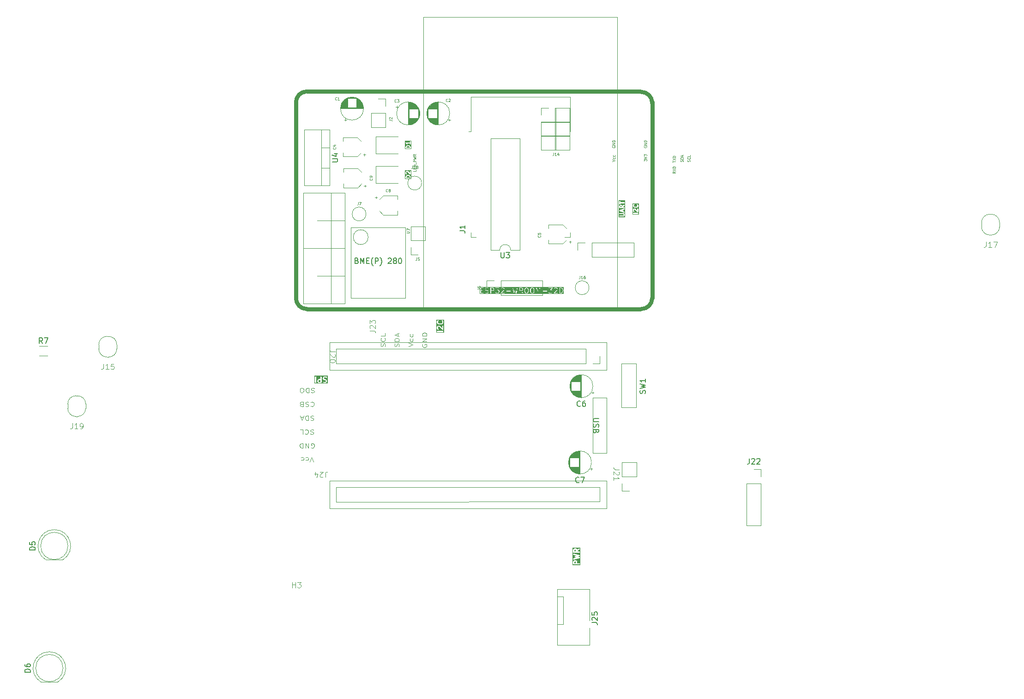
<source format=gbr>
%TF.GenerationSoftware,KiCad,Pcbnew,8.0.4*%
%TF.CreationDate,2024-07-20T23:26:19-04:00*%
%TF.ProjectId,esp32-node-board-40x65_telemetry,65737033-322d-46e6-9f64-652d626f6172,rev?*%
%TF.SameCoordinates,Original*%
%TF.FileFunction,Legend,Top*%
%TF.FilePolarity,Positive*%
%FSLAX46Y46*%
G04 Gerber Fmt 4.6, Leading zero omitted, Abs format (unit mm)*
G04 Created by KiCad (PCBNEW 8.0.4) date 2024-07-20 23:26:19*
%MOMM*%
%LPD*%
G01*
G04 APERTURE LIST*
%ADD10C,0.750000*%
%ADD11C,0.250000*%
%ADD12C,0.125000*%
%ADD13C,0.200000*%
%ADD14C,0.100000*%
%ADD15C,0.150000*%
%ADD16C,0.160000*%
%ADD17C,0.120000*%
G04 APERTURE END LIST*
D10*
X145250000Y-42114210D02*
X145250000Y-78085782D01*
X81914218Y-40164218D02*
X143085790Y-40164218D01*
X145250000Y-78085782D02*
G75*
G02*
X143250000Y-80085800I-2000000J-18D01*
G01*
X79914218Y-42114210D02*
X79914218Y-78085782D01*
X81914218Y-80085782D02*
G75*
G02*
X79914218Y-78085782I-18J1999982D01*
G01*
X143250000Y-40250000D02*
G75*
G02*
X145250000Y-42250000I0J-2000000D01*
G01*
X79914218Y-42164218D02*
G75*
G02*
X81914218Y-40164218I1999982J18D01*
G01*
X81914214Y-80085782D02*
X143085786Y-80085782D01*
D11*
G36*
X131219145Y-126426353D02*
G01*
X131238077Y-126445286D01*
X131263428Y-126495987D01*
X131263428Y-126722431D01*
X130989619Y-126722431D01*
X130989619Y-126495987D01*
X131014969Y-126445285D01*
X131033902Y-126426353D01*
X131084604Y-126401003D01*
X131168444Y-126401003D01*
X131219145Y-126426353D01*
G37*
G36*
X131219145Y-124283496D02*
G01*
X131238077Y-124302429D01*
X131263428Y-124353130D01*
X131263428Y-124579574D01*
X130989619Y-124579574D01*
X130989619Y-124353130D01*
X131014969Y-124302428D01*
X131033902Y-124283496D01*
X131084604Y-124258146D01*
X131168444Y-124258146D01*
X131219145Y-124283496D01*
G37*
G36*
X132114590Y-127097431D02*
G01*
X130614619Y-127097431D01*
X130614619Y-126466479D01*
X130739619Y-126466479D01*
X130739619Y-126847431D01*
X130742021Y-126871817D01*
X130760685Y-126916877D01*
X130795173Y-126951365D01*
X130840233Y-126970029D01*
X130864619Y-126972431D01*
X131864619Y-126972431D01*
X131889005Y-126970029D01*
X131934065Y-126951365D01*
X131968553Y-126916877D01*
X131987217Y-126871817D01*
X131987217Y-126823045D01*
X131968553Y-126777985D01*
X131934065Y-126743497D01*
X131889005Y-126724833D01*
X131864619Y-126722431D01*
X131513428Y-126722431D01*
X131513428Y-126466479D01*
X131511026Y-126442093D01*
X131509307Y-126437943D01*
X131508989Y-126433463D01*
X131500231Y-126410577D01*
X131452612Y-126315339D01*
X131446005Y-126304844D01*
X131444742Y-126301794D01*
X131441923Y-126298359D01*
X131439558Y-126294602D01*
X131437066Y-126292440D01*
X131429197Y-126282852D01*
X131381578Y-126235234D01*
X131371992Y-126227367D01*
X131369829Y-126224873D01*
X131366067Y-126222504D01*
X131362636Y-126219689D01*
X131359589Y-126218427D01*
X131349091Y-126211818D01*
X131253854Y-126164200D01*
X131230968Y-126155442D01*
X131226486Y-126155123D01*
X131222338Y-126153405D01*
X131197952Y-126151003D01*
X131055095Y-126151003D01*
X131030709Y-126153405D01*
X131026559Y-126155123D01*
X131022079Y-126155442D01*
X130999193Y-126164200D01*
X130903955Y-126211819D01*
X130893460Y-126218425D01*
X130890410Y-126219689D01*
X130886975Y-126222507D01*
X130883218Y-126224873D01*
X130881056Y-126227364D01*
X130871468Y-126235234D01*
X130823850Y-126282853D01*
X130815983Y-126292438D01*
X130813489Y-126294602D01*
X130811120Y-126298363D01*
X130808305Y-126301795D01*
X130807043Y-126304841D01*
X130800434Y-126315340D01*
X130752816Y-126410577D01*
X130744058Y-126433463D01*
X130743739Y-126437944D01*
X130742021Y-126442093D01*
X130739619Y-126466479D01*
X130614619Y-126466479D01*
X130614619Y-125080854D01*
X130739707Y-125080854D01*
X130747426Y-125129011D01*
X130772988Y-125170550D01*
X130812500Y-125199143D01*
X130835666Y-125207128D01*
X131353759Y-125330483D01*
X131118125Y-125393319D01*
X131112413Y-125395460D01*
X131110012Y-125395780D01*
X131107160Y-125397430D01*
X131095182Y-125401923D01*
X131082082Y-125411949D01*
X131067802Y-125420217D01*
X131062881Y-125426646D01*
X131056452Y-125431567D01*
X131048184Y-125445847D01*
X131038158Y-125458947D01*
X131036071Y-125466769D01*
X131032015Y-125473777D01*
X131029841Y-125490131D01*
X131025591Y-125506072D01*
X131026657Y-125514098D01*
X131025591Y-125522124D01*
X131029841Y-125538064D01*
X131032015Y-125554419D01*
X131036071Y-125561426D01*
X131038158Y-125569249D01*
X131048184Y-125582348D01*
X131056452Y-125596629D01*
X131062881Y-125601549D01*
X131067802Y-125607979D01*
X131082082Y-125616246D01*
X131095182Y-125626273D01*
X131107160Y-125630765D01*
X131110012Y-125632416D01*
X131112413Y-125632735D01*
X131118125Y-125634877D01*
X131353759Y-125697712D01*
X130835666Y-125821068D01*
X130812500Y-125829053D01*
X130772988Y-125857646D01*
X130747426Y-125899185D01*
X130739707Y-125947342D01*
X130751003Y-125994788D01*
X130779596Y-126034300D01*
X130821135Y-126059862D01*
X130869292Y-126067581D01*
X130893572Y-126064270D01*
X131893572Y-125826175D01*
X131901939Y-125823290D01*
X131904941Y-125822892D01*
X131907654Y-125821320D01*
X131916738Y-125818190D01*
X131931443Y-125807548D01*
X131947150Y-125798455D01*
X131951049Y-125793360D01*
X131956250Y-125789597D01*
X131965764Y-125774135D01*
X131976794Y-125759726D01*
X131978447Y-125753525D01*
X131981812Y-125748058D01*
X131984684Y-125730136D01*
X131989361Y-125712600D01*
X131988515Y-125706236D01*
X131989531Y-125699901D01*
X131985329Y-125682252D01*
X131982938Y-125664253D01*
X131979720Y-125658696D01*
X131978235Y-125652455D01*
X131967594Y-125637750D01*
X131958500Y-125622043D01*
X131953405Y-125618143D01*
X131949642Y-125612943D01*
X131934180Y-125603428D01*
X131919771Y-125592399D01*
X131910775Y-125589025D01*
X131908103Y-125587381D01*
X131905110Y-125586901D01*
X131896827Y-125583795D01*
X131635462Y-125514098D01*
X131896827Y-125444401D01*
X131905110Y-125441294D01*
X131908103Y-125440815D01*
X131910775Y-125439170D01*
X131919771Y-125435797D01*
X131934180Y-125424767D01*
X131949642Y-125415253D01*
X131953405Y-125410052D01*
X131958500Y-125406153D01*
X131967594Y-125390445D01*
X131978235Y-125375741D01*
X131979720Y-125369499D01*
X131982938Y-125363943D01*
X131985329Y-125345943D01*
X131989531Y-125328295D01*
X131988515Y-125321959D01*
X131989361Y-125315596D01*
X131984684Y-125298059D01*
X131981812Y-125280138D01*
X131978447Y-125274670D01*
X131976794Y-125268470D01*
X131965764Y-125254060D01*
X131956250Y-125238599D01*
X131951049Y-125234835D01*
X131947150Y-125229741D01*
X131931443Y-125220647D01*
X131916738Y-125210006D01*
X131907654Y-125206875D01*
X131904941Y-125205304D01*
X131901939Y-125204905D01*
X131893572Y-125202021D01*
X130893572Y-124963926D01*
X130869292Y-124960615D01*
X130821135Y-124968334D01*
X130779596Y-124993896D01*
X130751003Y-125033408D01*
X130739707Y-125080854D01*
X130614619Y-125080854D01*
X130614619Y-124323622D01*
X130739619Y-124323622D01*
X130739619Y-124704574D01*
X130742021Y-124728960D01*
X130760685Y-124774020D01*
X130795173Y-124808508D01*
X130840233Y-124827172D01*
X130864619Y-124829574D01*
X131864619Y-124829574D01*
X131889005Y-124827172D01*
X131934065Y-124808508D01*
X131968553Y-124774020D01*
X131987217Y-124728960D01*
X131987217Y-124680188D01*
X131968553Y-124635128D01*
X131934065Y-124600640D01*
X131889005Y-124581976D01*
X131864619Y-124579574D01*
X131513428Y-124579574D01*
X131513428Y-124531561D01*
X131936302Y-124235550D01*
X131954902Y-124219598D01*
X131981114Y-124178467D01*
X131989590Y-124130436D01*
X131979040Y-124082818D01*
X131951071Y-124042863D01*
X131909941Y-124016651D01*
X131861909Y-124008175D01*
X131814292Y-124018725D01*
X131792936Y-124030742D01*
X131488347Y-124243953D01*
X131452612Y-124172482D01*
X131446005Y-124161987D01*
X131444742Y-124158937D01*
X131441923Y-124155502D01*
X131439558Y-124151745D01*
X131437066Y-124149583D01*
X131429197Y-124139995D01*
X131381578Y-124092377D01*
X131371992Y-124084510D01*
X131369829Y-124082016D01*
X131366067Y-124079647D01*
X131362636Y-124076832D01*
X131359589Y-124075570D01*
X131349091Y-124068961D01*
X131253854Y-124021343D01*
X131230968Y-124012585D01*
X131226486Y-124012266D01*
X131222338Y-124010548D01*
X131197952Y-124008146D01*
X131055095Y-124008146D01*
X131030709Y-124010548D01*
X131026559Y-124012266D01*
X131022079Y-124012585D01*
X130999193Y-124021343D01*
X130903955Y-124068962D01*
X130893460Y-124075568D01*
X130890410Y-124076832D01*
X130886975Y-124079650D01*
X130883218Y-124082016D01*
X130881056Y-124084507D01*
X130871468Y-124092377D01*
X130823850Y-124139996D01*
X130815983Y-124149581D01*
X130813489Y-124151745D01*
X130811120Y-124155506D01*
X130808305Y-124158938D01*
X130807043Y-124161984D01*
X130800434Y-124172483D01*
X130752816Y-124267720D01*
X130744058Y-124290606D01*
X130743739Y-124295087D01*
X130742021Y-124299236D01*
X130739619Y-124323622D01*
X130614619Y-124323622D01*
X130614619Y-123883146D01*
X132114590Y-123883146D01*
X132114590Y-127097431D01*
G37*
D12*
X107716666Y-41977190D02*
X107692857Y-42001000D01*
X107692857Y-42001000D02*
X107621428Y-42024809D01*
X107621428Y-42024809D02*
X107573809Y-42024809D01*
X107573809Y-42024809D02*
X107502381Y-42001000D01*
X107502381Y-42001000D02*
X107454762Y-41953380D01*
X107454762Y-41953380D02*
X107430952Y-41905761D01*
X107430952Y-41905761D02*
X107407143Y-41810523D01*
X107407143Y-41810523D02*
X107407143Y-41739095D01*
X107407143Y-41739095D02*
X107430952Y-41643857D01*
X107430952Y-41643857D02*
X107454762Y-41596238D01*
X107454762Y-41596238D02*
X107502381Y-41548619D01*
X107502381Y-41548619D02*
X107573809Y-41524809D01*
X107573809Y-41524809D02*
X107621428Y-41524809D01*
X107621428Y-41524809D02*
X107692857Y-41548619D01*
X107692857Y-41548619D02*
X107716666Y-41572428D01*
X107907143Y-41572428D02*
X107930952Y-41548619D01*
X107930952Y-41548619D02*
X107978571Y-41524809D01*
X107978571Y-41524809D02*
X108097619Y-41524809D01*
X108097619Y-41524809D02*
X108145238Y-41548619D01*
X108145238Y-41548619D02*
X108169047Y-41572428D01*
X108169047Y-41572428D02*
X108192857Y-41620047D01*
X108192857Y-41620047D02*
X108192857Y-41667666D01*
X108192857Y-41667666D02*
X108169047Y-41739095D01*
X108169047Y-41739095D02*
X107883333Y-42024809D01*
X107883333Y-42024809D02*
X108192857Y-42024809D01*
D13*
G36*
X100666314Y-55715779D02*
G01*
X100718174Y-55741709D01*
X100766197Y-55789731D01*
X100791695Y-55866225D01*
X100791695Y-55940475D01*
X100191695Y-55940475D01*
X100191695Y-55866225D01*
X100217192Y-55789732D01*
X100265216Y-55741708D01*
X100317074Y-55715779D01*
X100446862Y-55683332D01*
X100536528Y-55683332D01*
X100666314Y-55715779D01*
G37*
G36*
X101091695Y-56240475D02*
G01*
X99891695Y-56240475D01*
X99891695Y-55849999D01*
X99991695Y-55849999D01*
X99991695Y-56040475D01*
X99993616Y-56059984D01*
X100008548Y-56096032D01*
X100036138Y-56123622D01*
X100072186Y-56138554D01*
X100091695Y-56140475D01*
X100891695Y-56140475D01*
X100911204Y-56138554D01*
X100947252Y-56123622D01*
X100974842Y-56096032D01*
X100989774Y-56059984D01*
X100991695Y-56040475D01*
X100991695Y-55849999D01*
X100990722Y-55840125D01*
X100990910Y-55837492D01*
X100990122Y-55834029D01*
X100989774Y-55830490D01*
X100988762Y-55828047D01*
X100986563Y-55818377D01*
X100948468Y-55704090D01*
X100940477Y-55686190D01*
X100938122Y-55683474D01*
X100936747Y-55680155D01*
X100924310Y-55665002D01*
X100848119Y-55588812D01*
X100840452Y-55582519D01*
X100838721Y-55580523D01*
X100835713Y-55578629D01*
X100832966Y-55576375D01*
X100830524Y-55575363D01*
X100822130Y-55570080D01*
X100745940Y-55531985D01*
X100744515Y-55531439D01*
X100743934Y-55531009D01*
X100735742Y-55528082D01*
X100727632Y-55524979D01*
X100726911Y-55524927D01*
X100725473Y-55524414D01*
X100573092Y-55486318D01*
X100569710Y-55485817D01*
X100568347Y-55485253D01*
X100560998Y-55484529D01*
X100553700Y-55483450D01*
X100552241Y-55483667D01*
X100548838Y-55483332D01*
X100434552Y-55483332D01*
X100431148Y-55483667D01*
X100429690Y-55483450D01*
X100422391Y-55484529D01*
X100415043Y-55485253D01*
X100413679Y-55485817D01*
X100410298Y-55486318D01*
X100257917Y-55524414D01*
X100256478Y-55524927D01*
X100255759Y-55524979D01*
X100247656Y-55528079D01*
X100239456Y-55531009D01*
X100238874Y-55531439D01*
X100237450Y-55531985D01*
X100161259Y-55570080D01*
X100152862Y-55575365D01*
X100150423Y-55576376D01*
X100147676Y-55578629D01*
X100144669Y-55580523D01*
X100142938Y-55582517D01*
X100135269Y-55588812D01*
X100059079Y-55665002D01*
X100046643Y-55680156D01*
X100045268Y-55683474D01*
X100042913Y-55686190D01*
X100034922Y-55704090D01*
X99996827Y-55818376D01*
X99994627Y-55828047D01*
X99993616Y-55830490D01*
X99993267Y-55834028D01*
X99992480Y-55837492D01*
X99992667Y-55840125D01*
X99991695Y-55849999D01*
X99891695Y-55849999D01*
X99891695Y-54973809D01*
X99991695Y-54973809D01*
X99991695Y-55164285D01*
X99993616Y-55183794D01*
X99994991Y-55187114D01*
X99995246Y-55190698D01*
X100002252Y-55209006D01*
X100040347Y-55285196D01*
X100045631Y-55293592D01*
X100046642Y-55296031D01*
X100048895Y-55298776D01*
X100050790Y-55301787D01*
X100052786Y-55303518D01*
X100059078Y-55311185D01*
X100097173Y-55349281D01*
X100112326Y-55361717D01*
X100148375Y-55376649D01*
X100187393Y-55376650D01*
X100223441Y-55361719D01*
X100251031Y-55334129D01*
X100265963Y-55298081D01*
X100265964Y-55259063D01*
X100251033Y-55223015D01*
X100238596Y-55207861D01*
X100211975Y-55181239D01*
X100191695Y-55140678D01*
X100191695Y-54997415D01*
X100211975Y-54956854D01*
X100227120Y-54941708D01*
X100267683Y-54921428D01*
X100304039Y-54921428D01*
X100380532Y-54946925D01*
X100820984Y-55387377D01*
X100836138Y-55399813D01*
X100872186Y-55414745D01*
X100911204Y-55414745D01*
X100947252Y-55399813D01*
X100974842Y-55372223D01*
X100989774Y-55336175D01*
X100991695Y-55316666D01*
X100991695Y-54821428D01*
X100989774Y-54801919D01*
X100974842Y-54765871D01*
X100947252Y-54738281D01*
X100911204Y-54723349D01*
X100872186Y-54723349D01*
X100836138Y-54738281D01*
X100808548Y-54765871D01*
X100793616Y-54801919D01*
X100791695Y-54821428D01*
X100791695Y-55075244D01*
X100505263Y-54788812D01*
X100490109Y-54776376D01*
X100486790Y-54775001D01*
X100484075Y-54772646D01*
X100466175Y-54764655D01*
X100351889Y-54726560D01*
X100342217Y-54724360D01*
X100339775Y-54723349D01*
X100336236Y-54723000D01*
X100332773Y-54722213D01*
X100330139Y-54722400D01*
X100320266Y-54721428D01*
X100244076Y-54721428D01*
X100224567Y-54723349D01*
X100221246Y-54724724D01*
X100217664Y-54724979D01*
X100199355Y-54731985D01*
X100123164Y-54770080D01*
X100114768Y-54775364D01*
X100112327Y-54776376D01*
X100109579Y-54778631D01*
X100106574Y-54780523D01*
X100104843Y-54782518D01*
X100097174Y-54788813D01*
X100059079Y-54826907D01*
X100052784Y-54834576D01*
X100050790Y-54836307D01*
X100048896Y-54839314D01*
X100046643Y-54842061D01*
X100045632Y-54844500D01*
X100040347Y-54852897D01*
X100002252Y-54929088D01*
X99995246Y-54947397D01*
X99994991Y-54950979D01*
X99993616Y-54954300D01*
X99991695Y-54973809D01*
X99891695Y-54973809D01*
X99891695Y-54621428D01*
X101091695Y-54621428D01*
X101091695Y-56240475D01*
G37*
D14*
X79238095Y-131207419D02*
X79238095Y-130207419D01*
X79238095Y-130683609D02*
X79809523Y-130683609D01*
X79809523Y-131207419D02*
X79809523Y-130207419D01*
X80190476Y-130207419D02*
X80809523Y-130207419D01*
X80809523Y-130207419D02*
X80476190Y-130588371D01*
X80476190Y-130588371D02*
X80619047Y-130588371D01*
X80619047Y-130588371D02*
X80714285Y-130635990D01*
X80714285Y-130635990D02*
X80761904Y-130683609D01*
X80761904Y-130683609D02*
X80809523Y-130778847D01*
X80809523Y-130778847D02*
X80809523Y-131016942D01*
X80809523Y-131016942D02*
X80761904Y-131112180D01*
X80761904Y-131112180D02*
X80714285Y-131159800D01*
X80714285Y-131159800D02*
X80619047Y-131207419D01*
X80619047Y-131207419D02*
X80333333Y-131207419D01*
X80333333Y-131207419D02*
X80238095Y-131159800D01*
X80238095Y-131159800D02*
X80190476Y-131112180D01*
D12*
X87177190Y-50433333D02*
X87201000Y-50457142D01*
X87201000Y-50457142D02*
X87224809Y-50528571D01*
X87224809Y-50528571D02*
X87224809Y-50576190D01*
X87224809Y-50576190D02*
X87201000Y-50647618D01*
X87201000Y-50647618D02*
X87153380Y-50695237D01*
X87153380Y-50695237D02*
X87105761Y-50719047D01*
X87105761Y-50719047D02*
X87010523Y-50742856D01*
X87010523Y-50742856D02*
X86939095Y-50742856D01*
X86939095Y-50742856D02*
X86843857Y-50719047D01*
X86843857Y-50719047D02*
X86796238Y-50695237D01*
X86796238Y-50695237D02*
X86748619Y-50647618D01*
X86748619Y-50647618D02*
X86724809Y-50576190D01*
X86724809Y-50576190D02*
X86724809Y-50528571D01*
X86724809Y-50528571D02*
X86748619Y-50457142D01*
X86748619Y-50457142D02*
X86772428Y-50433333D01*
X86891476Y-50004761D02*
X87224809Y-50004761D01*
X86701000Y-50123809D02*
X87058142Y-50242856D01*
X87058142Y-50242856D02*
X87058142Y-49933333D01*
D15*
X33445333Y-86393319D02*
X33112000Y-85917128D01*
X32873905Y-86393319D02*
X32873905Y-85393319D01*
X32873905Y-85393319D02*
X33254857Y-85393319D01*
X33254857Y-85393319D02*
X33350095Y-85440938D01*
X33350095Y-85440938D02*
X33397714Y-85488557D01*
X33397714Y-85488557D02*
X33445333Y-85583795D01*
X33445333Y-85583795D02*
X33445333Y-85726652D01*
X33445333Y-85726652D02*
X33397714Y-85821890D01*
X33397714Y-85821890D02*
X33350095Y-85869509D01*
X33350095Y-85869509D02*
X33254857Y-85917128D01*
X33254857Y-85917128D02*
X32873905Y-85917128D01*
X33778667Y-85393319D02*
X34445333Y-85393319D01*
X34445333Y-85393319D02*
X34016762Y-86393319D01*
X31194819Y-146718094D02*
X30194819Y-146718094D01*
X30194819Y-146718094D02*
X30194819Y-146479999D01*
X30194819Y-146479999D02*
X30242438Y-146337142D01*
X30242438Y-146337142D02*
X30337676Y-146241904D01*
X30337676Y-146241904D02*
X30432914Y-146194285D01*
X30432914Y-146194285D02*
X30623390Y-146146666D01*
X30623390Y-146146666D02*
X30766247Y-146146666D01*
X30766247Y-146146666D02*
X30956723Y-146194285D01*
X30956723Y-146194285D02*
X31051961Y-146241904D01*
X31051961Y-146241904D02*
X31147200Y-146337142D01*
X31147200Y-146337142D02*
X31194819Y-146479999D01*
X31194819Y-146479999D02*
X31194819Y-146718094D01*
X30194819Y-145289523D02*
X30194819Y-145479999D01*
X30194819Y-145479999D02*
X30242438Y-145575237D01*
X30242438Y-145575237D02*
X30290057Y-145622856D01*
X30290057Y-145622856D02*
X30432914Y-145718094D01*
X30432914Y-145718094D02*
X30623390Y-145765713D01*
X30623390Y-145765713D02*
X31004342Y-145765713D01*
X31004342Y-145765713D02*
X31099580Y-145718094D01*
X31099580Y-145718094D02*
X31147200Y-145670475D01*
X31147200Y-145670475D02*
X31194819Y-145575237D01*
X31194819Y-145575237D02*
X31194819Y-145384761D01*
X31194819Y-145384761D02*
X31147200Y-145289523D01*
X31147200Y-145289523D02*
X31099580Y-145241904D01*
X31099580Y-145241904D02*
X31004342Y-145194285D01*
X31004342Y-145194285D02*
X30766247Y-145194285D01*
X30766247Y-145194285D02*
X30671009Y-145241904D01*
X30671009Y-145241904D02*
X30623390Y-145289523D01*
X30623390Y-145289523D02*
X30575771Y-145384761D01*
X30575771Y-145384761D02*
X30575771Y-145575237D01*
X30575771Y-145575237D02*
X30623390Y-145670475D01*
X30623390Y-145670475D02*
X30671009Y-145718094D01*
X30671009Y-145718094D02*
X30766247Y-145765713D01*
X163070476Y-107534819D02*
X163070476Y-108249104D01*
X163070476Y-108249104D02*
X163022857Y-108391961D01*
X163022857Y-108391961D02*
X162927619Y-108487200D01*
X162927619Y-108487200D02*
X162784762Y-108534819D01*
X162784762Y-108534819D02*
X162689524Y-108534819D01*
X163499048Y-107630057D02*
X163546667Y-107582438D01*
X163546667Y-107582438D02*
X163641905Y-107534819D01*
X163641905Y-107534819D02*
X163880000Y-107534819D01*
X163880000Y-107534819D02*
X163975238Y-107582438D01*
X163975238Y-107582438D02*
X164022857Y-107630057D01*
X164022857Y-107630057D02*
X164070476Y-107725295D01*
X164070476Y-107725295D02*
X164070476Y-107820533D01*
X164070476Y-107820533D02*
X164022857Y-107963390D01*
X164022857Y-107963390D02*
X163451429Y-108534819D01*
X163451429Y-108534819D02*
X164070476Y-108534819D01*
X164451429Y-107630057D02*
X164499048Y-107582438D01*
X164499048Y-107582438D02*
X164594286Y-107534819D01*
X164594286Y-107534819D02*
X164832381Y-107534819D01*
X164832381Y-107534819D02*
X164927619Y-107582438D01*
X164927619Y-107582438D02*
X164975238Y-107630057D01*
X164975238Y-107630057D02*
X165022857Y-107725295D01*
X165022857Y-107725295D02*
X165022857Y-107820533D01*
X165022857Y-107820533D02*
X164975238Y-107963390D01*
X164975238Y-107963390D02*
X164403810Y-108534819D01*
X164403810Y-108534819D02*
X165022857Y-108534819D01*
D14*
X38902476Y-101055419D02*
X38902476Y-101769704D01*
X38902476Y-101769704D02*
X38854857Y-101912561D01*
X38854857Y-101912561D02*
X38759619Y-102007800D01*
X38759619Y-102007800D02*
X38616762Y-102055419D01*
X38616762Y-102055419D02*
X38521524Y-102055419D01*
X39902476Y-102055419D02*
X39331048Y-102055419D01*
X39616762Y-102055419D02*
X39616762Y-101055419D01*
X39616762Y-101055419D02*
X39521524Y-101198276D01*
X39521524Y-101198276D02*
X39426286Y-101293514D01*
X39426286Y-101293514D02*
X39331048Y-101341133D01*
X40378667Y-102055419D02*
X40569143Y-102055419D01*
X40569143Y-102055419D02*
X40664381Y-102007800D01*
X40664381Y-102007800D02*
X40712000Y-101960180D01*
X40712000Y-101960180D02*
X40807238Y-101817323D01*
X40807238Y-101817323D02*
X40854857Y-101626847D01*
X40854857Y-101626847D02*
X40854857Y-101245895D01*
X40854857Y-101245895D02*
X40807238Y-101150657D01*
X40807238Y-101150657D02*
X40759619Y-101103038D01*
X40759619Y-101103038D02*
X40664381Y-101055419D01*
X40664381Y-101055419D02*
X40473905Y-101055419D01*
X40473905Y-101055419D02*
X40378667Y-101103038D01*
X40378667Y-101103038D02*
X40331048Y-101150657D01*
X40331048Y-101150657D02*
X40283429Y-101245895D01*
X40283429Y-101245895D02*
X40283429Y-101483990D01*
X40283429Y-101483990D02*
X40331048Y-101579228D01*
X40331048Y-101579228D02*
X40378667Y-101626847D01*
X40378667Y-101626847D02*
X40473905Y-101674466D01*
X40473905Y-101674466D02*
X40664381Y-101674466D01*
X40664381Y-101674466D02*
X40759619Y-101626847D01*
X40759619Y-101626847D02*
X40807238Y-101579228D01*
X40807238Y-101579228D02*
X40854857Y-101483990D01*
X44602476Y-90155419D02*
X44602476Y-90869704D01*
X44602476Y-90869704D02*
X44554857Y-91012561D01*
X44554857Y-91012561D02*
X44459619Y-91107800D01*
X44459619Y-91107800D02*
X44316762Y-91155419D01*
X44316762Y-91155419D02*
X44221524Y-91155419D01*
X45602476Y-91155419D02*
X45031048Y-91155419D01*
X45316762Y-91155419D02*
X45316762Y-90155419D01*
X45316762Y-90155419D02*
X45221524Y-90298276D01*
X45221524Y-90298276D02*
X45126286Y-90393514D01*
X45126286Y-90393514D02*
X45031048Y-90441133D01*
X46507238Y-90155419D02*
X46031048Y-90155419D01*
X46031048Y-90155419D02*
X45983429Y-90631609D01*
X45983429Y-90631609D02*
X46031048Y-90583990D01*
X46031048Y-90583990D02*
X46126286Y-90536371D01*
X46126286Y-90536371D02*
X46364381Y-90536371D01*
X46364381Y-90536371D02*
X46459619Y-90583990D01*
X46459619Y-90583990D02*
X46507238Y-90631609D01*
X46507238Y-90631609D02*
X46554857Y-90726847D01*
X46554857Y-90726847D02*
X46554857Y-90964942D01*
X46554857Y-90964942D02*
X46507238Y-91060180D01*
X46507238Y-91060180D02*
X46459619Y-91107800D01*
X46459619Y-91107800D02*
X46364381Y-91155419D01*
X46364381Y-91155419D02*
X46126286Y-91155419D01*
X46126286Y-91155419D02*
X46031048Y-91107800D01*
X46031048Y-91107800D02*
X45983429Y-91060180D01*
X206490476Y-67746919D02*
X206490476Y-68461204D01*
X206490476Y-68461204D02*
X206442857Y-68604061D01*
X206442857Y-68604061D02*
X206347619Y-68699300D01*
X206347619Y-68699300D02*
X206204762Y-68746919D01*
X206204762Y-68746919D02*
X206109524Y-68746919D01*
X207490476Y-68746919D02*
X206919048Y-68746919D01*
X207204762Y-68746919D02*
X207204762Y-67746919D01*
X207204762Y-67746919D02*
X207109524Y-67889776D01*
X207109524Y-67889776D02*
X207014286Y-67985014D01*
X207014286Y-67985014D02*
X206919048Y-68032633D01*
X207823810Y-67746919D02*
X208490476Y-67746919D01*
X208490476Y-67746919D02*
X208061905Y-68746919D01*
D15*
X134204819Y-137639523D02*
X134919104Y-137639523D01*
X134919104Y-137639523D02*
X135061961Y-137687142D01*
X135061961Y-137687142D02*
X135157200Y-137782380D01*
X135157200Y-137782380D02*
X135204819Y-137925237D01*
X135204819Y-137925237D02*
X135204819Y-138020475D01*
X134300057Y-137210951D02*
X134252438Y-137163332D01*
X134252438Y-137163332D02*
X134204819Y-137068094D01*
X134204819Y-137068094D02*
X134204819Y-136829999D01*
X134204819Y-136829999D02*
X134252438Y-136734761D01*
X134252438Y-136734761D02*
X134300057Y-136687142D01*
X134300057Y-136687142D02*
X134395295Y-136639523D01*
X134395295Y-136639523D02*
X134490533Y-136639523D01*
X134490533Y-136639523D02*
X134633390Y-136687142D01*
X134633390Y-136687142D02*
X135204819Y-137258570D01*
X135204819Y-137258570D02*
X135204819Y-136639523D01*
X134204819Y-135734761D02*
X134204819Y-136210951D01*
X134204819Y-136210951D02*
X134681009Y-136258570D01*
X134681009Y-136258570D02*
X134633390Y-136210951D01*
X134633390Y-136210951D02*
X134585771Y-136115713D01*
X134585771Y-136115713D02*
X134585771Y-135877618D01*
X134585771Y-135877618D02*
X134633390Y-135782380D01*
X134633390Y-135782380D02*
X134681009Y-135734761D01*
X134681009Y-135734761D02*
X134776247Y-135687142D01*
X134776247Y-135687142D02*
X135014342Y-135687142D01*
X135014342Y-135687142D02*
X135109580Y-135734761D01*
X135109580Y-135734761D02*
X135157200Y-135782380D01*
X135157200Y-135782380D02*
X135204819Y-135877618D01*
X135204819Y-135877618D02*
X135204819Y-136115713D01*
X135204819Y-136115713D02*
X135157200Y-136210951D01*
X135157200Y-136210951D02*
X135109580Y-136258570D01*
X109944819Y-65753333D02*
X110659104Y-65753333D01*
X110659104Y-65753333D02*
X110801961Y-65800952D01*
X110801961Y-65800952D02*
X110897200Y-65896190D01*
X110897200Y-65896190D02*
X110944819Y-66039047D01*
X110944819Y-66039047D02*
X110944819Y-66134285D01*
X110944819Y-64753333D02*
X110944819Y-65324761D01*
X110944819Y-65039047D02*
X109944819Y-65039047D01*
X109944819Y-65039047D02*
X110087676Y-65134285D01*
X110087676Y-65134285D02*
X110182914Y-65229523D01*
X110182914Y-65229523D02*
X110230533Y-65324761D01*
D14*
G36*
X122373314Y-76271131D02*
G01*
X122453020Y-76350837D01*
X122495788Y-76521907D01*
X122495788Y-76842930D01*
X122453020Y-77013999D01*
X122373312Y-77093708D01*
X122295890Y-77132419D01*
X122129021Y-77132419D01*
X122051598Y-77093707D01*
X121971889Y-77013998D01*
X121929122Y-76842930D01*
X121929122Y-76521907D01*
X121971889Y-76350837D01*
X122051595Y-76271131D01*
X122129021Y-76232419D01*
X122295890Y-76232419D01*
X122373314Y-76271131D01*
G37*
G36*
X123420933Y-76271131D02*
G01*
X123500639Y-76350837D01*
X123543407Y-76521907D01*
X123543407Y-76842930D01*
X123500639Y-77013999D01*
X123420931Y-77093708D01*
X123343509Y-77132419D01*
X123176640Y-77132419D01*
X123099217Y-77093707D01*
X123019508Y-77013998D01*
X122976741Y-76842930D01*
X122976741Y-76521907D01*
X123019508Y-76350837D01*
X123099214Y-76271131D01*
X123176640Y-76232419D01*
X123343509Y-76232419D01*
X123420933Y-76271131D01*
G37*
G36*
X128661636Y-76273739D02*
G01*
X128742789Y-76354892D01*
X128784326Y-76437966D01*
X128829121Y-76617145D01*
X128829121Y-76747692D01*
X128784326Y-76926870D01*
X128742789Y-77009944D01*
X128661635Y-77091098D01*
X128537675Y-77132419D01*
X128357693Y-77132419D01*
X128357693Y-76232419D01*
X128537675Y-76232419D01*
X128661636Y-76273739D01*
G37*
G36*
X121373313Y-76271130D02*
G01*
X121409457Y-76307275D01*
X121448169Y-76384698D01*
X121448169Y-76503948D01*
X121409457Y-76581371D01*
X121373313Y-76617516D01*
X121295890Y-76656228D01*
X120976741Y-76656228D01*
X120976741Y-76232419D01*
X121295890Y-76232419D01*
X121373313Y-76271130D01*
G37*
G36*
X116087599Y-76271130D02*
G01*
X116123743Y-76307275D01*
X116162455Y-76384698D01*
X116162455Y-76503948D01*
X116123743Y-76581371D01*
X116087599Y-76617516D01*
X116010176Y-76656228D01*
X115691027Y-76656228D01*
X115691027Y-76232419D01*
X116010176Y-76232419D01*
X116087599Y-76271130D01*
G37*
G36*
X129040232Y-77343530D02*
G01*
X113622773Y-77343530D01*
X113622773Y-76182419D01*
X113733884Y-76182419D01*
X113733884Y-77182419D01*
X113737690Y-77201553D01*
X113764750Y-77228613D01*
X113783884Y-77232419D01*
X114260074Y-77232419D01*
X114279208Y-77228613D01*
X114306268Y-77201553D01*
X114306268Y-77163285D01*
X114279208Y-77136225D01*
X114260074Y-77132419D01*
X113833884Y-77132419D01*
X113833884Y-76708609D01*
X114117217Y-76708609D01*
X114136351Y-76704803D01*
X114163411Y-76677743D01*
X114163411Y-76639475D01*
X114136351Y-76612415D01*
X114117217Y-76608609D01*
X113833884Y-76608609D01*
X113833884Y-76372895D01*
X114591027Y-76372895D01*
X114591027Y-76468133D01*
X114591515Y-76470589D01*
X114591153Y-76471678D01*
X114593269Y-76479405D01*
X114594833Y-76487267D01*
X114595644Y-76488078D01*
X114596306Y-76490494D01*
X114643924Y-76585731D01*
X114648839Y-76592064D01*
X114653291Y-76598726D01*
X114700909Y-76646345D01*
X114707575Y-76650799D01*
X114713904Y-76655711D01*
X114809142Y-76703330D01*
X114814423Y-76704776D01*
X114819376Y-76707116D01*
X115004528Y-76753404D01*
X115087599Y-76794939D01*
X115123743Y-76831084D01*
X115162455Y-76908507D01*
X115162455Y-76980138D01*
X115123743Y-77057561D01*
X115087597Y-77093708D01*
X115010176Y-77132419D01*
X114791997Y-77132419D01*
X114656838Y-77087366D01*
X114637483Y-77084926D01*
X114603254Y-77102040D01*
X114591153Y-77138344D01*
X114608267Y-77172573D01*
X114625216Y-77182234D01*
X114768072Y-77229853D01*
X114776022Y-77230855D01*
X114783884Y-77232419D01*
X115021979Y-77232419D01*
X115024435Y-77231930D01*
X115025524Y-77232293D01*
X115033251Y-77230176D01*
X115041113Y-77228613D01*
X115041924Y-77227801D01*
X115044340Y-77227140D01*
X115139577Y-77179522D01*
X115145904Y-77174611D01*
X115152573Y-77170155D01*
X115200192Y-77122535D01*
X115204645Y-77115869D01*
X115209557Y-77109541D01*
X115257176Y-77014303D01*
X115257837Y-77011887D01*
X115258649Y-77011076D01*
X115260212Y-77003214D01*
X115262329Y-76995487D01*
X115261966Y-76994398D01*
X115262455Y-76991942D01*
X115262455Y-76896704D01*
X115261966Y-76894247D01*
X115262329Y-76893159D01*
X115260212Y-76885431D01*
X115258649Y-76877570D01*
X115257837Y-76876758D01*
X115257176Y-76874343D01*
X115209557Y-76779105D01*
X115204645Y-76772776D01*
X115200191Y-76766110D01*
X115152572Y-76718492D01*
X115145910Y-76714040D01*
X115139577Y-76709125D01*
X115044340Y-76661507D01*
X115039058Y-76660060D01*
X115034106Y-76657721D01*
X114848955Y-76611433D01*
X114765883Y-76569897D01*
X114729738Y-76533753D01*
X114691027Y-76456330D01*
X114691027Y-76384698D01*
X114729738Y-76307274D01*
X114765883Y-76271130D01*
X114843307Y-76232419D01*
X115061485Y-76232419D01*
X115196643Y-76277472D01*
X115215999Y-76279912D01*
X115250227Y-76262798D01*
X115262329Y-76226494D01*
X115245214Y-76192265D01*
X115228266Y-76182604D01*
X115227711Y-76182419D01*
X115591027Y-76182419D01*
X115591027Y-77182419D01*
X115594833Y-77201553D01*
X115621893Y-77228613D01*
X115660161Y-77228613D01*
X115687221Y-77201553D01*
X115691027Y-77182419D01*
X115691027Y-76756228D01*
X116021979Y-76756228D01*
X116024435Y-76755739D01*
X116025524Y-76756102D01*
X116033251Y-76753985D01*
X116041113Y-76752422D01*
X116041924Y-76751610D01*
X116044340Y-76750949D01*
X116139577Y-76703331D01*
X116145910Y-76698415D01*
X116152572Y-76693964D01*
X116200191Y-76646346D01*
X116204645Y-76639679D01*
X116209557Y-76633351D01*
X116257176Y-76538113D01*
X116257837Y-76535697D01*
X116258649Y-76534886D01*
X116260212Y-76527024D01*
X116262329Y-76519297D01*
X116261966Y-76518208D01*
X116262455Y-76515752D01*
X116262455Y-76372895D01*
X116261966Y-76370438D01*
X116262329Y-76369350D01*
X116260212Y-76361622D01*
X116258649Y-76353761D01*
X116257837Y-76352949D01*
X116257176Y-76350534D01*
X116209557Y-76255296D01*
X116204645Y-76248967D01*
X116200191Y-76242301D01*
X116152572Y-76194683D01*
X116145910Y-76190231D01*
X116139577Y-76185316D01*
X116095515Y-76163285D01*
X116499595Y-76163285D01*
X116499595Y-76201553D01*
X116526655Y-76228613D01*
X116545789Y-76232419D01*
X117054648Y-76232419D01*
X116793874Y-76530446D01*
X116786779Y-76542766D01*
X116785309Y-76544237D01*
X116785309Y-76545320D01*
X116784139Y-76547352D01*
X116785309Y-76564906D01*
X116785309Y-76582505D01*
X116786565Y-76583761D01*
X116786684Y-76585536D01*
X116799928Y-76597124D01*
X116812369Y-76609565D01*
X116814669Y-76610022D01*
X116815484Y-76610735D01*
X116817556Y-76610596D01*
X116831503Y-76613371D01*
X116962557Y-76613371D01*
X117039980Y-76652082D01*
X117076124Y-76688227D01*
X117114836Y-76765650D01*
X117114836Y-76980138D01*
X117076124Y-77057561D01*
X117039978Y-77093708D01*
X116962557Y-77132419D01*
X116700450Y-77132419D01*
X116623027Y-77093708D01*
X116581145Y-77051825D01*
X116564924Y-77040986D01*
X116526655Y-77040986D01*
X116499595Y-77068045D01*
X116499595Y-77106314D01*
X116510433Y-77122535D01*
X116558052Y-77170155D01*
X116564718Y-77174609D01*
X116571047Y-77179521D01*
X116666285Y-77227140D01*
X116668700Y-77227801D01*
X116669512Y-77228613D01*
X116677373Y-77230176D01*
X116685101Y-77232293D01*
X116686189Y-77231930D01*
X116688646Y-77232419D01*
X116974360Y-77232419D01*
X116976816Y-77231930D01*
X116977905Y-77232293D01*
X116985632Y-77230176D01*
X116993494Y-77228613D01*
X116994305Y-77227801D01*
X116996721Y-77227140D01*
X117091958Y-77179522D01*
X117098285Y-77174611D01*
X117104954Y-77170155D01*
X117111824Y-77163285D01*
X117451976Y-77163285D01*
X117451976Y-77201553D01*
X117479036Y-77228613D01*
X117498170Y-77232419D01*
X118117217Y-77232419D01*
X118136351Y-77228613D01*
X118163411Y-77201553D01*
X118163411Y-77163285D01*
X118136351Y-77136225D01*
X118117217Y-77132419D01*
X117618880Y-77132419D01*
X117968966Y-76782332D01*
X118499595Y-76782332D01*
X118499595Y-76820600D01*
X118526655Y-76847660D01*
X118545789Y-76851466D01*
X119307694Y-76851466D01*
X119326828Y-76847660D01*
X119353888Y-76820600D01*
X119353888Y-76782332D01*
X119326828Y-76755272D01*
X119307694Y-76751466D01*
X118545789Y-76751466D01*
X118526655Y-76755272D01*
X118499595Y-76782332D01*
X117968966Y-76782332D01*
X118104953Y-76646345D01*
X118106343Y-76644263D01*
X118107371Y-76643750D01*
X118111341Y-76636784D01*
X118115792Y-76630124D01*
X118115792Y-76628976D01*
X118117032Y-76626801D01*
X118164651Y-76483945D01*
X118165653Y-76475994D01*
X118167217Y-76468133D01*
X118167217Y-76372895D01*
X118166728Y-76370438D01*
X118167091Y-76369350D01*
X118164974Y-76361622D01*
X118163411Y-76353761D01*
X118162599Y-76352949D01*
X118161938Y-76350534D01*
X118114319Y-76255296D01*
X118109407Y-76248967D01*
X118104953Y-76242301D01*
X118057334Y-76194683D01*
X118050672Y-76190231D01*
X118044339Y-76185316D01*
X118022717Y-76174505D01*
X119639276Y-76174505D01*
X119640006Y-76194000D01*
X119878101Y-77194000D01*
X119886235Y-77211732D01*
X119892604Y-77215651D01*
X119896351Y-77222123D01*
X119908296Y-77225308D01*
X119918827Y-77231789D01*
X119926102Y-77230056D01*
X119933326Y-77231983D01*
X119944024Y-77225789D01*
X119956054Y-77222925D01*
X119959973Y-77216555D01*
X119966445Y-77212809D01*
X119975053Y-77195302D01*
X120117217Y-76662186D01*
X120259381Y-77195302D01*
X120267989Y-77212810D01*
X120274461Y-77216557D01*
X120278380Y-77222925D01*
X120290406Y-77225788D01*
X120301108Y-77231984D01*
X120308333Y-77230057D01*
X120315607Y-77231789D01*
X120326136Y-77225308D01*
X120338083Y-77222123D01*
X120341829Y-77215651D01*
X120348199Y-77211732D01*
X120356333Y-77194000D01*
X120594429Y-76194000D01*
X120594863Y-76182419D01*
X120876741Y-76182419D01*
X120876741Y-77182419D01*
X120880547Y-77201553D01*
X120907607Y-77228613D01*
X120945875Y-77228613D01*
X120972935Y-77201553D01*
X120976741Y-77182419D01*
X120976741Y-76756228D01*
X121138803Y-76756228D01*
X121457207Y-77211092D01*
X121471298Y-77224585D01*
X121508984Y-77231235D01*
X121540335Y-77209290D01*
X121546985Y-77171604D01*
X121539131Y-77153746D01*
X121260869Y-76756228D01*
X121307693Y-76756228D01*
X121310149Y-76755739D01*
X121311238Y-76756102D01*
X121318965Y-76753985D01*
X121326827Y-76752422D01*
X121327638Y-76751610D01*
X121330054Y-76750949D01*
X121425291Y-76703331D01*
X121431624Y-76698415D01*
X121438286Y-76693964D01*
X121485905Y-76646346D01*
X121490359Y-76639679D01*
X121495271Y-76633351D01*
X121542890Y-76538113D01*
X121543551Y-76535697D01*
X121544363Y-76534886D01*
X121545926Y-76527024D01*
X121548043Y-76519297D01*
X121547680Y-76518208D01*
X121548169Y-76515752D01*
X121829122Y-76515752D01*
X121829122Y-76849085D01*
X121830317Y-76855094D01*
X121830615Y-76861212D01*
X121878234Y-77051688D01*
X121880547Y-77056584D01*
X121880547Y-77058695D01*
X121883951Y-77063790D01*
X121886567Y-77069327D01*
X121888375Y-77070412D01*
X121891385Y-77074916D01*
X121986624Y-77170155D01*
X121993283Y-77174605D01*
X121999618Y-77179521D01*
X122094856Y-77227140D01*
X122097271Y-77227801D01*
X122098083Y-77228613D01*
X122105944Y-77230176D01*
X122113672Y-77232293D01*
X122114760Y-77231930D01*
X122117217Y-77232419D01*
X122307693Y-77232419D01*
X122310149Y-77231930D01*
X122311238Y-77232293D01*
X122318965Y-77230176D01*
X122326827Y-77228613D01*
X122327638Y-77227801D01*
X122330054Y-77227140D01*
X122425291Y-77179522D01*
X122431618Y-77174611D01*
X122438287Y-77170155D01*
X122533525Y-77074916D01*
X122536534Y-77070412D01*
X122538343Y-77069327D01*
X122540958Y-77063790D01*
X122544363Y-77058695D01*
X122544363Y-77056584D01*
X122546676Y-77051688D01*
X122594295Y-76861212D01*
X122594592Y-76855094D01*
X122595788Y-76849085D01*
X122595788Y-76515752D01*
X122876741Y-76515752D01*
X122876741Y-76849085D01*
X122877936Y-76855094D01*
X122878234Y-76861212D01*
X122925853Y-77051688D01*
X122928166Y-77056584D01*
X122928166Y-77058695D01*
X122931570Y-77063790D01*
X122934186Y-77069327D01*
X122935994Y-77070412D01*
X122939004Y-77074916D01*
X123034243Y-77170155D01*
X123040902Y-77174605D01*
X123047237Y-77179521D01*
X123142475Y-77227140D01*
X123144890Y-77227801D01*
X123145702Y-77228613D01*
X123153563Y-77230176D01*
X123161291Y-77232293D01*
X123162379Y-77231930D01*
X123164836Y-77232419D01*
X123355312Y-77232419D01*
X123357768Y-77231930D01*
X123358857Y-77232293D01*
X123366584Y-77230176D01*
X123374446Y-77228613D01*
X123375257Y-77227801D01*
X123377673Y-77227140D01*
X123472910Y-77179522D01*
X123479237Y-77174611D01*
X123485906Y-77170155D01*
X123581144Y-77074916D01*
X123584153Y-77070412D01*
X123585962Y-77069327D01*
X123588577Y-77063790D01*
X123591982Y-77058695D01*
X123591982Y-77056584D01*
X123594295Y-77051688D01*
X123641914Y-76861212D01*
X123642211Y-76855094D01*
X123643407Y-76849085D01*
X123643407Y-76515752D01*
X123642211Y-76509742D01*
X123641914Y-76503625D01*
X123594295Y-76313149D01*
X123591982Y-76308252D01*
X123591982Y-76306142D01*
X123588578Y-76301048D01*
X123585962Y-76295510D01*
X123584151Y-76294423D01*
X123581143Y-76289921D01*
X123485905Y-76194683D01*
X123479243Y-76190231D01*
X123472910Y-76185316D01*
X123467116Y-76182419D01*
X123971979Y-76182419D01*
X123971979Y-77182419D01*
X123975785Y-77201553D01*
X124002845Y-77228613D01*
X124041113Y-77228613D01*
X124068173Y-77201553D01*
X124071979Y-77182419D01*
X124071979Y-76407796D01*
X124310003Y-76917849D01*
X124317625Y-76928238D01*
X124318438Y-76930473D01*
X124319695Y-76931059D01*
X124321543Y-76933578D01*
X124337615Y-76939422D01*
X124353116Y-76946656D01*
X124355312Y-76945857D01*
X124357508Y-76946656D01*
X124373008Y-76939422D01*
X124389081Y-76933578D01*
X124390928Y-76931059D01*
X124392186Y-76930473D01*
X124392998Y-76928237D01*
X124400621Y-76917848D01*
X124638645Y-76407796D01*
X124638645Y-77182419D01*
X124642451Y-77201553D01*
X124669511Y-77228613D01*
X124707779Y-77228613D01*
X124734839Y-77201553D01*
X124738645Y-77182419D01*
X124738645Y-76782332D01*
X125118642Y-76782332D01*
X125118642Y-76820600D01*
X125145702Y-76847660D01*
X125164836Y-76851466D01*
X125926741Y-76851466D01*
X125945875Y-76847660D01*
X125972935Y-76820600D01*
X125972935Y-76782332D01*
X125945875Y-76755272D01*
X125926741Y-76751466D01*
X125164836Y-76751466D01*
X125145702Y-76755272D01*
X125118642Y-76782332D01*
X124738645Y-76782332D01*
X124738645Y-76182419D01*
X124734839Y-76163285D01*
X126261499Y-76163285D01*
X126261499Y-76201553D01*
X126288559Y-76228613D01*
X126307693Y-76232419D01*
X126816552Y-76232419D01*
X126555778Y-76530446D01*
X126548683Y-76542766D01*
X126547213Y-76544237D01*
X126547213Y-76545320D01*
X126546043Y-76547352D01*
X126547213Y-76564906D01*
X126547213Y-76582505D01*
X126548469Y-76583761D01*
X126548588Y-76585536D01*
X126561832Y-76597124D01*
X126574273Y-76609565D01*
X126576573Y-76610022D01*
X126577388Y-76610735D01*
X126579460Y-76610596D01*
X126593407Y-76613371D01*
X126724461Y-76613371D01*
X126801884Y-76652082D01*
X126838028Y-76688227D01*
X126876740Y-76765650D01*
X126876740Y-76980138D01*
X126838028Y-77057561D01*
X126801882Y-77093708D01*
X126724461Y-77132419D01*
X126462354Y-77132419D01*
X126384931Y-77093708D01*
X126343049Y-77051825D01*
X126326828Y-77040986D01*
X126288559Y-77040986D01*
X126261499Y-77068045D01*
X126261499Y-77106314D01*
X126272337Y-77122535D01*
X126319956Y-77170155D01*
X126326622Y-77174609D01*
X126332951Y-77179521D01*
X126428189Y-77227140D01*
X126430604Y-77227801D01*
X126431416Y-77228613D01*
X126439277Y-77230176D01*
X126447005Y-77232293D01*
X126448093Y-77231930D01*
X126450550Y-77232419D01*
X126736264Y-77232419D01*
X126738720Y-77231930D01*
X126739809Y-77232293D01*
X126747536Y-77230176D01*
X126755398Y-77228613D01*
X126756209Y-77227801D01*
X126758625Y-77227140D01*
X126853862Y-77179522D01*
X126860189Y-77174611D01*
X126866858Y-77170155D01*
X126873728Y-77163285D01*
X127213880Y-77163285D01*
X127213880Y-77201553D01*
X127240940Y-77228613D01*
X127260074Y-77232419D01*
X127879121Y-77232419D01*
X127898255Y-77228613D01*
X127925315Y-77201553D01*
X127925315Y-77163285D01*
X127898255Y-77136225D01*
X127879121Y-77132419D01*
X127380784Y-77132419D01*
X127866857Y-76646345D01*
X127868247Y-76644263D01*
X127869275Y-76643750D01*
X127873245Y-76636784D01*
X127877696Y-76630124D01*
X127877696Y-76628976D01*
X127878936Y-76626801D01*
X127926555Y-76483945D01*
X127927557Y-76475994D01*
X127929121Y-76468133D01*
X127929121Y-76372895D01*
X127928632Y-76370438D01*
X127928995Y-76369350D01*
X127926878Y-76361622D01*
X127925315Y-76353761D01*
X127924503Y-76352949D01*
X127923842Y-76350534D01*
X127876223Y-76255296D01*
X127871311Y-76248967D01*
X127866857Y-76242301D01*
X127819238Y-76194683D01*
X127812576Y-76190231D01*
X127806243Y-76185316D01*
X127800449Y-76182419D01*
X128257693Y-76182419D01*
X128257693Y-77182419D01*
X128261499Y-77201553D01*
X128288559Y-77228613D01*
X128307693Y-77232419D01*
X128545788Y-77232419D01*
X128553650Y-77230855D01*
X128561599Y-77229853D01*
X128704456Y-77182234D01*
X128706631Y-77180994D01*
X128707780Y-77180994D01*
X128714450Y-77176536D01*
X128721404Y-77172573D01*
X128721916Y-77171547D01*
X128724001Y-77170155D01*
X128819239Y-77074916D01*
X128823692Y-77068250D01*
X128828604Y-77061922D01*
X128876223Y-76966684D01*
X128877669Y-76961402D01*
X128880009Y-76956450D01*
X128927628Y-76765974D01*
X128927925Y-76759856D01*
X128929121Y-76753847D01*
X128929121Y-76610990D01*
X128927925Y-76604980D01*
X128927628Y-76598863D01*
X128880009Y-76408387D01*
X128877669Y-76403434D01*
X128876223Y-76398153D01*
X128828604Y-76302915D01*
X128823688Y-76296580D01*
X128819238Y-76289921D01*
X128724000Y-76194683D01*
X128721917Y-76193291D01*
X128721404Y-76192265D01*
X128714443Y-76188297D01*
X128707779Y-76183844D01*
X128706631Y-76183844D01*
X128704456Y-76182604D01*
X128561599Y-76134985D01*
X128553650Y-76133982D01*
X128545788Y-76132419D01*
X128307693Y-76132419D01*
X128288559Y-76136225D01*
X128261499Y-76163285D01*
X128257693Y-76182419D01*
X127800449Y-76182419D01*
X127711006Y-76137698D01*
X127708590Y-76137036D01*
X127707779Y-76136225D01*
X127699917Y-76134661D01*
X127692190Y-76132545D01*
X127691101Y-76132907D01*
X127688645Y-76132419D01*
X127450550Y-76132419D01*
X127448093Y-76132907D01*
X127447005Y-76132545D01*
X127439277Y-76134661D01*
X127431416Y-76136225D01*
X127430604Y-76137036D01*
X127428189Y-76137698D01*
X127332951Y-76185317D01*
X127326622Y-76190228D01*
X127319956Y-76194683D01*
X127272338Y-76242302D01*
X127261499Y-76258523D01*
X127261499Y-76296791D01*
X127288559Y-76323851D01*
X127326827Y-76323851D01*
X127343048Y-76313012D01*
X127384930Y-76271130D01*
X127462354Y-76232419D01*
X127676842Y-76232419D01*
X127754265Y-76271130D01*
X127790409Y-76307275D01*
X127829121Y-76384698D01*
X127829121Y-76460020D01*
X127787800Y-76583981D01*
X127224719Y-77147064D01*
X127213880Y-77163285D01*
X126873728Y-77163285D01*
X126914477Y-77122535D01*
X126918930Y-77115869D01*
X126923842Y-77109541D01*
X126971461Y-77014303D01*
X126972122Y-77011887D01*
X126972934Y-77011076D01*
X126974497Y-77003214D01*
X126976614Y-76995487D01*
X126976251Y-76994398D01*
X126976740Y-76991942D01*
X126976740Y-76753847D01*
X126976251Y-76751390D01*
X126976614Y-76750302D01*
X126974497Y-76742574D01*
X126972934Y-76734713D01*
X126972122Y-76733901D01*
X126971461Y-76731486D01*
X126923842Y-76636248D01*
X126918930Y-76629919D01*
X126914476Y-76623253D01*
X126866857Y-76575635D01*
X126860195Y-76571183D01*
X126853862Y-76566268D01*
X126758625Y-76518650D01*
X126756209Y-76517988D01*
X126755398Y-76517177D01*
X126747536Y-76515613D01*
X126739809Y-76513497D01*
X126738720Y-76513859D01*
X126736264Y-76513371D01*
X126703595Y-76513371D01*
X126964369Y-76215344D01*
X126971463Y-76203023D01*
X126972934Y-76201553D01*
X126972934Y-76200469D01*
X126974104Y-76198438D01*
X126972934Y-76180883D01*
X126972934Y-76163285D01*
X126971677Y-76162028D01*
X126971559Y-76160254D01*
X126958314Y-76148665D01*
X126945874Y-76136225D01*
X126943573Y-76135767D01*
X126942759Y-76135055D01*
X126940686Y-76135193D01*
X126926740Y-76132419D01*
X126307693Y-76132419D01*
X126288559Y-76136225D01*
X126261499Y-76163285D01*
X124734839Y-76163285D01*
X124728556Y-76157002D01*
X124725519Y-76148650D01*
X124715553Y-76143999D01*
X124707779Y-76136225D01*
X124698894Y-76136225D01*
X124690841Y-76132467D01*
X124680506Y-76136225D01*
X124669511Y-76136225D01*
X124663228Y-76142507D01*
X124654876Y-76145545D01*
X124643336Y-76161274D01*
X124355311Y-76778469D01*
X124067288Y-76161275D01*
X124055748Y-76145545D01*
X124047395Y-76142507D01*
X124041113Y-76136225D01*
X124030118Y-76136225D01*
X124019783Y-76132467D01*
X124011730Y-76136225D01*
X124002845Y-76136225D01*
X123995070Y-76143999D01*
X123985105Y-76148650D01*
X123982067Y-76157002D01*
X123975785Y-76163285D01*
X123971979Y-76182419D01*
X123467116Y-76182419D01*
X123377673Y-76137698D01*
X123375257Y-76137036D01*
X123374446Y-76136225D01*
X123366584Y-76134661D01*
X123358857Y-76132545D01*
X123357768Y-76132907D01*
X123355312Y-76132419D01*
X123164836Y-76132419D01*
X123162379Y-76132907D01*
X123161291Y-76132545D01*
X123153563Y-76134661D01*
X123145702Y-76136225D01*
X123144890Y-76137036D01*
X123142475Y-76137698D01*
X123047237Y-76185317D01*
X123040902Y-76190232D01*
X123034243Y-76194683D01*
X122939005Y-76289921D01*
X122935996Y-76294423D01*
X122934186Y-76295510D01*
X122931569Y-76301048D01*
X122928166Y-76306142D01*
X122928166Y-76308252D01*
X122925853Y-76313149D01*
X122878234Y-76503625D01*
X122877936Y-76509742D01*
X122876741Y-76515752D01*
X122595788Y-76515752D01*
X122594592Y-76509742D01*
X122594295Y-76503625D01*
X122546676Y-76313149D01*
X122544363Y-76308252D01*
X122544363Y-76306142D01*
X122540959Y-76301048D01*
X122538343Y-76295510D01*
X122536532Y-76294423D01*
X122533524Y-76289921D01*
X122438286Y-76194683D01*
X122431624Y-76190231D01*
X122425291Y-76185316D01*
X122330054Y-76137698D01*
X122327638Y-76137036D01*
X122326827Y-76136225D01*
X122318965Y-76134661D01*
X122311238Y-76132545D01*
X122310149Y-76132907D01*
X122307693Y-76132419D01*
X122117217Y-76132419D01*
X122114760Y-76132907D01*
X122113672Y-76132545D01*
X122105944Y-76134661D01*
X122098083Y-76136225D01*
X122097271Y-76137036D01*
X122094856Y-76137698D01*
X121999618Y-76185317D01*
X121993283Y-76190232D01*
X121986624Y-76194683D01*
X121891386Y-76289921D01*
X121888377Y-76294423D01*
X121886567Y-76295510D01*
X121883950Y-76301048D01*
X121880547Y-76306142D01*
X121880547Y-76308252D01*
X121878234Y-76313149D01*
X121830615Y-76503625D01*
X121830317Y-76509742D01*
X121829122Y-76515752D01*
X121548169Y-76515752D01*
X121548169Y-76372895D01*
X121547680Y-76370438D01*
X121548043Y-76369350D01*
X121545926Y-76361622D01*
X121544363Y-76353761D01*
X121543551Y-76352949D01*
X121542890Y-76350534D01*
X121495271Y-76255296D01*
X121490359Y-76248967D01*
X121485905Y-76242301D01*
X121438286Y-76194683D01*
X121431624Y-76190231D01*
X121425291Y-76185316D01*
X121330054Y-76137698D01*
X121327638Y-76137036D01*
X121326827Y-76136225D01*
X121318965Y-76134661D01*
X121311238Y-76132545D01*
X121310149Y-76132907D01*
X121307693Y-76132419D01*
X120926741Y-76132419D01*
X120907607Y-76136225D01*
X120880547Y-76163285D01*
X120876741Y-76182419D01*
X120594863Y-76182419D01*
X120595159Y-76174505D01*
X120575102Y-76141913D01*
X120537875Y-76133049D01*
X120505283Y-76153106D01*
X120497149Y-76170838D01*
X120304948Y-76978075D01*
X120165529Y-76455250D01*
X120156921Y-76437743D01*
X120151022Y-76434327D01*
X120147607Y-76428429D01*
X120135047Y-76425079D01*
X120123802Y-76418569D01*
X120117218Y-76420324D01*
X120110632Y-76418568D01*
X120099382Y-76425080D01*
X120086827Y-76428429D01*
X120083412Y-76434326D01*
X120077513Y-76437742D01*
X120068905Y-76455250D01*
X119929485Y-76978075D01*
X119737286Y-76170838D01*
X119729152Y-76153106D01*
X119696560Y-76133049D01*
X119659333Y-76141913D01*
X119639276Y-76174505D01*
X118022717Y-76174505D01*
X117949102Y-76137698D01*
X117946686Y-76137036D01*
X117945875Y-76136225D01*
X117938013Y-76134661D01*
X117930286Y-76132545D01*
X117929197Y-76132907D01*
X117926741Y-76132419D01*
X117688646Y-76132419D01*
X117686189Y-76132907D01*
X117685101Y-76132545D01*
X117677373Y-76134661D01*
X117669512Y-76136225D01*
X117668700Y-76137036D01*
X117666285Y-76137698D01*
X117571047Y-76185317D01*
X117564718Y-76190228D01*
X117558052Y-76194683D01*
X117510434Y-76242302D01*
X117499595Y-76258523D01*
X117499595Y-76296791D01*
X117526655Y-76323851D01*
X117564923Y-76323851D01*
X117581144Y-76313012D01*
X117623026Y-76271130D01*
X117700450Y-76232419D01*
X117914938Y-76232419D01*
X117992361Y-76271130D01*
X118028505Y-76307275D01*
X118067217Y-76384698D01*
X118067217Y-76460020D01*
X118025896Y-76583981D01*
X117462815Y-77147064D01*
X117451976Y-77163285D01*
X117111824Y-77163285D01*
X117152573Y-77122535D01*
X117157026Y-77115869D01*
X117161938Y-77109541D01*
X117209557Y-77014303D01*
X117210218Y-77011887D01*
X117211030Y-77011076D01*
X117212593Y-77003214D01*
X117214710Y-76995487D01*
X117214347Y-76994398D01*
X117214836Y-76991942D01*
X117214836Y-76753847D01*
X117214347Y-76751390D01*
X117214710Y-76750302D01*
X117212593Y-76742574D01*
X117211030Y-76734713D01*
X117210218Y-76733901D01*
X117209557Y-76731486D01*
X117161938Y-76636248D01*
X117157026Y-76629919D01*
X117152572Y-76623253D01*
X117104953Y-76575635D01*
X117098291Y-76571183D01*
X117091958Y-76566268D01*
X116996721Y-76518650D01*
X116994305Y-76517988D01*
X116993494Y-76517177D01*
X116985632Y-76515613D01*
X116977905Y-76513497D01*
X116976816Y-76513859D01*
X116974360Y-76513371D01*
X116941691Y-76513371D01*
X117202465Y-76215344D01*
X117209559Y-76203023D01*
X117211030Y-76201553D01*
X117211030Y-76200469D01*
X117212200Y-76198438D01*
X117211030Y-76180883D01*
X117211030Y-76163285D01*
X117209773Y-76162028D01*
X117209655Y-76160254D01*
X117196410Y-76148665D01*
X117183970Y-76136225D01*
X117181669Y-76135767D01*
X117180855Y-76135055D01*
X117178782Y-76135193D01*
X117164836Y-76132419D01*
X116545789Y-76132419D01*
X116526655Y-76136225D01*
X116499595Y-76163285D01*
X116095515Y-76163285D01*
X116044340Y-76137698D01*
X116041924Y-76137036D01*
X116041113Y-76136225D01*
X116033251Y-76134661D01*
X116025524Y-76132545D01*
X116024435Y-76132907D01*
X116021979Y-76132419D01*
X115641027Y-76132419D01*
X115621893Y-76136225D01*
X115594833Y-76163285D01*
X115591027Y-76182419D01*
X115227711Y-76182419D01*
X115085409Y-76134985D01*
X115077460Y-76133982D01*
X115069598Y-76132419D01*
X114831503Y-76132419D01*
X114829046Y-76132907D01*
X114827958Y-76132545D01*
X114820230Y-76134661D01*
X114812369Y-76136225D01*
X114811557Y-76137036D01*
X114809142Y-76137698D01*
X114713904Y-76185317D01*
X114707575Y-76190228D01*
X114700909Y-76194683D01*
X114653291Y-76242302D01*
X114648839Y-76248963D01*
X114643924Y-76255297D01*
X114596306Y-76350534D01*
X114595644Y-76352949D01*
X114594833Y-76353761D01*
X114593269Y-76361622D01*
X114591153Y-76369350D01*
X114591515Y-76370438D01*
X114591027Y-76372895D01*
X113833884Y-76372895D01*
X113833884Y-76232419D01*
X114260074Y-76232419D01*
X114279208Y-76228613D01*
X114306268Y-76201553D01*
X114306268Y-76163285D01*
X114279208Y-76136225D01*
X114260074Y-76132419D01*
X113783884Y-76132419D01*
X113764750Y-76136225D01*
X113737690Y-76163285D01*
X113733884Y-76182419D01*
X113622773Y-76182419D01*
X113622773Y-76021308D01*
X129040232Y-76021308D01*
X129040232Y-77343530D01*
G37*
D12*
X93877190Y-56133333D02*
X93901000Y-56157142D01*
X93901000Y-56157142D02*
X93924809Y-56228571D01*
X93924809Y-56228571D02*
X93924809Y-56276190D01*
X93924809Y-56276190D02*
X93901000Y-56347618D01*
X93901000Y-56347618D02*
X93853380Y-56395237D01*
X93853380Y-56395237D02*
X93805761Y-56419047D01*
X93805761Y-56419047D02*
X93710523Y-56442856D01*
X93710523Y-56442856D02*
X93639095Y-56442856D01*
X93639095Y-56442856D02*
X93543857Y-56419047D01*
X93543857Y-56419047D02*
X93496238Y-56395237D01*
X93496238Y-56395237D02*
X93448619Y-56347618D01*
X93448619Y-56347618D02*
X93424809Y-56276190D01*
X93424809Y-56276190D02*
X93424809Y-56228571D01*
X93424809Y-56228571D02*
X93448619Y-56157142D01*
X93448619Y-56157142D02*
X93472428Y-56133333D01*
X93924809Y-55895237D02*
X93924809Y-55799999D01*
X93924809Y-55799999D02*
X93901000Y-55752380D01*
X93901000Y-55752380D02*
X93877190Y-55728571D01*
X93877190Y-55728571D02*
X93805761Y-55680952D01*
X93805761Y-55680952D02*
X93710523Y-55657142D01*
X93710523Y-55657142D02*
X93520047Y-55657142D01*
X93520047Y-55657142D02*
X93472428Y-55680952D01*
X93472428Y-55680952D02*
X93448619Y-55704761D01*
X93448619Y-55704761D02*
X93424809Y-55752380D01*
X93424809Y-55752380D02*
X93424809Y-55847618D01*
X93424809Y-55847618D02*
X93448619Y-55895237D01*
X93448619Y-55895237D02*
X93472428Y-55919047D01*
X93472428Y-55919047D02*
X93520047Y-55942856D01*
X93520047Y-55942856D02*
X93639095Y-55942856D01*
X93639095Y-55942856D02*
X93686714Y-55919047D01*
X93686714Y-55919047D02*
X93710523Y-55895237D01*
X93710523Y-55895237D02*
X93734333Y-55847618D01*
X93734333Y-55847618D02*
X93734333Y-55752380D01*
X93734333Y-55752380D02*
X93710523Y-55704761D01*
X93710523Y-55704761D02*
X93686714Y-55680952D01*
X93686714Y-55680952D02*
X93639095Y-55657142D01*
D15*
X132083333Y-97859580D02*
X132035714Y-97907200D01*
X132035714Y-97907200D02*
X131892857Y-97954819D01*
X131892857Y-97954819D02*
X131797619Y-97954819D01*
X131797619Y-97954819D02*
X131654762Y-97907200D01*
X131654762Y-97907200D02*
X131559524Y-97811961D01*
X131559524Y-97811961D02*
X131511905Y-97716723D01*
X131511905Y-97716723D02*
X131464286Y-97526247D01*
X131464286Y-97526247D02*
X131464286Y-97383390D01*
X131464286Y-97383390D02*
X131511905Y-97192914D01*
X131511905Y-97192914D02*
X131559524Y-97097676D01*
X131559524Y-97097676D02*
X131654762Y-97002438D01*
X131654762Y-97002438D02*
X131797619Y-96954819D01*
X131797619Y-96954819D02*
X131892857Y-96954819D01*
X131892857Y-96954819D02*
X132035714Y-97002438D01*
X132035714Y-97002438D02*
X132083333Y-97050057D01*
X132940476Y-96954819D02*
X132750000Y-96954819D01*
X132750000Y-96954819D02*
X132654762Y-97002438D01*
X132654762Y-97002438D02*
X132607143Y-97050057D01*
X132607143Y-97050057D02*
X132511905Y-97192914D01*
X132511905Y-97192914D02*
X132464286Y-97383390D01*
X132464286Y-97383390D02*
X132464286Y-97764342D01*
X132464286Y-97764342D02*
X132511905Y-97859580D01*
X132511905Y-97859580D02*
X132559524Y-97907200D01*
X132559524Y-97907200D02*
X132654762Y-97954819D01*
X132654762Y-97954819D02*
X132845238Y-97954819D01*
X132845238Y-97954819D02*
X132940476Y-97907200D01*
X132940476Y-97907200D02*
X132988095Y-97859580D01*
X132988095Y-97859580D02*
X133035714Y-97764342D01*
X133035714Y-97764342D02*
X133035714Y-97526247D01*
X133035714Y-97526247D02*
X132988095Y-97431009D01*
X132988095Y-97431009D02*
X132940476Y-97383390D01*
X132940476Y-97383390D02*
X132845238Y-97335771D01*
X132845238Y-97335771D02*
X132654762Y-97335771D01*
X132654762Y-97335771D02*
X132559524Y-97383390D01*
X132559524Y-97383390D02*
X132511905Y-97431009D01*
X132511905Y-97431009D02*
X132464286Y-97526247D01*
D14*
X91333333Y-60476109D02*
X91333333Y-60833252D01*
X91333333Y-60833252D02*
X91309524Y-60904680D01*
X91309524Y-60904680D02*
X91261905Y-60952300D01*
X91261905Y-60952300D02*
X91190476Y-60976109D01*
X91190476Y-60976109D02*
X91142857Y-60976109D01*
X91523809Y-60476109D02*
X91857142Y-60476109D01*
X91857142Y-60476109D02*
X91642857Y-60976109D01*
X85309523Y-110962580D02*
X85309523Y-110248295D01*
X85309523Y-110248295D02*
X85357142Y-110105438D01*
X85357142Y-110105438D02*
X85452380Y-110010200D01*
X85452380Y-110010200D02*
X85595237Y-109962580D01*
X85595237Y-109962580D02*
X85690475Y-109962580D01*
X84880951Y-110867342D02*
X84833332Y-110914961D01*
X84833332Y-110914961D02*
X84738094Y-110962580D01*
X84738094Y-110962580D02*
X84499999Y-110962580D01*
X84499999Y-110962580D02*
X84404761Y-110914961D01*
X84404761Y-110914961D02*
X84357142Y-110867342D01*
X84357142Y-110867342D02*
X84309523Y-110772104D01*
X84309523Y-110772104D02*
X84309523Y-110676866D01*
X84309523Y-110676866D02*
X84357142Y-110534009D01*
X84357142Y-110534009D02*
X84928570Y-109962580D01*
X84928570Y-109962580D02*
X84309523Y-109962580D01*
X83452380Y-110629247D02*
X83452380Y-109962580D01*
X83690475Y-111010200D02*
X83928570Y-110295914D01*
X83928570Y-110295914D02*
X83309523Y-110295914D01*
D13*
G36*
X84423808Y-93452780D02*
G01*
X84166463Y-93452780D01*
X84106853Y-93422975D01*
X84082185Y-93398306D01*
X84052380Y-93338696D01*
X84052380Y-93243054D01*
X84082185Y-93183444D01*
X84106853Y-93158775D01*
X84166463Y-93128971D01*
X84423808Y-93128971D01*
X84423808Y-93452780D01*
G37*
G36*
X85734919Y-93763891D02*
G01*
X83312697Y-93763891D01*
X83312697Y-92552780D01*
X83423808Y-92552780D01*
X83423808Y-93552780D01*
X83425729Y-93572289D01*
X83440661Y-93608337D01*
X83468251Y-93635927D01*
X83504299Y-93650859D01*
X83543317Y-93650859D01*
X83579365Y-93635927D01*
X83606955Y-93608337D01*
X83621887Y-93572289D01*
X83623808Y-93552780D01*
X83623808Y-93219447D01*
X83852380Y-93219447D01*
X83852380Y-93362304D01*
X83854301Y-93381813D01*
X83855676Y-93385133D01*
X83855931Y-93388717D01*
X83862937Y-93407025D01*
X83910556Y-93502263D01*
X83915841Y-93510659D01*
X83916852Y-93513099D01*
X83919105Y-93515845D01*
X83920999Y-93518853D01*
X83922993Y-93520582D01*
X83929288Y-93528253D01*
X83976907Y-93575871D01*
X83984573Y-93582163D01*
X83986306Y-93584161D01*
X83989314Y-93586054D01*
X83992060Y-93588308D01*
X83994500Y-93589318D01*
X84002897Y-93594604D01*
X84098134Y-93642223D01*
X84116443Y-93649229D01*
X84120026Y-93649483D01*
X84123347Y-93650859D01*
X84142856Y-93652780D01*
X84523808Y-93652780D01*
X84543317Y-93650859D01*
X84579365Y-93635927D01*
X84606955Y-93608337D01*
X84621887Y-93572289D01*
X84623808Y-93552780D01*
X84623808Y-92743257D01*
X84852380Y-92743257D01*
X84852380Y-92838495D01*
X84854301Y-92858004D01*
X84855676Y-92861324D01*
X84855931Y-92864908D01*
X84862937Y-92883216D01*
X84910556Y-92978454D01*
X84915841Y-92986850D01*
X84916852Y-92989290D01*
X84919105Y-92992036D01*
X84920999Y-92995044D01*
X84922993Y-92996773D01*
X84929288Y-93004444D01*
X84976907Y-93052062D01*
X84984573Y-93058354D01*
X84986306Y-93060352D01*
X84989314Y-93062245D01*
X84992060Y-93064499D01*
X84994500Y-93065509D01*
X85002897Y-93070795D01*
X85098134Y-93118414D01*
X85099562Y-93118960D01*
X85100142Y-93119390D01*
X85108318Y-93122311D01*
X85116443Y-93125420D01*
X85117163Y-93125471D01*
X85118602Y-93125985D01*
X85298427Y-93170941D01*
X85369334Y-93206395D01*
X85394003Y-93231063D01*
X85423808Y-93290673D01*
X85423808Y-93338697D01*
X85394003Y-93398306D01*
X85369334Y-93422974D01*
X85309725Y-93452780D01*
X85111463Y-93452780D01*
X84984003Y-93410293D01*
X84964887Y-93405946D01*
X84925967Y-93408712D01*
X84891068Y-93426162D01*
X84865503Y-93455638D01*
X84853165Y-93492654D01*
X84855931Y-93531574D01*
X84873381Y-93566473D01*
X84902857Y-93592038D01*
X84920757Y-93600029D01*
X85063614Y-93647648D01*
X85073286Y-93649847D01*
X85075728Y-93650859D01*
X85079265Y-93651207D01*
X85082729Y-93651995D01*
X85085363Y-93651807D01*
X85095237Y-93652780D01*
X85333332Y-93652780D01*
X85352841Y-93650859D01*
X85356161Y-93649483D01*
X85359745Y-93649229D01*
X85378053Y-93642223D01*
X85473291Y-93594604D01*
X85481687Y-93589318D01*
X85484127Y-93588308D01*
X85486873Y-93586054D01*
X85489881Y-93584161D01*
X85491610Y-93582166D01*
X85499281Y-93575872D01*
X85546899Y-93528253D01*
X85553191Y-93520586D01*
X85555189Y-93518854D01*
X85557082Y-93515845D01*
X85559336Y-93513100D01*
X85560346Y-93510659D01*
X85565632Y-93502263D01*
X85613251Y-93407026D01*
X85620257Y-93388717D01*
X85620511Y-93385133D01*
X85621887Y-93381813D01*
X85623808Y-93362304D01*
X85623808Y-93267066D01*
X85621887Y-93247557D01*
X85620511Y-93244236D01*
X85620257Y-93240653D01*
X85613251Y-93222344D01*
X85565632Y-93127107D01*
X85560346Y-93118710D01*
X85559336Y-93116270D01*
X85557082Y-93113524D01*
X85555189Y-93110516D01*
X85553191Y-93108783D01*
X85546899Y-93101117D01*
X85499281Y-93053498D01*
X85491610Y-93047203D01*
X85489881Y-93045209D01*
X85486873Y-93043315D01*
X85484127Y-93041062D01*
X85481687Y-93040051D01*
X85473291Y-93034766D01*
X85378053Y-92987147D01*
X85376626Y-92986601D01*
X85376046Y-92986171D01*
X85367869Y-92983249D01*
X85359745Y-92980141D01*
X85359022Y-92980089D01*
X85357585Y-92979576D01*
X85177760Y-92934619D01*
X85106853Y-92899166D01*
X85082185Y-92874497D01*
X85052380Y-92814887D01*
X85052380Y-92766864D01*
X85082185Y-92707254D01*
X85106854Y-92682584D01*
X85166462Y-92652780D01*
X85364724Y-92652780D01*
X85492185Y-92695268D01*
X85511300Y-92699615D01*
X85550220Y-92696849D01*
X85585119Y-92679400D01*
X85610684Y-92649924D01*
X85623023Y-92612908D01*
X85620257Y-92573988D01*
X85602808Y-92539089D01*
X85573332Y-92513524D01*
X85555432Y-92505532D01*
X85412574Y-92457912D01*
X85402901Y-92455712D01*
X85400460Y-92454701D01*
X85396922Y-92454352D01*
X85393459Y-92453565D01*
X85390824Y-92453752D01*
X85380951Y-92452780D01*
X85142856Y-92452780D01*
X85123347Y-92454701D01*
X85120026Y-92456076D01*
X85116443Y-92456331D01*
X85098134Y-92463338D01*
X85002896Y-92510958D01*
X84994503Y-92516241D01*
X84992060Y-92517253D01*
X84989310Y-92519509D01*
X84986306Y-92521401D01*
X84984576Y-92523395D01*
X84976907Y-92529690D01*
X84929288Y-92577308D01*
X84922993Y-92584978D01*
X84920999Y-92586708D01*
X84919105Y-92589715D01*
X84916852Y-92592462D01*
X84915841Y-92594901D01*
X84910556Y-92603298D01*
X84862937Y-92698536D01*
X84855931Y-92716844D01*
X84855676Y-92720427D01*
X84854301Y-92723748D01*
X84852380Y-92743257D01*
X84623808Y-92743257D01*
X84623808Y-92552780D01*
X84621887Y-92533271D01*
X84606955Y-92497223D01*
X84579365Y-92469633D01*
X84543317Y-92454701D01*
X84504299Y-92454701D01*
X84468251Y-92469633D01*
X84440661Y-92497223D01*
X84425729Y-92533271D01*
X84423808Y-92552780D01*
X84423808Y-92928971D01*
X84142856Y-92928971D01*
X84123347Y-92930892D01*
X84120026Y-92932267D01*
X84116443Y-92932522D01*
X84098134Y-92939528D01*
X84002897Y-92987147D01*
X83994500Y-92992432D01*
X83992060Y-92993443D01*
X83989314Y-92995696D01*
X83986306Y-92997590D01*
X83984573Y-92999587D01*
X83976907Y-93005880D01*
X83929288Y-93053498D01*
X83922993Y-93061168D01*
X83920999Y-93062898D01*
X83919105Y-93065905D01*
X83916852Y-93068652D01*
X83915841Y-93071091D01*
X83910556Y-93079488D01*
X83862937Y-93174726D01*
X83855931Y-93193034D01*
X83855676Y-93196617D01*
X83854301Y-93199938D01*
X83852380Y-93219447D01*
X83623808Y-93219447D01*
X83623808Y-92552780D01*
X83621887Y-92533271D01*
X83606955Y-92497223D01*
X83579365Y-92469633D01*
X83543317Y-92454701D01*
X83504299Y-92454701D01*
X83468251Y-92469633D01*
X83440661Y-92497223D01*
X83425729Y-92533271D01*
X83423808Y-92552780D01*
X83312697Y-92552780D01*
X83312697Y-92341669D01*
X85734919Y-92341669D01*
X85734919Y-93763891D01*
G37*
D14*
X83150475Y-108095104D02*
X82817142Y-107295104D01*
X82817142Y-107295104D02*
X82483809Y-108095104D01*
X81721904Y-107333200D02*
X81817142Y-107295104D01*
X81817142Y-107295104D02*
X82007618Y-107295104D01*
X82007618Y-107295104D02*
X82102856Y-107333200D01*
X82102856Y-107333200D02*
X82150475Y-107371295D01*
X82150475Y-107371295D02*
X82198094Y-107447485D01*
X82198094Y-107447485D02*
X82198094Y-107676057D01*
X82198094Y-107676057D02*
X82150475Y-107752247D01*
X82150475Y-107752247D02*
X82102856Y-107790342D01*
X82102856Y-107790342D02*
X82007618Y-107828438D01*
X82007618Y-107828438D02*
X81817142Y-107828438D01*
X81817142Y-107828438D02*
X81721904Y-107790342D01*
X80864761Y-107333200D02*
X80959999Y-107295104D01*
X80959999Y-107295104D02*
X81150475Y-107295104D01*
X81150475Y-107295104D02*
X81245713Y-107333200D01*
X81245713Y-107333200D02*
X81293332Y-107371295D01*
X81293332Y-107371295D02*
X81340951Y-107447485D01*
X81340951Y-107447485D02*
X81340951Y-107676057D01*
X81340951Y-107676057D02*
X81293332Y-107752247D01*
X81293332Y-107752247D02*
X81245713Y-107790342D01*
X81245713Y-107790342D02*
X81150475Y-107828438D01*
X81150475Y-107828438D02*
X80959999Y-107828438D01*
X80959999Y-107828438D02*
X80864761Y-107790342D01*
X82721904Y-105517009D02*
X82817142Y-105555104D01*
X82817142Y-105555104D02*
X82959999Y-105555104D01*
X82959999Y-105555104D02*
X83102856Y-105517009D01*
X83102856Y-105517009D02*
X83198094Y-105440819D01*
X83198094Y-105440819D02*
X83245713Y-105364628D01*
X83245713Y-105364628D02*
X83293332Y-105212247D01*
X83293332Y-105212247D02*
X83293332Y-105097961D01*
X83293332Y-105097961D02*
X83245713Y-104945580D01*
X83245713Y-104945580D02*
X83198094Y-104869390D01*
X83198094Y-104869390D02*
X83102856Y-104793200D01*
X83102856Y-104793200D02*
X82959999Y-104755104D01*
X82959999Y-104755104D02*
X82864761Y-104755104D01*
X82864761Y-104755104D02*
X82721904Y-104793200D01*
X82721904Y-104793200D02*
X82674285Y-104831295D01*
X82674285Y-104831295D02*
X82674285Y-105097961D01*
X82674285Y-105097961D02*
X82864761Y-105097961D01*
X82245713Y-104755104D02*
X82245713Y-105555104D01*
X82245713Y-105555104D02*
X81674285Y-104755104D01*
X81674285Y-104755104D02*
X81674285Y-105555104D01*
X81198094Y-104755104D02*
X81198094Y-105555104D01*
X81198094Y-105555104D02*
X80959999Y-105555104D01*
X80959999Y-105555104D02*
X80817142Y-105517009D01*
X80817142Y-105517009D02*
X80721904Y-105440819D01*
X80721904Y-105440819D02*
X80674285Y-105364628D01*
X80674285Y-105364628D02*
X80626666Y-105212247D01*
X80626666Y-105212247D02*
X80626666Y-105097961D01*
X80626666Y-105097961D02*
X80674285Y-104945580D01*
X80674285Y-104945580D02*
X80721904Y-104869390D01*
X80721904Y-104869390D02*
X80817142Y-104793200D01*
X80817142Y-104793200D02*
X80959999Y-104755104D01*
X80959999Y-104755104D02*
X81198094Y-104755104D01*
X82626666Y-97211295D02*
X82674285Y-97173200D01*
X82674285Y-97173200D02*
X82817142Y-97135104D01*
X82817142Y-97135104D02*
X82912380Y-97135104D01*
X82912380Y-97135104D02*
X83055237Y-97173200D01*
X83055237Y-97173200D02*
X83150475Y-97249390D01*
X83150475Y-97249390D02*
X83198094Y-97325580D01*
X83198094Y-97325580D02*
X83245713Y-97477961D01*
X83245713Y-97477961D02*
X83245713Y-97592247D01*
X83245713Y-97592247D02*
X83198094Y-97744628D01*
X83198094Y-97744628D02*
X83150475Y-97820819D01*
X83150475Y-97820819D02*
X83055237Y-97897009D01*
X83055237Y-97897009D02*
X82912380Y-97935104D01*
X82912380Y-97935104D02*
X82817142Y-97935104D01*
X82817142Y-97935104D02*
X82674285Y-97897009D01*
X82674285Y-97897009D02*
X82626666Y-97858914D01*
X82245713Y-97173200D02*
X82102856Y-97135104D01*
X82102856Y-97135104D02*
X81864761Y-97135104D01*
X81864761Y-97135104D02*
X81769523Y-97173200D01*
X81769523Y-97173200D02*
X81721904Y-97211295D01*
X81721904Y-97211295D02*
X81674285Y-97287485D01*
X81674285Y-97287485D02*
X81674285Y-97363676D01*
X81674285Y-97363676D02*
X81721904Y-97439866D01*
X81721904Y-97439866D02*
X81769523Y-97477961D01*
X81769523Y-97477961D02*
X81864761Y-97516057D01*
X81864761Y-97516057D02*
X82055237Y-97554152D01*
X82055237Y-97554152D02*
X82150475Y-97592247D01*
X82150475Y-97592247D02*
X82198094Y-97630342D01*
X82198094Y-97630342D02*
X82245713Y-97706533D01*
X82245713Y-97706533D02*
X82245713Y-97782723D01*
X82245713Y-97782723D02*
X82198094Y-97858914D01*
X82198094Y-97858914D02*
X82150475Y-97897009D01*
X82150475Y-97897009D02*
X82055237Y-97935104D01*
X82055237Y-97935104D02*
X81817142Y-97935104D01*
X81817142Y-97935104D02*
X81674285Y-97897009D01*
X80912380Y-97554152D02*
X80769523Y-97516057D01*
X80769523Y-97516057D02*
X80721904Y-97477961D01*
X80721904Y-97477961D02*
X80674285Y-97401771D01*
X80674285Y-97401771D02*
X80674285Y-97287485D01*
X80674285Y-97287485D02*
X80721904Y-97211295D01*
X80721904Y-97211295D02*
X80769523Y-97173200D01*
X80769523Y-97173200D02*
X80864761Y-97135104D01*
X80864761Y-97135104D02*
X81245713Y-97135104D01*
X81245713Y-97135104D02*
X81245713Y-97935104D01*
X81245713Y-97935104D02*
X80912380Y-97935104D01*
X80912380Y-97935104D02*
X80817142Y-97897009D01*
X80817142Y-97897009D02*
X80769523Y-97858914D01*
X80769523Y-97858914D02*
X80721904Y-97782723D01*
X80721904Y-97782723D02*
X80721904Y-97706533D01*
X80721904Y-97706533D02*
X80769523Y-97630342D01*
X80769523Y-97630342D02*
X80817142Y-97592247D01*
X80817142Y-97592247D02*
X80912380Y-97554152D01*
X80912380Y-97554152D02*
X81245713Y-97554152D01*
X83174285Y-99713200D02*
X83031428Y-99675104D01*
X83031428Y-99675104D02*
X82793333Y-99675104D01*
X82793333Y-99675104D02*
X82698095Y-99713200D01*
X82698095Y-99713200D02*
X82650476Y-99751295D01*
X82650476Y-99751295D02*
X82602857Y-99827485D01*
X82602857Y-99827485D02*
X82602857Y-99903676D01*
X82602857Y-99903676D02*
X82650476Y-99979866D01*
X82650476Y-99979866D02*
X82698095Y-100017961D01*
X82698095Y-100017961D02*
X82793333Y-100056057D01*
X82793333Y-100056057D02*
X82983809Y-100094152D01*
X82983809Y-100094152D02*
X83079047Y-100132247D01*
X83079047Y-100132247D02*
X83126666Y-100170342D01*
X83126666Y-100170342D02*
X83174285Y-100246533D01*
X83174285Y-100246533D02*
X83174285Y-100322723D01*
X83174285Y-100322723D02*
X83126666Y-100398914D01*
X83126666Y-100398914D02*
X83079047Y-100437009D01*
X83079047Y-100437009D02*
X82983809Y-100475104D01*
X82983809Y-100475104D02*
X82745714Y-100475104D01*
X82745714Y-100475104D02*
X82602857Y-100437009D01*
X82174285Y-99675104D02*
X82174285Y-100475104D01*
X82174285Y-100475104D02*
X81936190Y-100475104D01*
X81936190Y-100475104D02*
X81793333Y-100437009D01*
X81793333Y-100437009D02*
X81698095Y-100360819D01*
X81698095Y-100360819D02*
X81650476Y-100284628D01*
X81650476Y-100284628D02*
X81602857Y-100132247D01*
X81602857Y-100132247D02*
X81602857Y-100017961D01*
X81602857Y-100017961D02*
X81650476Y-99865580D01*
X81650476Y-99865580D02*
X81698095Y-99789390D01*
X81698095Y-99789390D02*
X81793333Y-99713200D01*
X81793333Y-99713200D02*
X81936190Y-99675104D01*
X81936190Y-99675104D02*
X82174285Y-99675104D01*
X81221904Y-99903676D02*
X80745714Y-99903676D01*
X81317142Y-99675104D02*
X80983809Y-100475104D01*
X80983809Y-100475104D02*
X80650476Y-99675104D01*
X83150475Y-102253200D02*
X83007618Y-102215104D01*
X83007618Y-102215104D02*
X82769523Y-102215104D01*
X82769523Y-102215104D02*
X82674285Y-102253200D01*
X82674285Y-102253200D02*
X82626666Y-102291295D01*
X82626666Y-102291295D02*
X82579047Y-102367485D01*
X82579047Y-102367485D02*
X82579047Y-102443676D01*
X82579047Y-102443676D02*
X82626666Y-102519866D01*
X82626666Y-102519866D02*
X82674285Y-102557961D01*
X82674285Y-102557961D02*
X82769523Y-102596057D01*
X82769523Y-102596057D02*
X82959999Y-102634152D01*
X82959999Y-102634152D02*
X83055237Y-102672247D01*
X83055237Y-102672247D02*
X83102856Y-102710342D01*
X83102856Y-102710342D02*
X83150475Y-102786533D01*
X83150475Y-102786533D02*
X83150475Y-102862723D01*
X83150475Y-102862723D02*
X83102856Y-102938914D01*
X83102856Y-102938914D02*
X83055237Y-102977009D01*
X83055237Y-102977009D02*
X82959999Y-103015104D01*
X82959999Y-103015104D02*
X82721904Y-103015104D01*
X82721904Y-103015104D02*
X82579047Y-102977009D01*
X81579047Y-102291295D02*
X81626666Y-102253200D01*
X81626666Y-102253200D02*
X81769523Y-102215104D01*
X81769523Y-102215104D02*
X81864761Y-102215104D01*
X81864761Y-102215104D02*
X82007618Y-102253200D01*
X82007618Y-102253200D02*
X82102856Y-102329390D01*
X82102856Y-102329390D02*
X82150475Y-102405580D01*
X82150475Y-102405580D02*
X82198094Y-102557961D01*
X82198094Y-102557961D02*
X82198094Y-102672247D01*
X82198094Y-102672247D02*
X82150475Y-102824628D01*
X82150475Y-102824628D02*
X82102856Y-102900819D01*
X82102856Y-102900819D02*
X82007618Y-102977009D01*
X82007618Y-102977009D02*
X81864761Y-103015104D01*
X81864761Y-103015104D02*
X81769523Y-103015104D01*
X81769523Y-103015104D02*
X81626666Y-102977009D01*
X81626666Y-102977009D02*
X81579047Y-102938914D01*
X80674285Y-102215104D02*
X81150475Y-102215104D01*
X81150475Y-102215104D02*
X81150475Y-103015104D01*
X83269523Y-94633200D02*
X83126666Y-94595104D01*
X83126666Y-94595104D02*
X82888571Y-94595104D01*
X82888571Y-94595104D02*
X82793333Y-94633200D01*
X82793333Y-94633200D02*
X82745714Y-94671295D01*
X82745714Y-94671295D02*
X82698095Y-94747485D01*
X82698095Y-94747485D02*
X82698095Y-94823676D01*
X82698095Y-94823676D02*
X82745714Y-94899866D01*
X82745714Y-94899866D02*
X82793333Y-94937961D01*
X82793333Y-94937961D02*
X82888571Y-94976057D01*
X82888571Y-94976057D02*
X83079047Y-95014152D01*
X83079047Y-95014152D02*
X83174285Y-95052247D01*
X83174285Y-95052247D02*
X83221904Y-95090342D01*
X83221904Y-95090342D02*
X83269523Y-95166533D01*
X83269523Y-95166533D02*
X83269523Y-95242723D01*
X83269523Y-95242723D02*
X83221904Y-95318914D01*
X83221904Y-95318914D02*
X83174285Y-95357009D01*
X83174285Y-95357009D02*
X83079047Y-95395104D01*
X83079047Y-95395104D02*
X82840952Y-95395104D01*
X82840952Y-95395104D02*
X82698095Y-95357009D01*
X82269523Y-94595104D02*
X82269523Y-95395104D01*
X82269523Y-95395104D02*
X82031428Y-95395104D01*
X82031428Y-95395104D02*
X81888571Y-95357009D01*
X81888571Y-95357009D02*
X81793333Y-95280819D01*
X81793333Y-95280819D02*
X81745714Y-95204628D01*
X81745714Y-95204628D02*
X81698095Y-95052247D01*
X81698095Y-95052247D02*
X81698095Y-94937961D01*
X81698095Y-94937961D02*
X81745714Y-94785580D01*
X81745714Y-94785580D02*
X81793333Y-94709390D01*
X81793333Y-94709390D02*
X81888571Y-94633200D01*
X81888571Y-94633200D02*
X82031428Y-94595104D01*
X82031428Y-94595104D02*
X82269523Y-94595104D01*
X81079047Y-95395104D02*
X80888571Y-95395104D01*
X80888571Y-95395104D02*
X80793333Y-95357009D01*
X80793333Y-95357009D02*
X80698095Y-95280819D01*
X80698095Y-95280819D02*
X80650476Y-95128438D01*
X80650476Y-95128438D02*
X80650476Y-94861771D01*
X80650476Y-94861771D02*
X80698095Y-94709390D01*
X80698095Y-94709390D02*
X80793333Y-94633200D01*
X80793333Y-94633200D02*
X80888571Y-94595104D01*
X80888571Y-94595104D02*
X81079047Y-94595104D01*
X81079047Y-94595104D02*
X81174285Y-94633200D01*
X81174285Y-94633200D02*
X81269523Y-94709390D01*
X81269523Y-94709390D02*
X81317142Y-94861771D01*
X81317142Y-94861771D02*
X81317142Y-95128438D01*
X81317142Y-95128438D02*
X81269523Y-95280819D01*
X81269523Y-95280819D02*
X81174285Y-95357009D01*
X81174285Y-95357009D02*
X81079047Y-95395104D01*
D12*
X97024809Y-45416666D02*
X97381952Y-45416666D01*
X97381952Y-45416666D02*
X97453380Y-45440475D01*
X97453380Y-45440475D02*
X97501000Y-45488094D01*
X97501000Y-45488094D02*
X97524809Y-45559523D01*
X97524809Y-45559523D02*
X97524809Y-45607142D01*
X97072428Y-45202380D02*
X97048619Y-45178571D01*
X97048619Y-45178571D02*
X97024809Y-45130952D01*
X97024809Y-45130952D02*
X97024809Y-45011904D01*
X97024809Y-45011904D02*
X97048619Y-44964285D01*
X97048619Y-44964285D02*
X97072428Y-44940476D01*
X97072428Y-44940476D02*
X97120047Y-44916666D01*
X97120047Y-44916666D02*
X97167666Y-44916666D01*
X97167666Y-44916666D02*
X97239095Y-44940476D01*
X97239095Y-44940476D02*
X97524809Y-45226190D01*
X97524809Y-45226190D02*
X97524809Y-44916666D01*
X113224809Y-76391666D02*
X113581952Y-76391666D01*
X113581952Y-76391666D02*
X113653380Y-76415475D01*
X113653380Y-76415475D02*
X113701000Y-76463094D01*
X113701000Y-76463094D02*
X113724809Y-76534523D01*
X113724809Y-76534523D02*
X113724809Y-76582142D01*
X113224809Y-75939285D02*
X113224809Y-76034523D01*
X113224809Y-76034523D02*
X113248619Y-76082142D01*
X113248619Y-76082142D02*
X113272428Y-76105952D01*
X113272428Y-76105952D02*
X113343857Y-76153571D01*
X113343857Y-76153571D02*
X113439095Y-76177380D01*
X113439095Y-76177380D02*
X113629571Y-76177380D01*
X113629571Y-76177380D02*
X113677190Y-76153571D01*
X113677190Y-76153571D02*
X113701000Y-76129761D01*
X113701000Y-76129761D02*
X113724809Y-76082142D01*
X113724809Y-76082142D02*
X113724809Y-75986904D01*
X113724809Y-75986904D02*
X113701000Y-75939285D01*
X113701000Y-75939285D02*
X113677190Y-75915476D01*
X113677190Y-75915476D02*
X113629571Y-75891666D01*
X113629571Y-75891666D02*
X113510523Y-75891666D01*
X113510523Y-75891666D02*
X113462904Y-75915476D01*
X113462904Y-75915476D02*
X113439095Y-75939285D01*
X113439095Y-75939285D02*
X113415285Y-75986904D01*
X113415285Y-75986904D02*
X113415285Y-76082142D01*
X113415285Y-76082142D02*
X113439095Y-76129761D01*
X113439095Y-76129761D02*
X113462904Y-76153571D01*
X113462904Y-76153571D02*
X113510523Y-76177380D01*
D15*
X117528095Y-69709819D02*
X117528095Y-70519342D01*
X117528095Y-70519342D02*
X117575714Y-70614580D01*
X117575714Y-70614580D02*
X117623333Y-70662200D01*
X117623333Y-70662200D02*
X117718571Y-70709819D01*
X117718571Y-70709819D02*
X117909047Y-70709819D01*
X117909047Y-70709819D02*
X118004285Y-70662200D01*
X118004285Y-70662200D02*
X118051904Y-70614580D01*
X118051904Y-70614580D02*
X118099523Y-70519342D01*
X118099523Y-70519342D02*
X118099523Y-69709819D01*
X118480476Y-69709819D02*
X119099523Y-69709819D01*
X119099523Y-69709819D02*
X118766190Y-70090771D01*
X118766190Y-70090771D02*
X118909047Y-70090771D01*
X118909047Y-70090771D02*
X119004285Y-70138390D01*
X119004285Y-70138390D02*
X119051904Y-70186009D01*
X119051904Y-70186009D02*
X119099523Y-70281247D01*
X119099523Y-70281247D02*
X119099523Y-70519342D01*
X119099523Y-70519342D02*
X119051904Y-70614580D01*
X119051904Y-70614580D02*
X119004285Y-70662200D01*
X119004285Y-70662200D02*
X118909047Y-70709819D01*
X118909047Y-70709819D02*
X118623333Y-70709819D01*
X118623333Y-70709819D02*
X118528095Y-70662200D01*
X118528095Y-70662200D02*
X118480476Y-70614580D01*
D12*
X124727190Y-66583333D02*
X124751000Y-66607142D01*
X124751000Y-66607142D02*
X124774809Y-66678571D01*
X124774809Y-66678571D02*
X124774809Y-66726190D01*
X124774809Y-66726190D02*
X124751000Y-66797618D01*
X124751000Y-66797618D02*
X124703380Y-66845237D01*
X124703380Y-66845237D02*
X124655761Y-66869047D01*
X124655761Y-66869047D02*
X124560523Y-66892856D01*
X124560523Y-66892856D02*
X124489095Y-66892856D01*
X124489095Y-66892856D02*
X124393857Y-66869047D01*
X124393857Y-66869047D02*
X124346238Y-66845237D01*
X124346238Y-66845237D02*
X124298619Y-66797618D01*
X124298619Y-66797618D02*
X124274809Y-66726190D01*
X124274809Y-66726190D02*
X124274809Y-66678571D01*
X124274809Y-66678571D02*
X124298619Y-66607142D01*
X124298619Y-66607142D02*
X124322428Y-66583333D01*
X124274809Y-66130952D02*
X124274809Y-66369047D01*
X124274809Y-66369047D02*
X124512904Y-66392856D01*
X124512904Y-66392856D02*
X124489095Y-66369047D01*
X124489095Y-66369047D02*
X124465285Y-66321428D01*
X124465285Y-66321428D02*
X124465285Y-66202380D01*
X124465285Y-66202380D02*
X124489095Y-66154761D01*
X124489095Y-66154761D02*
X124512904Y-66130952D01*
X124512904Y-66130952D02*
X124560523Y-66107142D01*
X124560523Y-66107142D02*
X124679571Y-66107142D01*
X124679571Y-66107142D02*
X124727190Y-66130952D01*
X124727190Y-66130952D02*
X124751000Y-66154761D01*
X124751000Y-66154761D02*
X124774809Y-66202380D01*
X124774809Y-66202380D02*
X124774809Y-66321428D01*
X124774809Y-66321428D02*
X124751000Y-66369047D01*
X124751000Y-66369047D02*
X124727190Y-66392856D01*
D14*
X139192580Y-109532976D02*
X138478295Y-109532976D01*
X138478295Y-109532976D02*
X138335438Y-109485357D01*
X138335438Y-109485357D02*
X138240200Y-109390119D01*
X138240200Y-109390119D02*
X138192580Y-109247262D01*
X138192580Y-109247262D02*
X138192580Y-109152024D01*
X139097342Y-109961548D02*
X139144961Y-110009167D01*
X139144961Y-110009167D02*
X139192580Y-110104405D01*
X139192580Y-110104405D02*
X139192580Y-110342500D01*
X139192580Y-110342500D02*
X139144961Y-110437738D01*
X139144961Y-110437738D02*
X139097342Y-110485357D01*
X139097342Y-110485357D02*
X139002104Y-110532976D01*
X139002104Y-110532976D02*
X138906866Y-110532976D01*
X138906866Y-110532976D02*
X138764009Y-110485357D01*
X138764009Y-110485357D02*
X138192580Y-109913929D01*
X138192580Y-109913929D02*
X138192580Y-110532976D01*
X138192580Y-111485357D02*
X138192580Y-110913929D01*
X138192580Y-111199643D02*
X139192580Y-111199643D01*
X139192580Y-111199643D02*
X139049723Y-111104405D01*
X139049723Y-111104405D02*
X138954485Y-111009167D01*
X138954485Y-111009167D02*
X138906866Y-110913929D01*
D12*
X98316666Y-42077190D02*
X98292857Y-42101000D01*
X98292857Y-42101000D02*
X98221428Y-42124809D01*
X98221428Y-42124809D02*
X98173809Y-42124809D01*
X98173809Y-42124809D02*
X98102381Y-42101000D01*
X98102381Y-42101000D02*
X98054762Y-42053380D01*
X98054762Y-42053380D02*
X98030952Y-42005761D01*
X98030952Y-42005761D02*
X98007143Y-41910523D01*
X98007143Y-41910523D02*
X98007143Y-41839095D01*
X98007143Y-41839095D02*
X98030952Y-41743857D01*
X98030952Y-41743857D02*
X98054762Y-41696238D01*
X98054762Y-41696238D02*
X98102381Y-41648619D01*
X98102381Y-41648619D02*
X98173809Y-41624809D01*
X98173809Y-41624809D02*
X98221428Y-41624809D01*
X98221428Y-41624809D02*
X98292857Y-41648619D01*
X98292857Y-41648619D02*
X98316666Y-41672428D01*
X98483333Y-41624809D02*
X98792857Y-41624809D01*
X98792857Y-41624809D02*
X98626190Y-41815285D01*
X98626190Y-41815285D02*
X98697619Y-41815285D01*
X98697619Y-41815285D02*
X98745238Y-41839095D01*
X98745238Y-41839095D02*
X98769047Y-41862904D01*
X98769047Y-41862904D02*
X98792857Y-41910523D01*
X98792857Y-41910523D02*
X98792857Y-42029571D01*
X98792857Y-42029571D02*
X98769047Y-42077190D01*
X98769047Y-42077190D02*
X98745238Y-42101000D01*
X98745238Y-42101000D02*
X98697619Y-42124809D01*
X98697619Y-42124809D02*
X98554762Y-42124809D01*
X98554762Y-42124809D02*
X98507143Y-42101000D01*
X98507143Y-42101000D02*
X98483333Y-42077190D01*
D14*
X87102580Y-87940476D02*
X86388295Y-87940476D01*
X86388295Y-87940476D02*
X86245438Y-87892857D01*
X86245438Y-87892857D02*
X86150200Y-87797619D01*
X86150200Y-87797619D02*
X86102580Y-87654762D01*
X86102580Y-87654762D02*
X86102580Y-87559524D01*
X87007342Y-88369048D02*
X87054961Y-88416667D01*
X87054961Y-88416667D02*
X87102580Y-88511905D01*
X87102580Y-88511905D02*
X87102580Y-88750000D01*
X87102580Y-88750000D02*
X87054961Y-88845238D01*
X87054961Y-88845238D02*
X87007342Y-88892857D01*
X87007342Y-88892857D02*
X86912104Y-88940476D01*
X86912104Y-88940476D02*
X86816866Y-88940476D01*
X86816866Y-88940476D02*
X86674009Y-88892857D01*
X86674009Y-88892857D02*
X86102580Y-88321429D01*
X86102580Y-88321429D02*
X86102580Y-88940476D01*
X87102580Y-89559524D02*
X87102580Y-89654762D01*
X87102580Y-89654762D02*
X87054961Y-89750000D01*
X87054961Y-89750000D02*
X87007342Y-89797619D01*
X87007342Y-89797619D02*
X86912104Y-89845238D01*
X86912104Y-89845238D02*
X86721628Y-89892857D01*
X86721628Y-89892857D02*
X86483533Y-89892857D01*
X86483533Y-89892857D02*
X86293057Y-89845238D01*
X86293057Y-89845238D02*
X86197819Y-89797619D01*
X86197819Y-89797619D02*
X86150200Y-89750000D01*
X86150200Y-89750000D02*
X86102580Y-89654762D01*
X86102580Y-89654762D02*
X86102580Y-89559524D01*
X86102580Y-89559524D02*
X86150200Y-89464286D01*
X86150200Y-89464286D02*
X86197819Y-89416667D01*
X86197819Y-89416667D02*
X86293057Y-89369048D01*
X86293057Y-89369048D02*
X86483533Y-89321429D01*
X86483533Y-89321429D02*
X86721628Y-89321429D01*
X86721628Y-89321429D02*
X86912104Y-89369048D01*
X86912104Y-89369048D02*
X87007342Y-89416667D01*
X87007342Y-89416667D02*
X87054961Y-89464286D01*
X87054961Y-89464286D02*
X87102580Y-89559524D01*
D13*
X135452780Y-100188095D02*
X134643257Y-100188095D01*
X134643257Y-100188095D02*
X134548019Y-100235714D01*
X134548019Y-100235714D02*
X134500400Y-100283333D01*
X134500400Y-100283333D02*
X134452780Y-100378571D01*
X134452780Y-100378571D02*
X134452780Y-100569047D01*
X134452780Y-100569047D02*
X134500400Y-100664285D01*
X134500400Y-100664285D02*
X134548019Y-100711904D01*
X134548019Y-100711904D02*
X134643257Y-100759523D01*
X134643257Y-100759523D02*
X135452780Y-100759523D01*
X134500400Y-101188095D02*
X134452780Y-101330952D01*
X134452780Y-101330952D02*
X134452780Y-101569047D01*
X134452780Y-101569047D02*
X134500400Y-101664285D01*
X134500400Y-101664285D02*
X134548019Y-101711904D01*
X134548019Y-101711904D02*
X134643257Y-101759523D01*
X134643257Y-101759523D02*
X134738495Y-101759523D01*
X134738495Y-101759523D02*
X134833733Y-101711904D01*
X134833733Y-101711904D02*
X134881352Y-101664285D01*
X134881352Y-101664285D02*
X134928971Y-101569047D01*
X134928971Y-101569047D02*
X134976590Y-101378571D01*
X134976590Y-101378571D02*
X135024209Y-101283333D01*
X135024209Y-101283333D02*
X135071828Y-101235714D01*
X135071828Y-101235714D02*
X135167066Y-101188095D01*
X135167066Y-101188095D02*
X135262304Y-101188095D01*
X135262304Y-101188095D02*
X135357542Y-101235714D01*
X135357542Y-101235714D02*
X135405161Y-101283333D01*
X135405161Y-101283333D02*
X135452780Y-101378571D01*
X135452780Y-101378571D02*
X135452780Y-101616666D01*
X135452780Y-101616666D02*
X135405161Y-101759523D01*
X134976590Y-102521428D02*
X134928971Y-102664285D01*
X134928971Y-102664285D02*
X134881352Y-102711904D01*
X134881352Y-102711904D02*
X134786114Y-102759523D01*
X134786114Y-102759523D02*
X134643257Y-102759523D01*
X134643257Y-102759523D02*
X134548019Y-102711904D01*
X134548019Y-102711904D02*
X134500400Y-102664285D01*
X134500400Y-102664285D02*
X134452780Y-102569047D01*
X134452780Y-102569047D02*
X134452780Y-102188095D01*
X134452780Y-102188095D02*
X135452780Y-102188095D01*
X135452780Y-102188095D02*
X135452780Y-102521428D01*
X135452780Y-102521428D02*
X135405161Y-102616666D01*
X135405161Y-102616666D02*
X135357542Y-102664285D01*
X135357542Y-102664285D02*
X135262304Y-102711904D01*
X135262304Y-102711904D02*
X135167066Y-102711904D01*
X135167066Y-102711904D02*
X135071828Y-102664285D01*
X135071828Y-102664285D02*
X135024209Y-102616666D01*
X135024209Y-102616666D02*
X134976590Y-102521428D01*
X134976590Y-102521428D02*
X134976590Y-102188095D01*
D12*
X96716666Y-58527190D02*
X96692857Y-58551000D01*
X96692857Y-58551000D02*
X96621428Y-58574809D01*
X96621428Y-58574809D02*
X96573809Y-58574809D01*
X96573809Y-58574809D02*
X96502381Y-58551000D01*
X96502381Y-58551000D02*
X96454762Y-58503380D01*
X96454762Y-58503380D02*
X96430952Y-58455761D01*
X96430952Y-58455761D02*
X96407143Y-58360523D01*
X96407143Y-58360523D02*
X96407143Y-58289095D01*
X96407143Y-58289095D02*
X96430952Y-58193857D01*
X96430952Y-58193857D02*
X96454762Y-58146238D01*
X96454762Y-58146238D02*
X96502381Y-58098619D01*
X96502381Y-58098619D02*
X96573809Y-58074809D01*
X96573809Y-58074809D02*
X96621428Y-58074809D01*
X96621428Y-58074809D02*
X96692857Y-58098619D01*
X96692857Y-58098619D02*
X96716666Y-58122428D01*
X97002381Y-58289095D02*
X96954762Y-58265285D01*
X96954762Y-58265285D02*
X96930952Y-58241476D01*
X96930952Y-58241476D02*
X96907143Y-58193857D01*
X96907143Y-58193857D02*
X96907143Y-58170047D01*
X96907143Y-58170047D02*
X96930952Y-58122428D01*
X96930952Y-58122428D02*
X96954762Y-58098619D01*
X96954762Y-58098619D02*
X97002381Y-58074809D01*
X97002381Y-58074809D02*
X97097619Y-58074809D01*
X97097619Y-58074809D02*
X97145238Y-58098619D01*
X97145238Y-58098619D02*
X97169047Y-58122428D01*
X97169047Y-58122428D02*
X97192857Y-58170047D01*
X97192857Y-58170047D02*
X97192857Y-58193857D01*
X97192857Y-58193857D02*
X97169047Y-58241476D01*
X97169047Y-58241476D02*
X97145238Y-58265285D01*
X97145238Y-58265285D02*
X97097619Y-58289095D01*
X97097619Y-58289095D02*
X97002381Y-58289095D01*
X97002381Y-58289095D02*
X96954762Y-58312904D01*
X96954762Y-58312904D02*
X96930952Y-58336714D01*
X96930952Y-58336714D02*
X96907143Y-58384333D01*
X96907143Y-58384333D02*
X96907143Y-58479571D01*
X96907143Y-58479571D02*
X96930952Y-58527190D01*
X96930952Y-58527190D02*
X96954762Y-58551000D01*
X96954762Y-58551000D02*
X97002381Y-58574809D01*
X97002381Y-58574809D02*
X97097619Y-58574809D01*
X97097619Y-58574809D02*
X97145238Y-58551000D01*
X97145238Y-58551000D02*
X97169047Y-58527190D01*
X97169047Y-58527190D02*
X97192857Y-58479571D01*
X97192857Y-58479571D02*
X97192857Y-58384333D01*
X97192857Y-58384333D02*
X97169047Y-58336714D01*
X97169047Y-58336714D02*
X97145238Y-58312904D01*
X97145238Y-58312904D02*
X97097619Y-58289095D01*
D14*
X101295238Y-53806109D02*
X101295238Y-54163252D01*
X101295238Y-54163252D02*
X101271429Y-54234680D01*
X101271429Y-54234680D02*
X101223810Y-54282300D01*
X101223810Y-54282300D02*
X101152381Y-54306109D01*
X101152381Y-54306109D02*
X101104762Y-54306109D01*
X101795238Y-54306109D02*
X101509524Y-54306109D01*
X101652381Y-54306109D02*
X101652381Y-53806109D01*
X101652381Y-53806109D02*
X101604762Y-53877538D01*
X101604762Y-53877538D02*
X101557143Y-53925157D01*
X101557143Y-53925157D02*
X101509524Y-53948966D01*
X102080952Y-54020395D02*
X102033333Y-53996585D01*
X102033333Y-53996585D02*
X102009523Y-53972776D01*
X102009523Y-53972776D02*
X101985714Y-53925157D01*
X101985714Y-53925157D02*
X101985714Y-53901347D01*
X101985714Y-53901347D02*
X102009523Y-53853728D01*
X102009523Y-53853728D02*
X102033333Y-53829919D01*
X102033333Y-53829919D02*
X102080952Y-53806109D01*
X102080952Y-53806109D02*
X102176190Y-53806109D01*
X102176190Y-53806109D02*
X102223809Y-53829919D01*
X102223809Y-53829919D02*
X102247618Y-53853728D01*
X102247618Y-53853728D02*
X102271428Y-53901347D01*
X102271428Y-53901347D02*
X102271428Y-53925157D01*
X102271428Y-53925157D02*
X102247618Y-53972776D01*
X102247618Y-53972776D02*
X102223809Y-53996585D01*
X102223809Y-53996585D02*
X102176190Y-54020395D01*
X102176190Y-54020395D02*
X102080952Y-54020395D01*
X102080952Y-54020395D02*
X102033333Y-54044204D01*
X102033333Y-54044204D02*
X102009523Y-54068014D01*
X102009523Y-54068014D02*
X101985714Y-54115633D01*
X101985714Y-54115633D02*
X101985714Y-54210871D01*
X101985714Y-54210871D02*
X102009523Y-54258490D01*
X102009523Y-54258490D02*
X102033333Y-54282300D01*
X102033333Y-54282300D02*
X102080952Y-54306109D01*
X102080952Y-54306109D02*
X102176190Y-54306109D01*
X102176190Y-54306109D02*
X102223809Y-54282300D01*
X102223809Y-54282300D02*
X102247618Y-54258490D01*
X102247618Y-54258490D02*
X102271428Y-54210871D01*
X102271428Y-54210871D02*
X102271428Y-54115633D01*
X102271428Y-54115633D02*
X102247618Y-54068014D01*
X102247618Y-54068014D02*
X102223809Y-54044204D01*
X102223809Y-54044204D02*
X102176190Y-54020395D01*
D12*
X101924809Y-54547619D02*
X101924809Y-54785714D01*
X101924809Y-54785714D02*
X101424809Y-54785714D01*
X101662904Y-54380952D02*
X101662904Y-54214285D01*
X101924809Y-54142857D02*
X101924809Y-54380952D01*
X101924809Y-54380952D02*
X101424809Y-54380952D01*
X101424809Y-54380952D02*
X101424809Y-54142857D01*
X101924809Y-53928571D02*
X101424809Y-53928571D01*
X101424809Y-53928571D02*
X101424809Y-53809523D01*
X101424809Y-53809523D02*
X101448619Y-53738095D01*
X101448619Y-53738095D02*
X101496238Y-53690476D01*
X101496238Y-53690476D02*
X101543857Y-53666666D01*
X101543857Y-53666666D02*
X101639095Y-53642857D01*
X101639095Y-53642857D02*
X101710523Y-53642857D01*
X101710523Y-53642857D02*
X101805761Y-53666666D01*
X101805761Y-53666666D02*
X101853380Y-53690476D01*
X101853380Y-53690476D02*
X101901000Y-53738095D01*
X101901000Y-53738095D02*
X101924809Y-53809523D01*
X101924809Y-53809523D02*
X101924809Y-53928571D01*
X101972428Y-53547619D02*
X101972428Y-53166666D01*
X101924809Y-53047619D02*
X101424809Y-53047619D01*
X101424809Y-53047619D02*
X101424809Y-52857143D01*
X101424809Y-52857143D02*
X101448619Y-52809524D01*
X101448619Y-52809524D02*
X101472428Y-52785714D01*
X101472428Y-52785714D02*
X101520047Y-52761905D01*
X101520047Y-52761905D02*
X101591476Y-52761905D01*
X101591476Y-52761905D02*
X101639095Y-52785714D01*
X101639095Y-52785714D02*
X101662904Y-52809524D01*
X101662904Y-52809524D02*
X101686714Y-52857143D01*
X101686714Y-52857143D02*
X101686714Y-53047619D01*
X101424809Y-52595238D02*
X101924809Y-52476190D01*
X101924809Y-52476190D02*
X101567666Y-52380952D01*
X101567666Y-52380952D02*
X101924809Y-52285714D01*
X101924809Y-52285714D02*
X101424809Y-52166667D01*
X101924809Y-51690476D02*
X101686714Y-51857142D01*
X101924809Y-51976190D02*
X101424809Y-51976190D01*
X101424809Y-51976190D02*
X101424809Y-51785714D01*
X101424809Y-51785714D02*
X101448619Y-51738095D01*
X101448619Y-51738095D02*
X101472428Y-51714285D01*
X101472428Y-51714285D02*
X101520047Y-51690476D01*
X101520047Y-51690476D02*
X101591476Y-51690476D01*
X101591476Y-51690476D02*
X101639095Y-51714285D01*
X101639095Y-51714285D02*
X101662904Y-51738095D01*
X101662904Y-51738095D02*
X101686714Y-51785714D01*
X101686714Y-51785714D02*
X101686714Y-51976190D01*
D14*
X93457419Y-84059523D02*
X94171704Y-84059523D01*
X94171704Y-84059523D02*
X94314561Y-84107142D01*
X94314561Y-84107142D02*
X94409800Y-84202380D01*
X94409800Y-84202380D02*
X94457419Y-84345237D01*
X94457419Y-84345237D02*
X94457419Y-84440475D01*
X93552657Y-83630951D02*
X93505038Y-83583332D01*
X93505038Y-83583332D02*
X93457419Y-83488094D01*
X93457419Y-83488094D02*
X93457419Y-83249999D01*
X93457419Y-83249999D02*
X93505038Y-83154761D01*
X93505038Y-83154761D02*
X93552657Y-83107142D01*
X93552657Y-83107142D02*
X93647895Y-83059523D01*
X93647895Y-83059523D02*
X93743133Y-83059523D01*
X93743133Y-83059523D02*
X93885990Y-83107142D01*
X93885990Y-83107142D02*
X94457419Y-83678570D01*
X94457419Y-83678570D02*
X94457419Y-83059523D01*
X93457419Y-82726189D02*
X93457419Y-82107142D01*
X93457419Y-82107142D02*
X93838371Y-82440475D01*
X93838371Y-82440475D02*
X93838371Y-82297618D01*
X93838371Y-82297618D02*
X93885990Y-82202380D01*
X93885990Y-82202380D02*
X93933609Y-82154761D01*
X93933609Y-82154761D02*
X94028847Y-82107142D01*
X94028847Y-82107142D02*
X94266942Y-82107142D01*
X94266942Y-82107142D02*
X94362180Y-82154761D01*
X94362180Y-82154761D02*
X94409800Y-82202380D01*
X94409800Y-82202380D02*
X94457419Y-82297618D01*
X94457419Y-82297618D02*
X94457419Y-82583332D01*
X94457419Y-82583332D02*
X94409800Y-82678570D01*
X94409800Y-82678570D02*
X94362180Y-82726189D01*
X96246800Y-86980475D02*
X96284895Y-86837618D01*
X96284895Y-86837618D02*
X96284895Y-86599523D01*
X96284895Y-86599523D02*
X96246800Y-86504285D01*
X96246800Y-86504285D02*
X96208704Y-86456666D01*
X96208704Y-86456666D02*
X96132514Y-86409047D01*
X96132514Y-86409047D02*
X96056323Y-86409047D01*
X96056323Y-86409047D02*
X95980133Y-86456666D01*
X95980133Y-86456666D02*
X95942038Y-86504285D01*
X95942038Y-86504285D02*
X95903942Y-86599523D01*
X95903942Y-86599523D02*
X95865847Y-86789999D01*
X95865847Y-86789999D02*
X95827752Y-86885237D01*
X95827752Y-86885237D02*
X95789657Y-86932856D01*
X95789657Y-86932856D02*
X95713466Y-86980475D01*
X95713466Y-86980475D02*
X95637276Y-86980475D01*
X95637276Y-86980475D02*
X95561085Y-86932856D01*
X95561085Y-86932856D02*
X95522990Y-86885237D01*
X95522990Y-86885237D02*
X95484895Y-86789999D01*
X95484895Y-86789999D02*
X95484895Y-86551904D01*
X95484895Y-86551904D02*
X95522990Y-86409047D01*
X96208704Y-85409047D02*
X96246800Y-85456666D01*
X96246800Y-85456666D02*
X96284895Y-85599523D01*
X96284895Y-85599523D02*
X96284895Y-85694761D01*
X96284895Y-85694761D02*
X96246800Y-85837618D01*
X96246800Y-85837618D02*
X96170609Y-85932856D01*
X96170609Y-85932856D02*
X96094419Y-85980475D01*
X96094419Y-85980475D02*
X95942038Y-86028094D01*
X95942038Y-86028094D02*
X95827752Y-86028094D01*
X95827752Y-86028094D02*
X95675371Y-85980475D01*
X95675371Y-85980475D02*
X95599180Y-85932856D01*
X95599180Y-85932856D02*
X95522990Y-85837618D01*
X95522990Y-85837618D02*
X95484895Y-85694761D01*
X95484895Y-85694761D02*
X95484895Y-85599523D01*
X95484895Y-85599523D02*
X95522990Y-85456666D01*
X95522990Y-85456666D02*
X95561085Y-85409047D01*
X96284895Y-84504285D02*
X96284895Y-84980475D01*
X96284895Y-84980475D02*
X95484895Y-84980475D01*
X103142990Y-86551904D02*
X103104895Y-86647142D01*
X103104895Y-86647142D02*
X103104895Y-86789999D01*
X103104895Y-86789999D02*
X103142990Y-86932856D01*
X103142990Y-86932856D02*
X103219180Y-87028094D01*
X103219180Y-87028094D02*
X103295371Y-87075713D01*
X103295371Y-87075713D02*
X103447752Y-87123332D01*
X103447752Y-87123332D02*
X103562038Y-87123332D01*
X103562038Y-87123332D02*
X103714419Y-87075713D01*
X103714419Y-87075713D02*
X103790609Y-87028094D01*
X103790609Y-87028094D02*
X103866800Y-86932856D01*
X103866800Y-86932856D02*
X103904895Y-86789999D01*
X103904895Y-86789999D02*
X103904895Y-86694761D01*
X103904895Y-86694761D02*
X103866800Y-86551904D01*
X103866800Y-86551904D02*
X103828704Y-86504285D01*
X103828704Y-86504285D02*
X103562038Y-86504285D01*
X103562038Y-86504285D02*
X103562038Y-86694761D01*
X103904895Y-86075713D02*
X103104895Y-86075713D01*
X103104895Y-86075713D02*
X103904895Y-85504285D01*
X103904895Y-85504285D02*
X103104895Y-85504285D01*
X103904895Y-85028094D02*
X103104895Y-85028094D01*
X103104895Y-85028094D02*
X103104895Y-84789999D01*
X103104895Y-84789999D02*
X103142990Y-84647142D01*
X103142990Y-84647142D02*
X103219180Y-84551904D01*
X103219180Y-84551904D02*
X103295371Y-84504285D01*
X103295371Y-84504285D02*
X103447752Y-84456666D01*
X103447752Y-84456666D02*
X103562038Y-84456666D01*
X103562038Y-84456666D02*
X103714419Y-84504285D01*
X103714419Y-84504285D02*
X103790609Y-84551904D01*
X103790609Y-84551904D02*
X103866800Y-84647142D01*
X103866800Y-84647142D02*
X103904895Y-84789999D01*
X103904895Y-84789999D02*
X103904895Y-85028094D01*
X100564895Y-86980475D02*
X101364895Y-86647142D01*
X101364895Y-86647142D02*
X100564895Y-86313809D01*
X101326800Y-85551904D02*
X101364895Y-85647142D01*
X101364895Y-85647142D02*
X101364895Y-85837618D01*
X101364895Y-85837618D02*
X101326800Y-85932856D01*
X101326800Y-85932856D02*
X101288704Y-85980475D01*
X101288704Y-85980475D02*
X101212514Y-86028094D01*
X101212514Y-86028094D02*
X100983942Y-86028094D01*
X100983942Y-86028094D02*
X100907752Y-85980475D01*
X100907752Y-85980475D02*
X100869657Y-85932856D01*
X100869657Y-85932856D02*
X100831561Y-85837618D01*
X100831561Y-85837618D02*
X100831561Y-85647142D01*
X100831561Y-85647142D02*
X100869657Y-85551904D01*
X101326800Y-84694761D02*
X101364895Y-84789999D01*
X101364895Y-84789999D02*
X101364895Y-84980475D01*
X101364895Y-84980475D02*
X101326800Y-85075713D01*
X101326800Y-85075713D02*
X101288704Y-85123332D01*
X101288704Y-85123332D02*
X101212514Y-85170951D01*
X101212514Y-85170951D02*
X100983942Y-85170951D01*
X100983942Y-85170951D02*
X100907752Y-85123332D01*
X100907752Y-85123332D02*
X100869657Y-85075713D01*
X100869657Y-85075713D02*
X100831561Y-84980475D01*
X100831561Y-84980475D02*
X100831561Y-84789999D01*
X100831561Y-84789999D02*
X100869657Y-84694761D01*
X98786800Y-87004285D02*
X98824895Y-86861428D01*
X98824895Y-86861428D02*
X98824895Y-86623333D01*
X98824895Y-86623333D02*
X98786800Y-86528095D01*
X98786800Y-86528095D02*
X98748704Y-86480476D01*
X98748704Y-86480476D02*
X98672514Y-86432857D01*
X98672514Y-86432857D02*
X98596323Y-86432857D01*
X98596323Y-86432857D02*
X98520133Y-86480476D01*
X98520133Y-86480476D02*
X98482038Y-86528095D01*
X98482038Y-86528095D02*
X98443942Y-86623333D01*
X98443942Y-86623333D02*
X98405847Y-86813809D01*
X98405847Y-86813809D02*
X98367752Y-86909047D01*
X98367752Y-86909047D02*
X98329657Y-86956666D01*
X98329657Y-86956666D02*
X98253466Y-87004285D01*
X98253466Y-87004285D02*
X98177276Y-87004285D01*
X98177276Y-87004285D02*
X98101085Y-86956666D01*
X98101085Y-86956666D02*
X98062990Y-86909047D01*
X98062990Y-86909047D02*
X98024895Y-86813809D01*
X98024895Y-86813809D02*
X98024895Y-86575714D01*
X98024895Y-86575714D02*
X98062990Y-86432857D01*
X98824895Y-86004285D02*
X98024895Y-86004285D01*
X98024895Y-86004285D02*
X98024895Y-85766190D01*
X98024895Y-85766190D02*
X98062990Y-85623333D01*
X98062990Y-85623333D02*
X98139180Y-85528095D01*
X98139180Y-85528095D02*
X98215371Y-85480476D01*
X98215371Y-85480476D02*
X98367752Y-85432857D01*
X98367752Y-85432857D02*
X98482038Y-85432857D01*
X98482038Y-85432857D02*
X98634419Y-85480476D01*
X98634419Y-85480476D02*
X98710609Y-85528095D01*
X98710609Y-85528095D02*
X98786800Y-85623333D01*
X98786800Y-85623333D02*
X98824895Y-85766190D01*
X98824895Y-85766190D02*
X98824895Y-86004285D01*
X98596323Y-85051904D02*
X98596323Y-84575714D01*
X98824895Y-85147142D02*
X98024895Y-84813809D01*
X98024895Y-84813809D02*
X98824895Y-84480476D01*
D13*
G36*
X107078330Y-84437300D02*
G01*
X105656108Y-84437300D01*
X105656108Y-84206680D01*
X105769140Y-84206680D01*
X105769140Y-84245698D01*
X105784072Y-84281746D01*
X105811662Y-84309336D01*
X105847710Y-84324268D01*
X105867219Y-84326189D01*
X106867219Y-84326189D01*
X106886728Y-84324268D01*
X106922776Y-84309336D01*
X106950366Y-84281746D01*
X106965298Y-84245698D01*
X106965298Y-84206680D01*
X106950366Y-84170632D01*
X106922776Y-84143042D01*
X106886728Y-84128110D01*
X106867219Y-84126189D01*
X105867219Y-84126189D01*
X105847710Y-84128110D01*
X105811662Y-84143042D01*
X105784072Y-84170632D01*
X105769140Y-84206680D01*
X105656108Y-84206680D01*
X105656108Y-83416666D01*
X105767219Y-83416666D01*
X105767219Y-83654761D01*
X105769140Y-83674270D01*
X105770515Y-83677590D01*
X105770770Y-83681174D01*
X105777776Y-83699482D01*
X105825395Y-83794720D01*
X105830680Y-83803116D01*
X105831691Y-83805556D01*
X105833944Y-83808302D01*
X105835838Y-83811310D01*
X105837832Y-83813039D01*
X105844127Y-83820710D01*
X105891746Y-83868328D01*
X105906899Y-83880765D01*
X105942948Y-83895696D01*
X105981966Y-83895696D01*
X106018014Y-83880765D01*
X106045604Y-83853175D01*
X106060535Y-83817127D01*
X106060535Y-83778109D01*
X106045604Y-83742060D01*
X106033167Y-83726907D01*
X105997024Y-83690763D01*
X105967219Y-83631153D01*
X105967219Y-83440273D01*
X105997024Y-83380663D01*
X106021692Y-83355994D01*
X106081302Y-83326190D01*
X106136706Y-83326190D01*
X106241770Y-83361211D01*
X106796508Y-83915948D01*
X106811662Y-83928384D01*
X106847710Y-83943316D01*
X106886728Y-83943316D01*
X106922776Y-83928384D01*
X106950366Y-83900794D01*
X106965298Y-83864746D01*
X106967219Y-83845237D01*
X106967219Y-83226190D01*
X106965298Y-83206681D01*
X106950366Y-83170633D01*
X106922776Y-83143043D01*
X106886728Y-83128111D01*
X106847710Y-83128111D01*
X106811662Y-83143043D01*
X106784072Y-83170633D01*
X106769140Y-83206681D01*
X106767219Y-83226190D01*
X106767219Y-83603815D01*
X106366501Y-83203098D01*
X106351347Y-83190662D01*
X106348028Y-83189287D01*
X106345313Y-83186932D01*
X106327412Y-83178941D01*
X106184556Y-83131322D01*
X106174884Y-83129122D01*
X106172442Y-83128111D01*
X106168903Y-83127762D01*
X106165440Y-83126975D01*
X106162806Y-83127162D01*
X106152933Y-83126190D01*
X106057695Y-83126190D01*
X106038186Y-83128111D01*
X106034865Y-83129486D01*
X106031282Y-83129741D01*
X106012973Y-83136747D01*
X105917736Y-83184366D01*
X105909339Y-83189651D01*
X105906899Y-83190662D01*
X105904153Y-83192915D01*
X105901145Y-83194809D01*
X105899412Y-83196806D01*
X105891746Y-83203099D01*
X105844127Y-83250717D01*
X105837832Y-83258387D01*
X105835838Y-83260117D01*
X105833944Y-83263124D01*
X105831691Y-83265871D01*
X105830680Y-83268310D01*
X105825395Y-83276707D01*
X105777776Y-83371945D01*
X105770770Y-83390253D01*
X105770515Y-83393836D01*
X105769140Y-83397157D01*
X105767219Y-83416666D01*
X105656108Y-83416666D01*
X105656108Y-82416666D01*
X105767219Y-82416666D01*
X105767219Y-82511904D01*
X105768191Y-82521777D01*
X105768004Y-82524411D01*
X105768791Y-82527874D01*
X105769140Y-82531413D01*
X105770151Y-82533855D01*
X105772351Y-82543527D01*
X105819970Y-82686383D01*
X105827961Y-82704284D01*
X105830316Y-82706999D01*
X105831691Y-82710318D01*
X105844127Y-82725472D01*
X105939365Y-82820710D01*
X105947031Y-82827001D01*
X105948764Y-82828999D01*
X105951775Y-82830894D01*
X105954519Y-82833146D01*
X105956956Y-82834155D01*
X105965355Y-82839442D01*
X106060592Y-82887061D01*
X106062020Y-82887607D01*
X106062600Y-82888037D01*
X106070776Y-82890958D01*
X106078901Y-82894067D01*
X106079621Y-82894118D01*
X106081060Y-82894632D01*
X106271536Y-82942251D01*
X106274917Y-82942751D01*
X106276281Y-82943316D01*
X106283631Y-82944039D01*
X106290929Y-82945119D01*
X106292387Y-82944901D01*
X106295790Y-82945237D01*
X106438647Y-82945237D01*
X106442049Y-82944901D01*
X106443508Y-82945119D01*
X106450805Y-82944039D01*
X106458156Y-82943316D01*
X106459519Y-82942751D01*
X106462901Y-82942251D01*
X106653376Y-82894632D01*
X106654813Y-82894118D01*
X106655536Y-82894067D01*
X106663660Y-82890958D01*
X106671837Y-82888037D01*
X106672417Y-82887606D01*
X106673844Y-82887061D01*
X106769082Y-82839442D01*
X106777474Y-82834159D01*
X106779918Y-82833147D01*
X106782667Y-82830890D01*
X106785672Y-82828999D01*
X106787401Y-82827004D01*
X106795071Y-82820710D01*
X106890311Y-82725472D01*
X106902747Y-82710319D01*
X106904122Y-82706999D01*
X106906477Y-82704284D01*
X106914468Y-82686384D01*
X106962087Y-82543527D01*
X106964286Y-82533854D01*
X106965298Y-82531413D01*
X106965646Y-82527875D01*
X106966434Y-82524412D01*
X106966246Y-82521777D01*
X106967219Y-82511904D01*
X106967219Y-82416666D01*
X106966246Y-82406792D01*
X106966434Y-82404158D01*
X106965646Y-82400694D01*
X106965298Y-82397157D01*
X106964286Y-82394715D01*
X106962087Y-82385043D01*
X106914468Y-82242186D01*
X106906477Y-82224286D01*
X106904122Y-82221570D01*
X106902747Y-82218251D01*
X106890310Y-82203097D01*
X106842690Y-82155479D01*
X106827537Y-82143042D01*
X106791488Y-82128111D01*
X106752470Y-82128112D01*
X106716422Y-82143043D01*
X106688832Y-82170633D01*
X106673901Y-82206682D01*
X106673902Y-82245700D01*
X106688833Y-82281748D01*
X106701270Y-82296901D01*
X106732197Y-82327827D01*
X106767219Y-82432892D01*
X106767219Y-82495677D01*
X106732197Y-82600742D01*
X106665127Y-82667812D01*
X106594218Y-82703266D01*
X106426337Y-82745237D01*
X106308099Y-82745237D01*
X106140218Y-82703266D01*
X106069313Y-82667814D01*
X106002240Y-82600741D01*
X105967219Y-82495677D01*
X105967219Y-82432893D01*
X106002240Y-82327827D01*
X106033167Y-82296901D01*
X106045604Y-82281748D01*
X106060535Y-82245699D01*
X106060535Y-82206681D01*
X106045604Y-82170633D01*
X106018014Y-82143043D01*
X105981966Y-82128112D01*
X105942948Y-82128112D01*
X105906899Y-82143043D01*
X105891746Y-82155480D01*
X105844127Y-82203098D01*
X105831691Y-82218252D01*
X105830316Y-82221570D01*
X105827961Y-82224286D01*
X105819970Y-82242187D01*
X105772351Y-82385043D01*
X105770151Y-82394714D01*
X105769140Y-82397157D01*
X105768791Y-82400695D01*
X105768004Y-82404159D01*
X105768191Y-82406792D01*
X105767219Y-82416666D01*
X105656108Y-82416666D01*
X105656108Y-82017000D01*
X107078330Y-82017000D01*
X107078330Y-84437300D01*
G37*
D12*
X102058333Y-70664809D02*
X102058333Y-71021952D01*
X102058333Y-71021952D02*
X102034524Y-71093380D01*
X102034524Y-71093380D02*
X101986905Y-71141000D01*
X101986905Y-71141000D02*
X101915476Y-71164809D01*
X101915476Y-71164809D02*
X101867857Y-71164809D01*
X102534523Y-70664809D02*
X102296428Y-70664809D01*
X102296428Y-70664809D02*
X102272619Y-70902904D01*
X102272619Y-70902904D02*
X102296428Y-70879095D01*
X102296428Y-70879095D02*
X102344047Y-70855285D01*
X102344047Y-70855285D02*
X102463095Y-70855285D01*
X102463095Y-70855285D02*
X102510714Y-70879095D01*
X102510714Y-70879095D02*
X102534523Y-70902904D01*
X102534523Y-70902904D02*
X102558333Y-70950523D01*
X102558333Y-70950523D02*
X102558333Y-71069571D01*
X102558333Y-71069571D02*
X102534523Y-71117190D01*
X102534523Y-71117190D02*
X102510714Y-71141000D01*
X102510714Y-71141000D02*
X102463095Y-71164809D01*
X102463095Y-71164809D02*
X102344047Y-71164809D01*
X102344047Y-71164809D02*
X102296428Y-71141000D01*
X102296428Y-71141000D02*
X102272619Y-71117190D01*
X127165238Y-51402309D02*
X127165238Y-51759452D01*
X127165238Y-51759452D02*
X127141429Y-51830880D01*
X127141429Y-51830880D02*
X127093810Y-51878500D01*
X127093810Y-51878500D02*
X127022381Y-51902309D01*
X127022381Y-51902309D02*
X126974762Y-51902309D01*
X127665238Y-51902309D02*
X127379524Y-51902309D01*
X127522381Y-51902309D02*
X127522381Y-51402309D01*
X127522381Y-51402309D02*
X127474762Y-51473738D01*
X127474762Y-51473738D02*
X127427143Y-51521357D01*
X127427143Y-51521357D02*
X127379524Y-51545166D01*
X128093809Y-51568976D02*
X128093809Y-51902309D01*
X127974761Y-51378500D02*
X127855714Y-51735642D01*
X127855714Y-51735642D02*
X128165237Y-51735642D01*
D14*
X143726109Y-52919046D02*
X143726109Y-52609522D01*
X143726109Y-52609522D02*
X143916585Y-52776189D01*
X143916585Y-52776189D02*
X143916585Y-52704760D01*
X143916585Y-52704760D02*
X143940395Y-52657141D01*
X143940395Y-52657141D02*
X143964204Y-52633332D01*
X143964204Y-52633332D02*
X144011823Y-52609522D01*
X144011823Y-52609522D02*
X144130871Y-52609522D01*
X144130871Y-52609522D02*
X144178490Y-52633332D01*
X144178490Y-52633332D02*
X144202300Y-52657141D01*
X144202300Y-52657141D02*
X144226109Y-52704760D01*
X144226109Y-52704760D02*
X144226109Y-52847617D01*
X144226109Y-52847617D02*
X144202300Y-52895236D01*
X144202300Y-52895236D02*
X144178490Y-52919046D01*
X143726109Y-52466665D02*
X144226109Y-52299999D01*
X144226109Y-52299999D02*
X143726109Y-52133332D01*
X143726109Y-52014285D02*
X143726109Y-51704761D01*
X143726109Y-51704761D02*
X143916585Y-51871428D01*
X143916585Y-51871428D02*
X143916585Y-51799999D01*
X143916585Y-51799999D02*
X143940395Y-51752380D01*
X143940395Y-51752380D02*
X143964204Y-51728571D01*
X143964204Y-51728571D02*
X144011823Y-51704761D01*
X144011823Y-51704761D02*
X144130871Y-51704761D01*
X144130871Y-51704761D02*
X144178490Y-51728571D01*
X144178490Y-51728571D02*
X144202300Y-51752380D01*
X144202300Y-51752380D02*
X144226109Y-51799999D01*
X144226109Y-51799999D02*
X144226109Y-51942856D01*
X144226109Y-51942856D02*
X144202300Y-51990475D01*
X144202300Y-51990475D02*
X144178490Y-52014285D01*
X143749919Y-50180952D02*
X143726109Y-50228571D01*
X143726109Y-50228571D02*
X143726109Y-50300000D01*
X143726109Y-50300000D02*
X143749919Y-50371428D01*
X143749919Y-50371428D02*
X143797538Y-50419047D01*
X143797538Y-50419047D02*
X143845157Y-50442857D01*
X143845157Y-50442857D02*
X143940395Y-50466666D01*
X143940395Y-50466666D02*
X144011823Y-50466666D01*
X144011823Y-50466666D02*
X144107061Y-50442857D01*
X144107061Y-50442857D02*
X144154680Y-50419047D01*
X144154680Y-50419047D02*
X144202300Y-50371428D01*
X144202300Y-50371428D02*
X144226109Y-50300000D01*
X144226109Y-50300000D02*
X144226109Y-50252381D01*
X144226109Y-50252381D02*
X144202300Y-50180952D01*
X144202300Y-50180952D02*
X144178490Y-50157143D01*
X144178490Y-50157143D02*
X144011823Y-50157143D01*
X144011823Y-50157143D02*
X144011823Y-50252381D01*
X144226109Y-49942857D02*
X143726109Y-49942857D01*
X143726109Y-49942857D02*
X144226109Y-49657143D01*
X144226109Y-49657143D02*
X143726109Y-49657143D01*
X144226109Y-49419047D02*
X143726109Y-49419047D01*
X143726109Y-49419047D02*
X143726109Y-49299999D01*
X143726109Y-49299999D02*
X143749919Y-49228571D01*
X143749919Y-49228571D02*
X143797538Y-49180952D01*
X143797538Y-49180952D02*
X143845157Y-49157142D01*
X143845157Y-49157142D02*
X143940395Y-49133333D01*
X143940395Y-49133333D02*
X144011823Y-49133333D01*
X144011823Y-49133333D02*
X144107061Y-49157142D01*
X144107061Y-49157142D02*
X144154680Y-49180952D01*
X144154680Y-49180952D02*
X144202300Y-49228571D01*
X144202300Y-49228571D02*
X144226109Y-49299999D01*
X144226109Y-49299999D02*
X144226109Y-49419047D01*
X149526109Y-54883333D02*
X149288014Y-55049999D01*
X149526109Y-55169047D02*
X149026109Y-55169047D01*
X149026109Y-55169047D02*
X149026109Y-54978571D01*
X149026109Y-54978571D02*
X149049919Y-54930952D01*
X149049919Y-54930952D02*
X149073728Y-54907142D01*
X149073728Y-54907142D02*
X149121347Y-54883333D01*
X149121347Y-54883333D02*
X149192776Y-54883333D01*
X149192776Y-54883333D02*
X149240395Y-54907142D01*
X149240395Y-54907142D02*
X149264204Y-54930952D01*
X149264204Y-54930952D02*
X149288014Y-54978571D01*
X149288014Y-54978571D02*
X149288014Y-55169047D01*
X149026109Y-54716666D02*
X149526109Y-54383333D01*
X149026109Y-54383333D02*
X149526109Y-54716666D01*
X149526109Y-54192857D02*
X149026109Y-54192857D01*
X149026109Y-54192857D02*
X149026109Y-54073809D01*
X149026109Y-54073809D02*
X149049919Y-54002381D01*
X149049919Y-54002381D02*
X149097538Y-53954762D01*
X149097538Y-53954762D02*
X149145157Y-53930952D01*
X149145157Y-53930952D02*
X149240395Y-53907143D01*
X149240395Y-53907143D02*
X149311823Y-53907143D01*
X149311823Y-53907143D02*
X149407061Y-53930952D01*
X149407061Y-53930952D02*
X149454680Y-53954762D01*
X149454680Y-53954762D02*
X149502300Y-54002381D01*
X149502300Y-54002381D02*
X149526109Y-54073809D01*
X149526109Y-54073809D02*
X149526109Y-54192857D01*
X149026109Y-53180951D02*
X149026109Y-52895237D01*
X149526109Y-53038094D02*
X149026109Y-53038094D01*
X149026109Y-52776190D02*
X149526109Y-52442857D01*
X149026109Y-52442857D02*
X149526109Y-52776190D01*
X149526109Y-52252381D02*
X149026109Y-52252381D01*
X149026109Y-52252381D02*
X149026109Y-52133333D01*
X149026109Y-52133333D02*
X149049919Y-52061905D01*
X149049919Y-52061905D02*
X149097538Y-52014286D01*
X149097538Y-52014286D02*
X149145157Y-51990476D01*
X149145157Y-51990476D02*
X149240395Y-51966667D01*
X149240395Y-51966667D02*
X149311823Y-51966667D01*
X149311823Y-51966667D02*
X149407061Y-51990476D01*
X149407061Y-51990476D02*
X149454680Y-52014286D01*
X149454680Y-52014286D02*
X149502300Y-52061905D01*
X149502300Y-52061905D02*
X149526109Y-52133333D01*
X149526109Y-52133333D02*
X149526109Y-52252381D01*
D13*
G36*
X139781123Y-62087446D02*
G01*
X139625922Y-62035713D01*
X139781123Y-61983979D01*
X139781123Y-62087446D01*
G37*
G36*
X139593314Y-61165517D02*
G01*
X139608461Y-61180663D01*
X139628742Y-61221225D01*
X139628742Y-61402380D01*
X139409695Y-61402380D01*
X139409695Y-61221225D01*
X139429975Y-61180664D01*
X139445121Y-61165517D01*
X139485684Y-61145237D01*
X139552755Y-61145237D01*
X139593314Y-61165517D01*
G37*
G36*
X140309695Y-63226189D02*
G01*
X139109695Y-63226189D01*
X139109695Y-62549537D01*
X139211616Y-62549537D01*
X139211616Y-62588555D01*
X139226548Y-62624603D01*
X139254138Y-62652193D01*
X139290186Y-62667125D01*
X139309695Y-62669046D01*
X139933707Y-62669046D01*
X139974267Y-62689327D01*
X139989414Y-62704473D01*
X140009695Y-62745034D01*
X140009695Y-62850201D01*
X139989414Y-62890762D01*
X139974268Y-62905908D01*
X139933707Y-62926189D01*
X139309695Y-62926189D01*
X139290186Y-62928110D01*
X139254138Y-62943042D01*
X139226548Y-62970632D01*
X139211616Y-63006680D01*
X139211616Y-63045698D01*
X139226548Y-63081746D01*
X139254138Y-63109336D01*
X139290186Y-63124268D01*
X139309695Y-63126189D01*
X139957314Y-63126189D01*
X139976823Y-63124268D01*
X139980143Y-63122892D01*
X139983727Y-63122638D01*
X140002035Y-63115632D01*
X140078225Y-63077537D01*
X140086621Y-63072252D01*
X140089060Y-63071242D01*
X140091805Y-63068988D01*
X140094816Y-63067094D01*
X140096547Y-63065097D01*
X140104214Y-63058806D01*
X140142310Y-63020711D01*
X140148606Y-63013039D01*
X140150600Y-63011310D01*
X140152491Y-63008304D01*
X140154746Y-63005558D01*
X140155756Y-63003117D01*
X140161043Y-62994720D01*
X140199138Y-62918529D01*
X140206144Y-62900220D01*
X140206398Y-62896637D01*
X140207774Y-62893317D01*
X140209695Y-62873808D01*
X140209695Y-62721427D01*
X140207774Y-62701918D01*
X140206398Y-62698597D01*
X140206144Y-62695014D01*
X140199138Y-62676706D01*
X140161043Y-62600516D01*
X140155756Y-62592116D01*
X140154746Y-62589678D01*
X140152493Y-62586933D01*
X140150600Y-62583925D01*
X140148603Y-62582193D01*
X140142310Y-62574525D01*
X140104214Y-62536430D01*
X140096544Y-62530136D01*
X140094816Y-62528143D01*
X140091810Y-62526250D01*
X140089060Y-62523994D01*
X140086617Y-62522982D01*
X140078226Y-62517700D01*
X140002036Y-62479604D01*
X139983728Y-62472597D01*
X139980142Y-62472342D01*
X139976823Y-62470967D01*
X139957314Y-62469046D01*
X139309695Y-62469046D01*
X139290186Y-62470967D01*
X139254138Y-62485899D01*
X139226548Y-62513489D01*
X139211616Y-62549537D01*
X139109695Y-62549537D01*
X139109695Y-62023206D01*
X139210480Y-62023206D01*
X139211368Y-62035713D01*
X139210480Y-62048220D01*
X139212739Y-62054998D01*
X139213246Y-62062126D01*
X139218852Y-62073337D01*
X139222818Y-62085236D01*
X139227502Y-62090636D01*
X139230696Y-62097024D01*
X139240165Y-62105237D01*
X139248383Y-62114712D01*
X139254772Y-62117906D01*
X139260172Y-62122590D01*
X139278072Y-62130581D01*
X140078072Y-62397248D01*
X140097187Y-62401595D01*
X140136107Y-62398829D01*
X140171006Y-62381379D01*
X140196571Y-62351903D01*
X140208910Y-62314887D01*
X140206144Y-62275967D01*
X140188694Y-62241068D01*
X140159218Y-62215503D01*
X140141318Y-62207512D01*
X139981123Y-62154113D01*
X139981123Y-61917313D01*
X140141318Y-61863915D01*
X140159218Y-61855924D01*
X140188695Y-61830359D01*
X140206144Y-61795460D01*
X140208910Y-61756540D01*
X140196572Y-61719524D01*
X140171007Y-61690048D01*
X140136108Y-61672598D01*
X140097188Y-61669832D01*
X140078072Y-61674179D01*
X139278072Y-61940845D01*
X139260172Y-61948836D01*
X139254771Y-61953520D01*
X139248384Y-61956714D01*
X139240170Y-61966183D01*
X139230696Y-61974401D01*
X139227501Y-61980790D01*
X139222818Y-61986190D01*
X139218852Y-61998087D01*
X139213246Y-62009300D01*
X139212739Y-62016427D01*
X139210480Y-62023206D01*
X139109695Y-62023206D01*
X139109695Y-61197618D01*
X139209695Y-61197618D01*
X139209695Y-61502380D01*
X139211616Y-61521889D01*
X139226548Y-61557937D01*
X139254138Y-61585527D01*
X139290186Y-61600459D01*
X139309695Y-61602380D01*
X140109695Y-61602380D01*
X140129204Y-61600459D01*
X140165252Y-61585527D01*
X140192842Y-61557937D01*
X140207774Y-61521889D01*
X140207774Y-61482871D01*
X140192842Y-61446823D01*
X140165252Y-61419233D01*
X140129204Y-61404301D01*
X140109695Y-61402380D01*
X139828742Y-61402380D01*
X139828742Y-61363969D01*
X140167041Y-61127160D01*
X140181922Y-61114399D01*
X140202890Y-61081494D01*
X140209671Y-61043070D01*
X140201232Y-61004975D01*
X140178857Y-60973010D01*
X140145952Y-60952041D01*
X140107527Y-60945261D01*
X140069433Y-60953700D01*
X140052349Y-60963314D01*
X139808678Y-61133883D01*
X139780090Y-61076707D01*
X139774804Y-61068310D01*
X139773794Y-61065870D01*
X139771540Y-61063124D01*
X139769647Y-61060116D01*
X139767649Y-61058383D01*
X139761357Y-61050717D01*
X139723263Y-61012622D01*
X139715596Y-61006330D01*
X139713864Y-61004333D01*
X139710852Y-61002437D01*
X139708109Y-61000186D01*
X139705672Y-60999176D01*
X139697274Y-60993890D01*
X139621083Y-60955795D01*
X139602774Y-60948788D01*
X139599190Y-60948533D01*
X139595870Y-60947158D01*
X139576361Y-60945237D01*
X139462076Y-60945237D01*
X139442567Y-60947158D01*
X139439247Y-60948533D01*
X139435662Y-60948788D01*
X139417354Y-60955795D01*
X139341163Y-60993891D01*
X139332767Y-60999175D01*
X139330327Y-61000186D01*
X139327581Y-61002439D01*
X139324573Y-61004333D01*
X139322840Y-61006330D01*
X139315174Y-61012623D01*
X139277079Y-61050717D01*
X139270787Y-61058383D01*
X139268790Y-61060116D01*
X139266894Y-61063127D01*
X139264643Y-61065871D01*
X139263633Y-61068308D01*
X139258347Y-61076707D01*
X139220252Y-61152897D01*
X139213246Y-61171205D01*
X139212991Y-61174788D01*
X139211616Y-61178109D01*
X139209695Y-61197618D01*
X139109695Y-61197618D01*
X139109695Y-60359523D01*
X139209695Y-60359523D01*
X139209695Y-60816666D01*
X139211616Y-60836175D01*
X139226548Y-60872223D01*
X139254138Y-60899813D01*
X139290186Y-60914745D01*
X139329204Y-60914745D01*
X139365252Y-60899813D01*
X139392842Y-60872223D01*
X139407774Y-60836175D01*
X139409695Y-60816666D01*
X139409695Y-60688095D01*
X140109695Y-60688095D01*
X140129204Y-60686174D01*
X140165252Y-60671242D01*
X140192842Y-60643652D01*
X140207774Y-60607604D01*
X140207774Y-60568586D01*
X140192842Y-60532538D01*
X140165252Y-60504948D01*
X140129204Y-60490016D01*
X140109695Y-60488095D01*
X139409695Y-60488095D01*
X139409695Y-60359523D01*
X139407774Y-60340014D01*
X139392842Y-60303966D01*
X139365252Y-60276376D01*
X139329204Y-60261444D01*
X139290186Y-60261444D01*
X139254138Y-60276376D01*
X139226548Y-60303966D01*
X139211616Y-60340014D01*
X139209695Y-60359523D01*
X139109695Y-60359523D01*
X139109695Y-60161444D01*
X140309695Y-60161444D01*
X140309695Y-63226189D01*
G37*
D15*
X143947200Y-95583332D02*
X143994819Y-95440475D01*
X143994819Y-95440475D02*
X143994819Y-95202380D01*
X143994819Y-95202380D02*
X143947200Y-95107142D01*
X143947200Y-95107142D02*
X143899580Y-95059523D01*
X143899580Y-95059523D02*
X143804342Y-95011904D01*
X143804342Y-95011904D02*
X143709104Y-95011904D01*
X143709104Y-95011904D02*
X143613866Y-95059523D01*
X143613866Y-95059523D02*
X143566247Y-95107142D01*
X143566247Y-95107142D02*
X143518628Y-95202380D01*
X143518628Y-95202380D02*
X143471009Y-95392856D01*
X143471009Y-95392856D02*
X143423390Y-95488094D01*
X143423390Y-95488094D02*
X143375771Y-95535713D01*
X143375771Y-95535713D02*
X143280533Y-95583332D01*
X143280533Y-95583332D02*
X143185295Y-95583332D01*
X143185295Y-95583332D02*
X143090057Y-95535713D01*
X143090057Y-95535713D02*
X143042438Y-95488094D01*
X143042438Y-95488094D02*
X142994819Y-95392856D01*
X142994819Y-95392856D02*
X142994819Y-95154761D01*
X142994819Y-95154761D02*
X143042438Y-95011904D01*
X142994819Y-94678570D02*
X143994819Y-94440475D01*
X143994819Y-94440475D02*
X143280533Y-94249999D01*
X143280533Y-94249999D02*
X143994819Y-94059523D01*
X143994819Y-94059523D02*
X142994819Y-93821428D01*
X143994819Y-92916666D02*
X143994819Y-93488094D01*
X143994819Y-93202380D02*
X142994819Y-93202380D01*
X142994819Y-93202380D02*
X143137676Y-93297618D01*
X143137676Y-93297618D02*
X143232914Y-93392856D01*
X143232914Y-93392856D02*
X143280533Y-93488094D01*
D14*
X131995238Y-74006109D02*
X131995238Y-74363252D01*
X131995238Y-74363252D02*
X131971429Y-74434680D01*
X131971429Y-74434680D02*
X131923810Y-74482300D01*
X131923810Y-74482300D02*
X131852381Y-74506109D01*
X131852381Y-74506109D02*
X131804762Y-74506109D01*
X132495238Y-74506109D02*
X132209524Y-74506109D01*
X132352381Y-74506109D02*
X132352381Y-74006109D01*
X132352381Y-74006109D02*
X132304762Y-74077538D01*
X132304762Y-74077538D02*
X132257143Y-74125157D01*
X132257143Y-74125157D02*
X132209524Y-74148966D01*
X132923809Y-74006109D02*
X132828571Y-74006109D01*
X132828571Y-74006109D02*
X132780952Y-74029919D01*
X132780952Y-74029919D02*
X132757142Y-74053728D01*
X132757142Y-74053728D02*
X132709523Y-74125157D01*
X132709523Y-74125157D02*
X132685714Y-74220395D01*
X132685714Y-74220395D02*
X132685714Y-74410871D01*
X132685714Y-74410871D02*
X132709523Y-74458490D01*
X132709523Y-74458490D02*
X132733333Y-74482300D01*
X132733333Y-74482300D02*
X132780952Y-74506109D01*
X132780952Y-74506109D02*
X132876190Y-74506109D01*
X132876190Y-74506109D02*
X132923809Y-74482300D01*
X132923809Y-74482300D02*
X132947618Y-74458490D01*
X132947618Y-74458490D02*
X132971428Y-74410871D01*
X132971428Y-74410871D02*
X132971428Y-74291823D01*
X132971428Y-74291823D02*
X132947618Y-74244204D01*
X132947618Y-74244204D02*
X132923809Y-74220395D01*
X132923809Y-74220395D02*
X132876190Y-74196585D01*
X132876190Y-74196585D02*
X132780952Y-74196585D01*
X132780952Y-74196585D02*
X132733333Y-74220395D01*
X132733333Y-74220395D02*
X132709523Y-74244204D01*
X132709523Y-74244204D02*
X132685714Y-74291823D01*
D12*
X87416666Y-41677190D02*
X87392857Y-41701000D01*
X87392857Y-41701000D02*
X87321428Y-41724809D01*
X87321428Y-41724809D02*
X87273809Y-41724809D01*
X87273809Y-41724809D02*
X87202381Y-41701000D01*
X87202381Y-41701000D02*
X87154762Y-41653380D01*
X87154762Y-41653380D02*
X87130952Y-41605761D01*
X87130952Y-41605761D02*
X87107143Y-41510523D01*
X87107143Y-41510523D02*
X87107143Y-41439095D01*
X87107143Y-41439095D02*
X87130952Y-41343857D01*
X87130952Y-41343857D02*
X87154762Y-41296238D01*
X87154762Y-41296238D02*
X87202381Y-41248619D01*
X87202381Y-41248619D02*
X87273809Y-41224809D01*
X87273809Y-41224809D02*
X87321428Y-41224809D01*
X87321428Y-41224809D02*
X87392857Y-41248619D01*
X87392857Y-41248619D02*
X87416666Y-41272428D01*
X87892857Y-41724809D02*
X87607143Y-41724809D01*
X87750000Y-41724809D02*
X87750000Y-41224809D01*
X87750000Y-41224809D02*
X87702381Y-41296238D01*
X87702381Y-41296238D02*
X87654762Y-41343857D01*
X87654762Y-41343857D02*
X87607143Y-41367666D01*
X100224809Y-66130952D02*
X100629571Y-66130952D01*
X100629571Y-66130952D02*
X100677190Y-66107142D01*
X100677190Y-66107142D02*
X100701000Y-66083333D01*
X100701000Y-66083333D02*
X100724809Y-66035714D01*
X100724809Y-66035714D02*
X100724809Y-65940476D01*
X100724809Y-65940476D02*
X100701000Y-65892857D01*
X100701000Y-65892857D02*
X100677190Y-65869047D01*
X100677190Y-65869047D02*
X100629571Y-65845238D01*
X100629571Y-65845238D02*
X100224809Y-65845238D01*
X100224809Y-65654761D02*
X100224809Y-65321428D01*
X100224809Y-65321428D02*
X100724809Y-65535713D01*
D13*
X91071428Y-71228409D02*
X91214285Y-71276028D01*
X91214285Y-71276028D02*
X91261904Y-71323647D01*
X91261904Y-71323647D02*
X91309523Y-71418885D01*
X91309523Y-71418885D02*
X91309523Y-71561742D01*
X91309523Y-71561742D02*
X91261904Y-71656980D01*
X91261904Y-71656980D02*
X91214285Y-71704600D01*
X91214285Y-71704600D02*
X91119047Y-71752219D01*
X91119047Y-71752219D02*
X90738095Y-71752219D01*
X90738095Y-71752219D02*
X90738095Y-70752219D01*
X90738095Y-70752219D02*
X91071428Y-70752219D01*
X91071428Y-70752219D02*
X91166666Y-70799838D01*
X91166666Y-70799838D02*
X91214285Y-70847457D01*
X91214285Y-70847457D02*
X91261904Y-70942695D01*
X91261904Y-70942695D02*
X91261904Y-71037933D01*
X91261904Y-71037933D02*
X91214285Y-71133171D01*
X91214285Y-71133171D02*
X91166666Y-71180790D01*
X91166666Y-71180790D02*
X91071428Y-71228409D01*
X91071428Y-71228409D02*
X90738095Y-71228409D01*
X91738095Y-71752219D02*
X91738095Y-70752219D01*
X91738095Y-70752219D02*
X92071428Y-71466504D01*
X92071428Y-71466504D02*
X92404761Y-70752219D01*
X92404761Y-70752219D02*
X92404761Y-71752219D01*
X92880952Y-71228409D02*
X93214285Y-71228409D01*
X93357142Y-71752219D02*
X92880952Y-71752219D01*
X92880952Y-71752219D02*
X92880952Y-70752219D01*
X92880952Y-70752219D02*
X93357142Y-70752219D01*
X94071428Y-72133171D02*
X94023809Y-72085552D01*
X94023809Y-72085552D02*
X93928571Y-71942695D01*
X93928571Y-71942695D02*
X93880952Y-71847457D01*
X93880952Y-71847457D02*
X93833333Y-71704600D01*
X93833333Y-71704600D02*
X93785714Y-71466504D01*
X93785714Y-71466504D02*
X93785714Y-71276028D01*
X93785714Y-71276028D02*
X93833333Y-71037933D01*
X93833333Y-71037933D02*
X93880952Y-70895076D01*
X93880952Y-70895076D02*
X93928571Y-70799838D01*
X93928571Y-70799838D02*
X94023809Y-70656980D01*
X94023809Y-70656980D02*
X94071428Y-70609361D01*
X94452381Y-71752219D02*
X94452381Y-70752219D01*
X94452381Y-70752219D02*
X94833333Y-70752219D01*
X94833333Y-70752219D02*
X94928571Y-70799838D01*
X94928571Y-70799838D02*
X94976190Y-70847457D01*
X94976190Y-70847457D02*
X95023809Y-70942695D01*
X95023809Y-70942695D02*
X95023809Y-71085552D01*
X95023809Y-71085552D02*
X94976190Y-71180790D01*
X94976190Y-71180790D02*
X94928571Y-71228409D01*
X94928571Y-71228409D02*
X94833333Y-71276028D01*
X94833333Y-71276028D02*
X94452381Y-71276028D01*
X95357143Y-72133171D02*
X95404762Y-72085552D01*
X95404762Y-72085552D02*
X95500000Y-71942695D01*
X95500000Y-71942695D02*
X95547619Y-71847457D01*
X95547619Y-71847457D02*
X95595238Y-71704600D01*
X95595238Y-71704600D02*
X95642857Y-71466504D01*
X95642857Y-71466504D02*
X95642857Y-71276028D01*
X95642857Y-71276028D02*
X95595238Y-71037933D01*
X95595238Y-71037933D02*
X95547619Y-70895076D01*
X95547619Y-70895076D02*
X95500000Y-70799838D01*
X95500000Y-70799838D02*
X95404762Y-70656980D01*
X95404762Y-70656980D02*
X95357143Y-70609361D01*
X96833334Y-70847457D02*
X96880953Y-70799838D01*
X96880953Y-70799838D02*
X96976191Y-70752219D01*
X96976191Y-70752219D02*
X97214286Y-70752219D01*
X97214286Y-70752219D02*
X97309524Y-70799838D01*
X97309524Y-70799838D02*
X97357143Y-70847457D01*
X97357143Y-70847457D02*
X97404762Y-70942695D01*
X97404762Y-70942695D02*
X97404762Y-71037933D01*
X97404762Y-71037933D02*
X97357143Y-71180790D01*
X97357143Y-71180790D02*
X96785715Y-71752219D01*
X96785715Y-71752219D02*
X97404762Y-71752219D01*
X97976191Y-71180790D02*
X97880953Y-71133171D01*
X97880953Y-71133171D02*
X97833334Y-71085552D01*
X97833334Y-71085552D02*
X97785715Y-70990314D01*
X97785715Y-70990314D02*
X97785715Y-70942695D01*
X97785715Y-70942695D02*
X97833334Y-70847457D01*
X97833334Y-70847457D02*
X97880953Y-70799838D01*
X97880953Y-70799838D02*
X97976191Y-70752219D01*
X97976191Y-70752219D02*
X98166667Y-70752219D01*
X98166667Y-70752219D02*
X98261905Y-70799838D01*
X98261905Y-70799838D02*
X98309524Y-70847457D01*
X98309524Y-70847457D02*
X98357143Y-70942695D01*
X98357143Y-70942695D02*
X98357143Y-70990314D01*
X98357143Y-70990314D02*
X98309524Y-71085552D01*
X98309524Y-71085552D02*
X98261905Y-71133171D01*
X98261905Y-71133171D02*
X98166667Y-71180790D01*
X98166667Y-71180790D02*
X97976191Y-71180790D01*
X97976191Y-71180790D02*
X97880953Y-71228409D01*
X97880953Y-71228409D02*
X97833334Y-71276028D01*
X97833334Y-71276028D02*
X97785715Y-71371266D01*
X97785715Y-71371266D02*
X97785715Y-71561742D01*
X97785715Y-71561742D02*
X97833334Y-71656980D01*
X97833334Y-71656980D02*
X97880953Y-71704600D01*
X97880953Y-71704600D02*
X97976191Y-71752219D01*
X97976191Y-71752219D02*
X98166667Y-71752219D01*
X98166667Y-71752219D02*
X98261905Y-71704600D01*
X98261905Y-71704600D02*
X98309524Y-71656980D01*
X98309524Y-71656980D02*
X98357143Y-71561742D01*
X98357143Y-71561742D02*
X98357143Y-71371266D01*
X98357143Y-71371266D02*
X98309524Y-71276028D01*
X98309524Y-71276028D02*
X98261905Y-71228409D01*
X98261905Y-71228409D02*
X98166667Y-71180790D01*
X98976191Y-70752219D02*
X99071429Y-70752219D01*
X99071429Y-70752219D02*
X99166667Y-70799838D01*
X99166667Y-70799838D02*
X99214286Y-70847457D01*
X99214286Y-70847457D02*
X99261905Y-70942695D01*
X99261905Y-70942695D02*
X99309524Y-71133171D01*
X99309524Y-71133171D02*
X99309524Y-71371266D01*
X99309524Y-71371266D02*
X99261905Y-71561742D01*
X99261905Y-71561742D02*
X99214286Y-71656980D01*
X99214286Y-71656980D02*
X99166667Y-71704600D01*
X99166667Y-71704600D02*
X99071429Y-71752219D01*
X99071429Y-71752219D02*
X98976191Y-71752219D01*
X98976191Y-71752219D02*
X98880953Y-71704600D01*
X98880953Y-71704600D02*
X98833334Y-71656980D01*
X98833334Y-71656980D02*
X98785715Y-71561742D01*
X98785715Y-71561742D02*
X98738096Y-71371266D01*
X98738096Y-71371266D02*
X98738096Y-71133171D01*
X98738096Y-71133171D02*
X98785715Y-70942695D01*
X98785715Y-70942695D02*
X98833334Y-70847457D01*
X98833334Y-70847457D02*
X98880953Y-70799838D01*
X98880953Y-70799838D02*
X98976191Y-70752219D01*
D15*
X131833333Y-111859580D02*
X131785714Y-111907200D01*
X131785714Y-111907200D02*
X131642857Y-111954819D01*
X131642857Y-111954819D02*
X131547619Y-111954819D01*
X131547619Y-111954819D02*
X131404762Y-111907200D01*
X131404762Y-111907200D02*
X131309524Y-111811961D01*
X131309524Y-111811961D02*
X131261905Y-111716723D01*
X131261905Y-111716723D02*
X131214286Y-111526247D01*
X131214286Y-111526247D02*
X131214286Y-111383390D01*
X131214286Y-111383390D02*
X131261905Y-111192914D01*
X131261905Y-111192914D02*
X131309524Y-111097676D01*
X131309524Y-111097676D02*
X131404762Y-111002438D01*
X131404762Y-111002438D02*
X131547619Y-110954819D01*
X131547619Y-110954819D02*
X131642857Y-110954819D01*
X131642857Y-110954819D02*
X131785714Y-111002438D01*
X131785714Y-111002438D02*
X131833333Y-111050057D01*
X132166667Y-110954819D02*
X132833333Y-110954819D01*
X132833333Y-110954819D02*
X132404762Y-111954819D01*
X86579819Y-53071904D02*
X87389342Y-53071904D01*
X87389342Y-53071904D02*
X87484580Y-53024285D01*
X87484580Y-53024285D02*
X87532200Y-52976666D01*
X87532200Y-52976666D02*
X87579819Y-52881428D01*
X87579819Y-52881428D02*
X87579819Y-52690952D01*
X87579819Y-52690952D02*
X87532200Y-52595714D01*
X87532200Y-52595714D02*
X87484580Y-52548095D01*
X87484580Y-52548095D02*
X87389342Y-52500476D01*
X87389342Y-52500476D02*
X86579819Y-52500476D01*
X86913152Y-51595714D02*
X87579819Y-51595714D01*
X86532200Y-51833809D02*
X87246485Y-52071904D01*
X87246485Y-52071904D02*
X87246485Y-51452857D01*
D13*
G36*
X142809695Y-62730951D02*
G01*
X141609695Y-62730951D01*
X141609695Y-62511442D01*
X141711616Y-62511442D01*
X141711616Y-62550460D01*
X141726548Y-62586508D01*
X141754138Y-62614098D01*
X141790186Y-62629030D01*
X141809695Y-62630951D01*
X142609695Y-62630951D01*
X142629204Y-62629030D01*
X142665252Y-62614098D01*
X142692842Y-62586508D01*
X142707774Y-62550460D01*
X142707774Y-62511442D01*
X142692842Y-62475394D01*
X142665252Y-62447804D01*
X142629204Y-62432872D01*
X142609695Y-62430951D01*
X141809695Y-62430951D01*
X141790186Y-62432872D01*
X141754138Y-62447804D01*
X141726548Y-62475394D01*
X141711616Y-62511442D01*
X141609695Y-62511442D01*
X141609695Y-61883333D01*
X141709695Y-61883333D01*
X141709695Y-62073809D01*
X141711616Y-62093318D01*
X141712991Y-62096638D01*
X141713246Y-62100222D01*
X141720252Y-62118530D01*
X141758347Y-62194720D01*
X141763631Y-62203116D01*
X141764642Y-62205555D01*
X141766895Y-62208300D01*
X141768790Y-62211311D01*
X141770786Y-62213042D01*
X141777078Y-62220709D01*
X141815173Y-62258805D01*
X141830326Y-62271241D01*
X141866375Y-62286173D01*
X141905393Y-62286174D01*
X141941441Y-62271243D01*
X141969031Y-62243653D01*
X141983963Y-62207605D01*
X141983964Y-62168587D01*
X141969033Y-62132539D01*
X141956596Y-62117385D01*
X141929975Y-62090763D01*
X141909695Y-62050202D01*
X141909695Y-61906939D01*
X141929975Y-61866378D01*
X141945120Y-61851232D01*
X141985683Y-61830952D01*
X142022039Y-61830952D01*
X142098532Y-61856449D01*
X142538984Y-62296901D01*
X142554138Y-62309337D01*
X142590186Y-62324269D01*
X142629204Y-62324269D01*
X142665252Y-62309337D01*
X142692842Y-62281747D01*
X142707774Y-62245699D01*
X142709695Y-62226190D01*
X142709695Y-61730952D01*
X142707774Y-61711443D01*
X142692842Y-61675395D01*
X142665252Y-61647805D01*
X142629204Y-61632873D01*
X142590186Y-61632873D01*
X142554138Y-61647805D01*
X142526548Y-61675395D01*
X142511616Y-61711443D01*
X142509695Y-61730952D01*
X142509695Y-61984768D01*
X142223263Y-61698336D01*
X142208109Y-61685900D01*
X142204790Y-61684525D01*
X142202075Y-61682170D01*
X142184175Y-61674179D01*
X142069889Y-61636084D01*
X142060217Y-61633884D01*
X142057775Y-61632873D01*
X142054236Y-61632524D01*
X142050773Y-61631737D01*
X142048139Y-61631924D01*
X142038266Y-61630952D01*
X141962076Y-61630952D01*
X141942567Y-61632873D01*
X141939246Y-61634248D01*
X141935664Y-61634503D01*
X141917355Y-61641509D01*
X141841164Y-61679604D01*
X141832768Y-61684888D01*
X141830327Y-61685900D01*
X141827579Y-61688155D01*
X141824574Y-61690047D01*
X141822843Y-61692042D01*
X141815174Y-61698337D01*
X141777079Y-61736431D01*
X141770784Y-61744100D01*
X141768790Y-61745831D01*
X141766896Y-61748838D01*
X141764643Y-61751585D01*
X141763632Y-61754024D01*
X141758347Y-61762421D01*
X141720252Y-61838612D01*
X141713246Y-61856921D01*
X141712991Y-61860503D01*
X141711616Y-61863824D01*
X141709695Y-61883333D01*
X141609695Y-61883333D01*
X141609695Y-61083332D01*
X141709695Y-61083332D01*
X141709695Y-61159523D01*
X141710667Y-61169396D01*
X141710480Y-61172030D01*
X141711267Y-61175493D01*
X141711616Y-61179032D01*
X141712627Y-61181474D01*
X141714827Y-61191146D01*
X141752922Y-61305432D01*
X141760913Y-61323332D01*
X141763268Y-61326047D01*
X141764643Y-61329366D01*
X141777079Y-61344520D01*
X141853269Y-61420710D01*
X141860938Y-61427004D01*
X141862669Y-61428999D01*
X141865676Y-61430892D01*
X141868423Y-61433146D01*
X141870862Y-61434156D01*
X141879259Y-61439442D01*
X141955450Y-61477537D01*
X141956874Y-61478082D01*
X141957456Y-61478513D01*
X141965656Y-61481442D01*
X141973759Y-61484543D01*
X141974478Y-61484594D01*
X141975917Y-61485108D01*
X142128298Y-61523204D01*
X142131679Y-61523704D01*
X142133043Y-61524269D01*
X142140391Y-61524992D01*
X142147690Y-61526072D01*
X142149148Y-61525854D01*
X142152552Y-61526190D01*
X142266838Y-61526190D01*
X142270241Y-61525854D01*
X142271700Y-61526072D01*
X142278998Y-61524992D01*
X142286347Y-61524269D01*
X142287710Y-61523704D01*
X142291092Y-61523204D01*
X142443473Y-61485108D01*
X142444911Y-61484594D01*
X142445632Y-61484543D01*
X142453742Y-61481439D01*
X142461934Y-61478513D01*
X142462515Y-61478082D01*
X142463940Y-61477537D01*
X142540130Y-61439442D01*
X142548524Y-61434158D01*
X142550966Y-61433147D01*
X142553713Y-61430892D01*
X142556721Y-61428999D01*
X142558452Y-61427002D01*
X142566119Y-61420710D01*
X142642310Y-61344520D01*
X142654747Y-61329367D01*
X142656122Y-61326047D01*
X142658477Y-61323332D01*
X142666468Y-61305432D01*
X142704563Y-61191145D01*
X142706762Y-61181474D01*
X142707774Y-61179032D01*
X142708122Y-61175492D01*
X142708910Y-61172030D01*
X142708722Y-61169396D01*
X142709695Y-61159523D01*
X142709695Y-61083332D01*
X142708722Y-61073458D01*
X142708910Y-61070825D01*
X142708122Y-61067361D01*
X142707774Y-61063823D01*
X142706762Y-61061380D01*
X142704563Y-61051709D01*
X142666468Y-60937424D01*
X142658477Y-60919524D01*
X142656121Y-60916808D01*
X142654747Y-60913490D01*
X142642311Y-60898336D01*
X142604215Y-60860240D01*
X142589061Y-60847804D01*
X142553013Y-60832872D01*
X142513995Y-60832872D01*
X142477947Y-60847804D01*
X142450357Y-60875394D01*
X142435425Y-60911442D01*
X142435425Y-60950460D01*
X142450357Y-60986508D01*
X142462793Y-61001662D01*
X142484197Y-61023066D01*
X142509695Y-61099559D01*
X142509695Y-61143296D01*
X142484197Y-61219790D01*
X142436174Y-61267812D01*
X142384314Y-61293742D01*
X142254528Y-61326190D01*
X142164862Y-61326190D01*
X142035074Y-61293742D01*
X141983216Y-61267813D01*
X141935192Y-61219789D01*
X141909695Y-61143296D01*
X141909695Y-61099559D01*
X141935192Y-61023065D01*
X141956596Y-61001661D01*
X141969033Y-60986507D01*
X141983964Y-60950459D01*
X141983963Y-60911441D01*
X141969031Y-60875393D01*
X141941441Y-60847803D01*
X141905393Y-60832872D01*
X141866375Y-60832873D01*
X141830326Y-60847805D01*
X141815173Y-60860241D01*
X141777078Y-60898337D01*
X141764642Y-60913491D01*
X141763267Y-60916809D01*
X141760913Y-60919524D01*
X141752922Y-60937424D01*
X141714827Y-61051709D01*
X141712627Y-61061380D01*
X141711616Y-61063823D01*
X141711267Y-61067361D01*
X141710480Y-61070825D01*
X141710667Y-61073458D01*
X141709695Y-61083332D01*
X141609695Y-61083332D01*
X141609695Y-60732872D01*
X142809695Y-60732872D01*
X142809695Y-62730951D01*
G37*
D14*
X152202300Y-53045237D02*
X152226109Y-52973809D01*
X152226109Y-52973809D02*
X152226109Y-52854761D01*
X152226109Y-52854761D02*
X152202300Y-52807142D01*
X152202300Y-52807142D02*
X152178490Y-52783333D01*
X152178490Y-52783333D02*
X152130871Y-52759523D01*
X152130871Y-52759523D02*
X152083252Y-52759523D01*
X152083252Y-52759523D02*
X152035633Y-52783333D01*
X152035633Y-52783333D02*
X152011823Y-52807142D01*
X152011823Y-52807142D02*
X151988014Y-52854761D01*
X151988014Y-52854761D02*
X151964204Y-52949999D01*
X151964204Y-52949999D02*
X151940395Y-52997618D01*
X151940395Y-52997618D02*
X151916585Y-53021428D01*
X151916585Y-53021428D02*
X151868966Y-53045237D01*
X151868966Y-53045237D02*
X151821347Y-53045237D01*
X151821347Y-53045237D02*
X151773728Y-53021428D01*
X151773728Y-53021428D02*
X151749919Y-52997618D01*
X151749919Y-52997618D02*
X151726109Y-52949999D01*
X151726109Y-52949999D02*
X151726109Y-52830952D01*
X151726109Y-52830952D02*
X151749919Y-52759523D01*
X152178490Y-52259524D02*
X152202300Y-52283333D01*
X152202300Y-52283333D02*
X152226109Y-52354762D01*
X152226109Y-52354762D02*
X152226109Y-52402381D01*
X152226109Y-52402381D02*
X152202300Y-52473809D01*
X152202300Y-52473809D02*
X152154680Y-52521428D01*
X152154680Y-52521428D02*
X152107061Y-52545238D01*
X152107061Y-52545238D02*
X152011823Y-52569047D01*
X152011823Y-52569047D02*
X151940395Y-52569047D01*
X151940395Y-52569047D02*
X151845157Y-52545238D01*
X151845157Y-52545238D02*
X151797538Y-52521428D01*
X151797538Y-52521428D02*
X151749919Y-52473809D01*
X151749919Y-52473809D02*
X151726109Y-52402381D01*
X151726109Y-52402381D02*
X151726109Y-52354762D01*
X151726109Y-52354762D02*
X151749919Y-52283333D01*
X151749919Y-52283333D02*
X151773728Y-52259524D01*
X152226109Y-51807143D02*
X152226109Y-52045238D01*
X152226109Y-52045238D02*
X151726109Y-52045238D01*
X150902300Y-53057141D02*
X150926109Y-52985713D01*
X150926109Y-52985713D02*
X150926109Y-52866665D01*
X150926109Y-52866665D02*
X150902300Y-52819046D01*
X150902300Y-52819046D02*
X150878490Y-52795237D01*
X150878490Y-52795237D02*
X150830871Y-52771427D01*
X150830871Y-52771427D02*
X150783252Y-52771427D01*
X150783252Y-52771427D02*
X150735633Y-52795237D01*
X150735633Y-52795237D02*
X150711823Y-52819046D01*
X150711823Y-52819046D02*
X150688014Y-52866665D01*
X150688014Y-52866665D02*
X150664204Y-52961903D01*
X150664204Y-52961903D02*
X150640395Y-53009522D01*
X150640395Y-53009522D02*
X150616585Y-53033332D01*
X150616585Y-53033332D02*
X150568966Y-53057141D01*
X150568966Y-53057141D02*
X150521347Y-53057141D01*
X150521347Y-53057141D02*
X150473728Y-53033332D01*
X150473728Y-53033332D02*
X150449919Y-53009522D01*
X150449919Y-53009522D02*
X150426109Y-52961903D01*
X150426109Y-52961903D02*
X150426109Y-52842856D01*
X150426109Y-52842856D02*
X150449919Y-52771427D01*
X150926109Y-52557142D02*
X150426109Y-52557142D01*
X150426109Y-52557142D02*
X150426109Y-52438094D01*
X150426109Y-52438094D02*
X150449919Y-52366666D01*
X150449919Y-52366666D02*
X150497538Y-52319047D01*
X150497538Y-52319047D02*
X150545157Y-52295237D01*
X150545157Y-52295237D02*
X150640395Y-52271428D01*
X150640395Y-52271428D02*
X150711823Y-52271428D01*
X150711823Y-52271428D02*
X150807061Y-52295237D01*
X150807061Y-52295237D02*
X150854680Y-52319047D01*
X150854680Y-52319047D02*
X150902300Y-52366666D01*
X150902300Y-52366666D02*
X150926109Y-52438094D01*
X150926109Y-52438094D02*
X150926109Y-52557142D01*
X150783252Y-52080951D02*
X150783252Y-51842856D01*
X150926109Y-52128570D02*
X150426109Y-51961904D01*
X150426109Y-51961904D02*
X150926109Y-51795237D01*
X137949919Y-50180952D02*
X137926109Y-50228571D01*
X137926109Y-50228571D02*
X137926109Y-50300000D01*
X137926109Y-50300000D02*
X137949919Y-50371428D01*
X137949919Y-50371428D02*
X137997538Y-50419047D01*
X137997538Y-50419047D02*
X138045157Y-50442857D01*
X138045157Y-50442857D02*
X138140395Y-50466666D01*
X138140395Y-50466666D02*
X138211823Y-50466666D01*
X138211823Y-50466666D02*
X138307061Y-50442857D01*
X138307061Y-50442857D02*
X138354680Y-50419047D01*
X138354680Y-50419047D02*
X138402300Y-50371428D01*
X138402300Y-50371428D02*
X138426109Y-50300000D01*
X138426109Y-50300000D02*
X138426109Y-50252381D01*
X138426109Y-50252381D02*
X138402300Y-50180952D01*
X138402300Y-50180952D02*
X138378490Y-50157143D01*
X138378490Y-50157143D02*
X138211823Y-50157143D01*
X138211823Y-50157143D02*
X138211823Y-50252381D01*
X138426109Y-49942857D02*
X137926109Y-49942857D01*
X137926109Y-49942857D02*
X138426109Y-49657143D01*
X138426109Y-49657143D02*
X137926109Y-49657143D01*
X138426109Y-49419047D02*
X137926109Y-49419047D01*
X137926109Y-49419047D02*
X137926109Y-49299999D01*
X137926109Y-49299999D02*
X137949919Y-49228571D01*
X137949919Y-49228571D02*
X137997538Y-49180952D01*
X137997538Y-49180952D02*
X138045157Y-49157142D01*
X138045157Y-49157142D02*
X138140395Y-49133333D01*
X138140395Y-49133333D02*
X138211823Y-49133333D01*
X138211823Y-49133333D02*
X138307061Y-49157142D01*
X138307061Y-49157142D02*
X138354680Y-49180952D01*
X138354680Y-49180952D02*
X138402300Y-49228571D01*
X138402300Y-49228571D02*
X138426109Y-49299999D01*
X138426109Y-49299999D02*
X138426109Y-49419047D01*
X137926109Y-53005236D02*
X138426109Y-52838570D01*
X138426109Y-52838570D02*
X137926109Y-52671903D01*
X138402300Y-52290951D02*
X138426109Y-52338570D01*
X138426109Y-52338570D02*
X138426109Y-52433808D01*
X138426109Y-52433808D02*
X138402300Y-52481427D01*
X138402300Y-52481427D02*
X138378490Y-52505237D01*
X138378490Y-52505237D02*
X138330871Y-52529046D01*
X138330871Y-52529046D02*
X138188014Y-52529046D01*
X138188014Y-52529046D02*
X138140395Y-52505237D01*
X138140395Y-52505237D02*
X138116585Y-52481427D01*
X138116585Y-52481427D02*
X138092776Y-52433808D01*
X138092776Y-52433808D02*
X138092776Y-52338570D01*
X138092776Y-52338570D02*
X138116585Y-52290951D01*
X138402300Y-51862380D02*
X138426109Y-51909999D01*
X138426109Y-51909999D02*
X138426109Y-52005237D01*
X138426109Y-52005237D02*
X138402300Y-52052856D01*
X138402300Y-52052856D02*
X138378490Y-52076666D01*
X138378490Y-52076666D02*
X138330871Y-52100475D01*
X138330871Y-52100475D02*
X138188014Y-52100475D01*
X138188014Y-52100475D02*
X138140395Y-52076666D01*
X138140395Y-52076666D02*
X138116585Y-52052856D01*
X138116585Y-52052856D02*
X138092776Y-52005237D01*
X138092776Y-52005237D02*
X138092776Y-51909999D01*
X138092776Y-51909999D02*
X138116585Y-51862380D01*
D15*
X32106819Y-124301594D02*
X31106819Y-124301594D01*
X31106819Y-124301594D02*
X31106819Y-124063499D01*
X31106819Y-124063499D02*
X31154438Y-123920642D01*
X31154438Y-123920642D02*
X31249676Y-123825404D01*
X31249676Y-123825404D02*
X31344914Y-123777785D01*
X31344914Y-123777785D02*
X31535390Y-123730166D01*
X31535390Y-123730166D02*
X31678247Y-123730166D01*
X31678247Y-123730166D02*
X31868723Y-123777785D01*
X31868723Y-123777785D02*
X31963961Y-123825404D01*
X31963961Y-123825404D02*
X32059200Y-123920642D01*
X32059200Y-123920642D02*
X32106819Y-124063499D01*
X32106819Y-124063499D02*
X32106819Y-124301594D01*
X31106819Y-122825404D02*
X31106819Y-123301594D01*
X31106819Y-123301594D02*
X31583009Y-123349213D01*
X31583009Y-123349213D02*
X31535390Y-123301594D01*
X31535390Y-123301594D02*
X31487771Y-123206356D01*
X31487771Y-123206356D02*
X31487771Y-122968261D01*
X31487771Y-122968261D02*
X31535390Y-122873023D01*
X31535390Y-122873023D02*
X31583009Y-122825404D01*
X31583009Y-122825404D02*
X31678247Y-122777785D01*
X31678247Y-122777785D02*
X31916342Y-122777785D01*
X31916342Y-122777785D02*
X32011580Y-122825404D01*
X32011580Y-122825404D02*
X32059200Y-122873023D01*
X32059200Y-122873023D02*
X32106819Y-122968261D01*
X32106819Y-122968261D02*
X32106819Y-123206356D01*
X32106819Y-123206356D02*
X32059200Y-123301594D01*
X32059200Y-123301594D02*
X32011580Y-123349213D01*
D16*
G36*
X100675375Y-50246908D02*
G01*
X100732100Y-50275271D01*
X100785757Y-50328927D01*
X100813775Y-50412981D01*
X100813775Y-50510475D01*
X100173775Y-50510475D01*
X100173775Y-50412981D01*
X100201792Y-50328928D01*
X100255449Y-50275271D01*
X100312173Y-50246908D01*
X100446479Y-50213332D01*
X100541071Y-50213332D01*
X100675375Y-50246908D01*
G37*
G36*
X101062664Y-50759364D02*
G01*
X99924885Y-50759364D01*
X99924885Y-50399999D01*
X100013775Y-50399999D01*
X100013775Y-50590475D01*
X100015312Y-50606082D01*
X100027257Y-50634921D01*
X100049329Y-50656993D01*
X100078168Y-50668938D01*
X100093775Y-50670475D01*
X100893775Y-50670475D01*
X100909382Y-50668938D01*
X100938221Y-50656993D01*
X100960293Y-50634921D01*
X100972238Y-50606082D01*
X100973775Y-50590475D01*
X100973775Y-50399999D01*
X100972997Y-50392101D01*
X100973147Y-50389993D01*
X100972516Y-50387220D01*
X100972238Y-50384392D01*
X100971429Y-50382440D01*
X100969670Y-50374701D01*
X100931575Y-50260415D01*
X100925181Y-50246095D01*
X100923297Y-50243922D01*
X100922197Y-50241267D01*
X100912248Y-50229144D01*
X100836057Y-50152954D01*
X100829923Y-50147920D01*
X100828538Y-50146323D01*
X100826130Y-50144807D01*
X100823934Y-50143005D01*
X100821982Y-50142196D01*
X100815266Y-50137969D01*
X100739076Y-50099874D01*
X100737934Y-50099437D01*
X100737470Y-50099093D01*
X100730921Y-50096753D01*
X100724429Y-50094269D01*
X100723852Y-50094228D01*
X100722702Y-50093817D01*
X100570321Y-50055721D01*
X100567615Y-50055320D01*
X100566525Y-50054869D01*
X100560651Y-50054290D01*
X100554807Y-50053426D01*
X100553638Y-50053599D01*
X100550918Y-50053332D01*
X100436632Y-50053332D01*
X100433911Y-50053599D01*
X100432743Y-50053426D01*
X100426898Y-50054290D01*
X100421025Y-50054869D01*
X100419934Y-50055320D01*
X100417229Y-50055721D01*
X100264848Y-50093817D01*
X100263697Y-50094228D01*
X100263121Y-50094269D01*
X100256628Y-50096753D01*
X100250080Y-50099093D01*
X100249615Y-50099437D01*
X100248474Y-50099874D01*
X100172283Y-50137969D01*
X100165568Y-50142195D01*
X100163614Y-50143005D01*
X100161414Y-50144809D01*
X100159011Y-50146323D01*
X100157626Y-50147918D01*
X100151492Y-50152954D01*
X100075301Y-50229144D01*
X100065352Y-50241267D01*
X100064251Y-50243924D01*
X100062369Y-50246095D01*
X100055975Y-50260415D01*
X100017880Y-50374701D01*
X100016120Y-50382440D01*
X100015312Y-50384392D01*
X100015033Y-50387220D01*
X100014403Y-50389993D01*
X100014552Y-50392101D01*
X100013775Y-50399999D01*
X99924885Y-50399999D01*
X99924885Y-49600082D01*
X100013774Y-49600082D01*
X100015312Y-49607771D01*
X100015312Y-49615606D01*
X100018342Y-49622921D01*
X100019896Y-49630691D01*
X100024258Y-49637204D01*
X100027257Y-49644445D01*
X100032857Y-49650045D01*
X100037265Y-49656627D01*
X100049266Y-49666454D01*
X100049329Y-49666517D01*
X100049356Y-49666528D01*
X100049399Y-49666563D01*
X100157093Y-49738359D01*
X100218502Y-49799769D01*
X100250792Y-49864348D01*
X100259146Y-49877620D01*
X100282727Y-49898072D01*
X100312340Y-49907943D01*
X100343476Y-49905730D01*
X100371395Y-49891771D01*
X100391847Y-49868190D01*
X100401718Y-49838577D01*
X100399505Y-49807441D01*
X100393900Y-49792794D01*
X100355805Y-49716603D01*
X100351576Y-49709884D01*
X100350768Y-49707934D01*
X100348966Y-49705739D01*
X100347451Y-49703331D01*
X100345853Y-49701945D01*
X100340819Y-49695811D01*
X100325007Y-49679999D01*
X100813775Y-49679999D01*
X100813775Y-49828571D01*
X100815312Y-49844178D01*
X100827257Y-49873017D01*
X100849329Y-49895089D01*
X100878168Y-49907034D01*
X100909382Y-49907034D01*
X100938221Y-49895089D01*
X100960293Y-49873017D01*
X100972238Y-49844178D01*
X100973775Y-49828571D01*
X100973775Y-49371428D01*
X100972238Y-49355821D01*
X100960293Y-49326982D01*
X100938221Y-49304910D01*
X100909382Y-49292965D01*
X100878168Y-49292965D01*
X100849329Y-49304910D01*
X100827257Y-49326982D01*
X100815312Y-49355821D01*
X100813775Y-49371428D01*
X100813775Y-49519999D01*
X100093775Y-49519999D01*
X100093722Y-49520004D01*
X100093692Y-49519998D01*
X100093601Y-49520016D01*
X100078168Y-49521536D01*
X100070852Y-49524566D01*
X100063083Y-49526120D01*
X100056569Y-49530482D01*
X100049329Y-49533481D01*
X100043728Y-49539081D01*
X100037147Y-49543489D01*
X100032799Y-49550010D01*
X100027257Y-49555553D01*
X100024225Y-49562871D01*
X100019833Y-49569461D01*
X100018311Y-49577150D01*
X100015312Y-49584392D01*
X100015312Y-49592309D01*
X100013774Y-49600082D01*
X99924885Y-49600082D01*
X99924885Y-49204076D01*
X101062664Y-49204076D01*
X101062664Y-50759364D01*
G37*
D17*
%TO.C,C2*%
X103919000Y-44570000D02*
X103919000Y-43830000D01*
X103959000Y-44737000D02*
X103959000Y-43663000D01*
X103999000Y-44864000D02*
X103999000Y-43536000D01*
X104039000Y-44968000D02*
X104039000Y-43432000D01*
X104079000Y-45059000D02*
X104079000Y-43341000D01*
X104119000Y-45140000D02*
X104119000Y-43260000D01*
X104159000Y-45213000D02*
X104159000Y-43187000D01*
X104199000Y-43360000D02*
X104199000Y-43120000D01*
X104199000Y-45280000D02*
X104199000Y-45040000D01*
X104239000Y-43360000D02*
X104239000Y-43058000D01*
X104239000Y-45342000D02*
X104239000Y-45040000D01*
X104279000Y-43360000D02*
X104279000Y-43000000D01*
X104279000Y-45400000D02*
X104279000Y-45040000D01*
X104319000Y-43360000D02*
X104319000Y-42946000D01*
X104319000Y-45454000D02*
X104319000Y-45040000D01*
X104359000Y-43360000D02*
X104359000Y-42896000D01*
X104359000Y-45504000D02*
X104359000Y-45040000D01*
X104399000Y-43360000D02*
X104399000Y-42849000D01*
X104399000Y-45551000D02*
X104399000Y-45040000D01*
X104439000Y-43360000D02*
X104439000Y-42804000D01*
X104439000Y-45596000D02*
X104439000Y-45040000D01*
X104479000Y-43360000D02*
X104479000Y-42762000D01*
X104479000Y-45638000D02*
X104479000Y-45040000D01*
X104519000Y-43360000D02*
X104519000Y-42722000D01*
X104519000Y-45678000D02*
X104519000Y-45040000D01*
X104559000Y-43360000D02*
X104559000Y-42684000D01*
X104559000Y-45716000D02*
X104559000Y-45040000D01*
X104599000Y-43360000D02*
X104599000Y-42648000D01*
X104599000Y-45752000D02*
X104599000Y-45040000D01*
X104639000Y-43360000D02*
X104639000Y-42613000D01*
X104639000Y-45787000D02*
X104639000Y-45040000D01*
X104679000Y-43360000D02*
X104679000Y-42581000D01*
X104679000Y-45819000D02*
X104679000Y-45040000D01*
X104719000Y-43360000D02*
X104719000Y-42550000D01*
X104719000Y-45850000D02*
X104719000Y-45040000D01*
X104759000Y-43360000D02*
X104759000Y-42520000D01*
X104759000Y-45880000D02*
X104759000Y-45040000D01*
X104799000Y-43360000D02*
X104799000Y-42492000D01*
X104799000Y-45908000D02*
X104799000Y-45040000D01*
X104839000Y-43360000D02*
X104839000Y-42465000D01*
X104839000Y-45935000D02*
X104839000Y-45040000D01*
X104879000Y-43360000D02*
X104879000Y-42440000D01*
X104879000Y-45960000D02*
X104879000Y-45040000D01*
X104919000Y-43360000D02*
X104919000Y-42415000D01*
X104919000Y-45985000D02*
X104919000Y-45040000D01*
X104959000Y-43360000D02*
X104959000Y-42392000D01*
X104959000Y-46008000D02*
X104959000Y-45040000D01*
X104999000Y-43360000D02*
X104999000Y-42370000D01*
X104999000Y-46030000D02*
X104999000Y-45040000D01*
X105039000Y-43360000D02*
X105039000Y-42349000D01*
X105039000Y-46051000D02*
X105039000Y-45040000D01*
X105079000Y-43360000D02*
X105079000Y-42330000D01*
X105079000Y-46070000D02*
X105079000Y-45040000D01*
X105119000Y-43360000D02*
X105119000Y-42311000D01*
X105119000Y-46089000D02*
X105119000Y-45040000D01*
X105159000Y-43360000D02*
X105159000Y-42293000D01*
X105159000Y-46107000D02*
X105159000Y-45040000D01*
X105199000Y-43360000D02*
X105199000Y-42276000D01*
X105199000Y-46124000D02*
X105199000Y-45040000D01*
X105239000Y-43360000D02*
X105239000Y-42260000D01*
X105239000Y-46140000D02*
X105239000Y-45040000D01*
X105279000Y-43360000D02*
X105279000Y-42246000D01*
X105279000Y-46154000D02*
X105279000Y-45040000D01*
X105320000Y-43360000D02*
X105320000Y-42232000D01*
X105320000Y-46168000D02*
X105320000Y-45040000D01*
X105360000Y-43360000D02*
X105360000Y-42218000D01*
X105360000Y-46182000D02*
X105360000Y-45040000D01*
X105400000Y-43360000D02*
X105400000Y-42206000D01*
X105400000Y-46194000D02*
X105400000Y-45040000D01*
X105440000Y-43360000D02*
X105440000Y-42195000D01*
X105440000Y-46205000D02*
X105440000Y-45040000D01*
X105480000Y-43360000D02*
X105480000Y-42184000D01*
X105480000Y-46216000D02*
X105480000Y-45040000D01*
X105520000Y-43360000D02*
X105520000Y-42175000D01*
X105520000Y-46225000D02*
X105520000Y-45040000D01*
X105560000Y-43360000D02*
X105560000Y-42166000D01*
X105560000Y-46234000D02*
X105560000Y-45040000D01*
X105600000Y-43360000D02*
X105600000Y-42158000D01*
X105600000Y-46242000D02*
X105600000Y-45040000D01*
X105640000Y-43360000D02*
X105640000Y-42150000D01*
X105640000Y-46250000D02*
X105640000Y-45040000D01*
X105680000Y-43360000D02*
X105680000Y-42144000D01*
X105680000Y-46256000D02*
X105680000Y-45040000D01*
X105720000Y-43360000D02*
X105720000Y-42138000D01*
X105720000Y-46262000D02*
X105720000Y-45040000D01*
X105760000Y-43360000D02*
X105760000Y-42133000D01*
X105760000Y-46267000D02*
X105760000Y-45040000D01*
X105800000Y-43360000D02*
X105800000Y-42129000D01*
X105800000Y-46271000D02*
X105800000Y-45040000D01*
X105840000Y-46274000D02*
X105840000Y-42126000D01*
X105880000Y-46277000D02*
X105880000Y-42123000D01*
X105920000Y-46279000D02*
X105920000Y-42121000D01*
X105960000Y-46280000D02*
X105960000Y-42120000D01*
X106000000Y-46280000D02*
X106000000Y-42120000D01*
X108069801Y-45595000D02*
X108069801Y-45195000D01*
X108269801Y-45395000D02*
X107869801Y-45395000D01*
X108120000Y-44200000D02*
G75*
G02*
X103880000Y-44200000I-2120000J0D01*
G01*
X103880000Y-44200000D02*
G75*
G02*
X108120000Y-44200000I2120000J0D01*
G01*
%TO.C,D2*%
X94540000Y-53865000D02*
X94540000Y-57035000D01*
X94540000Y-57035000D02*
X98600000Y-57035000D01*
X98600000Y-53865000D02*
X94540000Y-53865000D01*
%TO.C,C4*%
X88540000Y-48590000D02*
X88540000Y-49290000D01*
X88540000Y-52110000D02*
X88540000Y-51410000D01*
X91170563Y-48590000D02*
X88540000Y-48590000D01*
X91170563Y-52110000D02*
X88540000Y-52110000D01*
X91870563Y-49290000D02*
X91170563Y-48590000D01*
X91870563Y-51410000D02*
X91170563Y-52110000D01*
X92487500Y-51972500D02*
X92487500Y-51597500D01*
X92675000Y-51785000D02*
X92300000Y-51785000D01*
%TO.C,R7*%
X32884936Y-86848500D02*
X34339064Y-86848500D01*
X32884936Y-88668500D02*
X34339064Y-88668500D01*
%TO.C,D6*%
X33155000Y-148540000D02*
X36245000Y-148540000D01*
X33155170Y-148540000D02*
G75*
G02*
X34700462Y-142990000I1544830J2560000D01*
G01*
X34699538Y-142990000D02*
G75*
G02*
X36244830Y-148540000I462J-2990000D01*
G01*
X37200000Y-145980000D02*
G75*
G02*
X32200000Y-145980000I-2500000J0D01*
G01*
X32200000Y-145980000D02*
G75*
G02*
X37200000Y-145980000I2500000J0D01*
G01*
%TO.C,J22*%
X162550000Y-112120000D02*
X162550000Y-119800000D01*
X162550000Y-112120000D02*
X165210000Y-112120000D01*
X162550000Y-119800000D02*
X165210000Y-119800000D01*
X163880000Y-109520000D02*
X165210000Y-109520000D01*
X165210000Y-109520000D02*
X165210000Y-110850000D01*
X165210000Y-112120000D02*
X165210000Y-119800000D01*
D14*
%TO.C,J19*%
X38061000Y-98312000D02*
X38061000Y-97502000D01*
X39561000Y-96002000D02*
X39863000Y-96002000D01*
X39863000Y-99812000D02*
X39561000Y-99812000D01*
X41363000Y-97502000D02*
X41363000Y-98312000D01*
X38061000Y-97502000D02*
G75*
G02*
X39561000Y-96002000I1500001J-1D01*
G01*
X39561000Y-99812000D02*
G75*
G02*
X38061000Y-98312000I1J1500001D01*
G01*
X39863000Y-96002000D02*
G75*
G02*
X41363000Y-97502000I0J-1500000D01*
G01*
X41363000Y-98312000D02*
G75*
G02*
X39863000Y-99812000I-1500000J0D01*
G01*
%TO.C,J15*%
X43761000Y-87412000D02*
X43761000Y-86602000D01*
X45261000Y-85102000D02*
X45563000Y-85102000D01*
X45563000Y-88912000D02*
X45261000Y-88912000D01*
X47063000Y-86602000D02*
X47063000Y-87412000D01*
X43761000Y-86602000D02*
G75*
G02*
X45261000Y-85102000I1500001J-1D01*
G01*
X45261000Y-88912000D02*
G75*
G02*
X43761000Y-87412000I1J1500001D01*
G01*
X45563000Y-85102000D02*
G75*
G02*
X47063000Y-86602000I0J-1500000D01*
G01*
X47063000Y-87412000D02*
G75*
G02*
X45563000Y-88912000I-1500000J0D01*
G01*
%TO.C,J9*%
X81280000Y-58770000D02*
X81280000Y-68930000D01*
X81280000Y-58770000D02*
X88900000Y-58770000D01*
X81280000Y-68930000D02*
X88900000Y-68930000D01*
X83820000Y-63860000D02*
X88900000Y-63850000D01*
X86360000Y-58770000D02*
X81280000Y-58770000D01*
X86360000Y-68930000D02*
X86360000Y-58770000D01*
X88900000Y-68930000D02*
X88900000Y-58770000D01*
%TO.C,J17*%
X205649000Y-65003500D02*
X205649000Y-64193500D01*
X207149000Y-62693500D02*
X207451000Y-62693500D01*
X207451000Y-66503500D02*
X207149000Y-66503500D01*
X208951000Y-64193500D02*
X208951000Y-65003500D01*
X205649000Y-64193500D02*
G75*
G02*
X207149000Y-62693500I1500001J-1D01*
G01*
X207149000Y-66503500D02*
G75*
G02*
X205649000Y-65003500I1J1500001D01*
G01*
X207451000Y-62693500D02*
G75*
G02*
X208951000Y-64193500I0J-1500000D01*
G01*
X208951000Y-65003500D02*
G75*
G02*
X207451000Y-66503500I-1500000J0D01*
G01*
D17*
%TO.C,J25*%
X127800000Y-131480000D02*
X133800000Y-131480000D01*
X127800000Y-141780000D02*
X127800000Y-131480000D01*
X127900000Y-132830000D02*
X128910000Y-132830000D01*
X128910000Y-132830000D02*
X128910000Y-137910000D01*
X128910000Y-137910000D02*
X127900000Y-137910000D01*
X133750000Y-138580000D02*
X133750000Y-141780000D01*
X133750000Y-141780000D02*
X127800000Y-141780000D01*
X133800000Y-131480000D02*
X133800000Y-137230000D01*
%TO.C,J1*%
X111980000Y-41130000D02*
X111980000Y-47545000D01*
X111980000Y-41130000D02*
X130220000Y-41130000D01*
X111980000Y-47545000D02*
X111600000Y-47545000D01*
X111980000Y-66090000D02*
X111980000Y-66870000D01*
X111980000Y-66870000D02*
X112980000Y-66870000D01*
X130220000Y-41130000D02*
X130220000Y-47545000D01*
X130220000Y-66090000D02*
X130220000Y-66870000D01*
X130220000Y-66870000D02*
X129220000Y-66870000D01*
D14*
X103320000Y-79850000D02*
X138880000Y-79850000D01*
X138880000Y-26510000D01*
X103320000Y-26510000D01*
X103320000Y-79850000D01*
D17*
%TO.C,C9*%
X88640000Y-54290000D02*
X88640000Y-54990000D01*
X88640000Y-57810000D02*
X88640000Y-57110000D01*
X91270563Y-54290000D02*
X88640000Y-54290000D01*
X91270563Y-57810000D02*
X88640000Y-57810000D01*
X91970563Y-54990000D02*
X91270563Y-54290000D01*
X91970563Y-57110000D02*
X91270563Y-57810000D01*
X92587500Y-57672500D02*
X92587500Y-57297500D01*
X92775000Y-57485000D02*
X92400000Y-57485000D01*
%TO.C,C6*%
X130169000Y-94620000D02*
X130169000Y-93880000D01*
X130209000Y-94787000D02*
X130209000Y-93713000D01*
X130249000Y-94914000D02*
X130249000Y-93586000D01*
X130289000Y-95018000D02*
X130289000Y-93482000D01*
X130329000Y-95109000D02*
X130329000Y-93391000D01*
X130369000Y-95190000D02*
X130369000Y-93310000D01*
X130409000Y-95263000D02*
X130409000Y-93237000D01*
X130449000Y-93410000D02*
X130449000Y-93170000D01*
X130449000Y-95330000D02*
X130449000Y-95090000D01*
X130489000Y-93410000D02*
X130489000Y-93108000D01*
X130489000Y-95392000D02*
X130489000Y-95090000D01*
X130529000Y-93410000D02*
X130529000Y-93050000D01*
X130529000Y-95450000D02*
X130529000Y-95090000D01*
X130569000Y-93410000D02*
X130569000Y-92996000D01*
X130569000Y-95504000D02*
X130569000Y-95090000D01*
X130609000Y-93410000D02*
X130609000Y-92946000D01*
X130609000Y-95554000D02*
X130609000Y-95090000D01*
X130649000Y-93410000D02*
X130649000Y-92899000D01*
X130649000Y-95601000D02*
X130649000Y-95090000D01*
X130689000Y-93410000D02*
X130689000Y-92854000D01*
X130689000Y-95646000D02*
X130689000Y-95090000D01*
X130729000Y-93410000D02*
X130729000Y-92812000D01*
X130729000Y-95688000D02*
X130729000Y-95090000D01*
X130769000Y-93410000D02*
X130769000Y-92772000D01*
X130769000Y-95728000D02*
X130769000Y-95090000D01*
X130809000Y-93410000D02*
X130809000Y-92734000D01*
X130809000Y-95766000D02*
X130809000Y-95090000D01*
X130849000Y-93410000D02*
X130849000Y-92698000D01*
X130849000Y-95802000D02*
X130849000Y-95090000D01*
X130889000Y-93410000D02*
X130889000Y-92663000D01*
X130889000Y-95837000D02*
X130889000Y-95090000D01*
X130929000Y-93410000D02*
X130929000Y-92631000D01*
X130929000Y-95869000D02*
X130929000Y-95090000D01*
X130969000Y-93410000D02*
X130969000Y-92600000D01*
X130969000Y-95900000D02*
X130969000Y-95090000D01*
X131009000Y-93410000D02*
X131009000Y-92570000D01*
X131009000Y-95930000D02*
X131009000Y-95090000D01*
X131049000Y-93410000D02*
X131049000Y-92542000D01*
X131049000Y-95958000D02*
X131049000Y-95090000D01*
X131089000Y-93410000D02*
X131089000Y-92515000D01*
X131089000Y-95985000D02*
X131089000Y-95090000D01*
X131129000Y-93410000D02*
X131129000Y-92490000D01*
X131129000Y-96010000D02*
X131129000Y-95090000D01*
X131169000Y-93410000D02*
X131169000Y-92465000D01*
X131169000Y-96035000D02*
X131169000Y-95090000D01*
X131209000Y-93410000D02*
X131209000Y-92442000D01*
X131209000Y-96058000D02*
X131209000Y-95090000D01*
X131249000Y-93410000D02*
X131249000Y-92420000D01*
X131249000Y-96080000D02*
X131249000Y-95090000D01*
X131289000Y-93410000D02*
X131289000Y-92399000D01*
X131289000Y-96101000D02*
X131289000Y-95090000D01*
X131329000Y-93410000D02*
X131329000Y-92380000D01*
X131329000Y-96120000D02*
X131329000Y-95090000D01*
X131369000Y-93410000D02*
X131369000Y-92361000D01*
X131369000Y-96139000D02*
X131369000Y-95090000D01*
X131409000Y-93410000D02*
X131409000Y-92343000D01*
X131409000Y-96157000D02*
X131409000Y-95090000D01*
X131449000Y-93410000D02*
X131449000Y-92326000D01*
X131449000Y-96174000D02*
X131449000Y-95090000D01*
X131489000Y-93410000D02*
X131489000Y-92310000D01*
X131489000Y-96190000D02*
X131489000Y-95090000D01*
X131529000Y-93410000D02*
X131529000Y-92296000D01*
X131529000Y-96204000D02*
X131529000Y-95090000D01*
X131570000Y-93410000D02*
X131570000Y-92282000D01*
X131570000Y-96218000D02*
X131570000Y-95090000D01*
X131610000Y-93410000D02*
X131610000Y-92268000D01*
X131610000Y-96232000D02*
X131610000Y-95090000D01*
X131650000Y-93410000D02*
X131650000Y-92256000D01*
X131650000Y-96244000D02*
X131650000Y-95090000D01*
X131690000Y-93410000D02*
X131690000Y-92245000D01*
X131690000Y-96255000D02*
X131690000Y-95090000D01*
X131730000Y-93410000D02*
X131730000Y-92234000D01*
X131730000Y-96266000D02*
X131730000Y-95090000D01*
X131770000Y-93410000D02*
X131770000Y-92225000D01*
X131770000Y-96275000D02*
X131770000Y-95090000D01*
X131810000Y-93410000D02*
X131810000Y-92216000D01*
X131810000Y-96284000D02*
X131810000Y-95090000D01*
X131850000Y-93410000D02*
X131850000Y-92208000D01*
X131850000Y-96292000D02*
X131850000Y-95090000D01*
X131890000Y-93410000D02*
X131890000Y-92200000D01*
X131890000Y-96300000D02*
X131890000Y-95090000D01*
X131930000Y-93410000D02*
X131930000Y-92194000D01*
X131930000Y-96306000D02*
X131930000Y-95090000D01*
X131970000Y-93410000D02*
X131970000Y-92188000D01*
X131970000Y-96312000D02*
X131970000Y-95090000D01*
X132010000Y-93410000D02*
X132010000Y-92183000D01*
X132010000Y-96317000D02*
X132010000Y-95090000D01*
X132050000Y-93410000D02*
X132050000Y-92179000D01*
X132050000Y-96321000D02*
X132050000Y-95090000D01*
X132090000Y-96324000D02*
X132090000Y-92176000D01*
X132130000Y-96327000D02*
X132130000Y-92173000D01*
X132170000Y-96329000D02*
X132170000Y-92171000D01*
X132210000Y-96330000D02*
X132210000Y-92170000D01*
X132250000Y-96330000D02*
X132250000Y-92170000D01*
X134319801Y-95645000D02*
X134319801Y-95245000D01*
X134519801Y-95445000D02*
X134119801Y-95445000D01*
X134370000Y-94250000D02*
G75*
G02*
X130130000Y-94250000I-2120000J0D01*
G01*
X130130000Y-94250000D02*
G75*
G02*
X134370000Y-94250000I2120000J0D01*
G01*
D14*
%TO.C,J7*%
X92770000Y-62650000D02*
G75*
G02*
X90230000Y-62650000I-1270000J0D01*
G01*
X90230000Y-62650000D02*
G75*
G02*
X92770000Y-62650000I1270000J0D01*
G01*
D17*
%TO.C,J2*%
X93695000Y-44120000D02*
X93695000Y-46720000D01*
X93695000Y-44120000D02*
X96355000Y-44120000D01*
X93695000Y-46720000D02*
X96355000Y-46720000D01*
X95025000Y-41520000D02*
X96355000Y-41520000D01*
X96355000Y-41520000D02*
X96355000Y-42850000D01*
X96355000Y-44120000D02*
X96355000Y-46720000D01*
%TO.C,J6*%
X114870000Y-74895000D02*
X116200000Y-74895000D01*
X114870000Y-76225000D02*
X114870000Y-74895000D01*
X117470000Y-74895000D02*
X125150000Y-74895000D01*
X117470000Y-77555000D02*
X117470000Y-74895000D01*
X117470000Y-77555000D02*
X125150000Y-77555000D01*
X125150000Y-77555000D02*
X125150000Y-74895000D01*
%TO.C,U3*%
X115640000Y-48815000D02*
X115640000Y-69255000D01*
X115640000Y-69255000D02*
X117290000Y-69255000D01*
X119290000Y-69255000D02*
X120940000Y-69255000D01*
X120940000Y-48815000D02*
X115640000Y-48815000D01*
X120940000Y-69255000D02*
X120940000Y-48815000D01*
X117290000Y-69255000D02*
G75*
G02*
X119290000Y-69255000I1000000J0D01*
G01*
%TO.C,J10*%
X131590000Y-67920000D02*
X132920000Y-67920000D01*
X131590000Y-69250000D02*
X131590000Y-67920000D01*
X134190000Y-67920000D02*
X141870000Y-67920000D01*
X134190000Y-70580000D02*
X134190000Y-67920000D01*
X134190000Y-70580000D02*
X141870000Y-70580000D01*
X141870000Y-70580000D02*
X141870000Y-67920000D01*
%TO.C,C5*%
X126240000Y-64590000D02*
X126240000Y-65290000D01*
X126240000Y-68110000D02*
X126240000Y-67410000D01*
X128870563Y-64590000D02*
X126240000Y-64590000D01*
X128870563Y-68110000D02*
X126240000Y-68110000D01*
X129570563Y-65290000D02*
X128870563Y-64590000D01*
X129570563Y-67410000D02*
X128870563Y-68110000D01*
X130187500Y-67972500D02*
X130187500Y-67597500D01*
X130375000Y-67785000D02*
X130000000Y-67785000D01*
%TO.C,J21*%
X139710000Y-110840000D02*
X139710000Y-108240000D01*
X139710000Y-113440000D02*
X139710000Y-112110000D01*
X141040000Y-113440000D02*
X139710000Y-113440000D01*
X142370000Y-108240000D02*
X139710000Y-108240000D01*
X142370000Y-110840000D02*
X139710000Y-110840000D01*
X142370000Y-110840000D02*
X142370000Y-108240000D01*
%TO.C,C3*%
X98230199Y-43005000D02*
X98630199Y-43005000D01*
X98430199Y-42805000D02*
X98430199Y-43205000D01*
X100500000Y-42120000D02*
X100500000Y-46280000D01*
X100540000Y-42120000D02*
X100540000Y-46280000D01*
X100580000Y-42121000D02*
X100580000Y-46279000D01*
X100620000Y-42123000D02*
X100620000Y-46277000D01*
X100660000Y-42126000D02*
X100660000Y-46274000D01*
X100700000Y-42129000D02*
X100700000Y-43360000D01*
X100700000Y-45040000D02*
X100700000Y-46271000D01*
X100740000Y-42133000D02*
X100740000Y-43360000D01*
X100740000Y-45040000D02*
X100740000Y-46267000D01*
X100780000Y-42138000D02*
X100780000Y-43360000D01*
X100780000Y-45040000D02*
X100780000Y-46262000D01*
X100820000Y-42144000D02*
X100820000Y-43360000D01*
X100820000Y-45040000D02*
X100820000Y-46256000D01*
X100860000Y-42150000D02*
X100860000Y-43360000D01*
X100860000Y-45040000D02*
X100860000Y-46250000D01*
X100900000Y-42158000D02*
X100900000Y-43360000D01*
X100900000Y-45040000D02*
X100900000Y-46242000D01*
X100940000Y-42166000D02*
X100940000Y-43360000D01*
X100940000Y-45040000D02*
X100940000Y-46234000D01*
X100980000Y-42175000D02*
X100980000Y-43360000D01*
X100980000Y-45040000D02*
X100980000Y-46225000D01*
X101020000Y-42184000D02*
X101020000Y-43360000D01*
X101020000Y-45040000D02*
X101020000Y-46216000D01*
X101060000Y-42195000D02*
X101060000Y-43360000D01*
X101060000Y-45040000D02*
X101060000Y-46205000D01*
X101100000Y-42206000D02*
X101100000Y-43360000D01*
X101100000Y-45040000D02*
X101100000Y-46194000D01*
X101140000Y-42218000D02*
X101140000Y-43360000D01*
X101140000Y-45040000D02*
X101140000Y-46182000D01*
X101180000Y-42232000D02*
X101180000Y-43360000D01*
X101180000Y-45040000D02*
X101180000Y-46168000D01*
X101221000Y-42246000D02*
X101221000Y-43360000D01*
X101221000Y-45040000D02*
X101221000Y-46154000D01*
X101261000Y-42260000D02*
X101261000Y-43360000D01*
X101261000Y-45040000D02*
X101261000Y-46140000D01*
X101301000Y-42276000D02*
X101301000Y-43360000D01*
X101301000Y-45040000D02*
X101301000Y-46124000D01*
X101341000Y-42293000D02*
X101341000Y-43360000D01*
X101341000Y-45040000D02*
X101341000Y-46107000D01*
X101381000Y-42311000D02*
X101381000Y-43360000D01*
X101381000Y-45040000D02*
X101381000Y-46089000D01*
X101421000Y-42330000D02*
X101421000Y-43360000D01*
X101421000Y-45040000D02*
X101421000Y-46070000D01*
X101461000Y-42349000D02*
X101461000Y-43360000D01*
X101461000Y-45040000D02*
X101461000Y-46051000D01*
X101501000Y-42370000D02*
X101501000Y-43360000D01*
X101501000Y-45040000D02*
X101501000Y-46030000D01*
X101541000Y-42392000D02*
X101541000Y-43360000D01*
X101541000Y-45040000D02*
X101541000Y-46008000D01*
X101581000Y-42415000D02*
X101581000Y-43360000D01*
X101581000Y-45040000D02*
X101581000Y-45985000D01*
X101621000Y-42440000D02*
X101621000Y-43360000D01*
X101621000Y-45040000D02*
X101621000Y-45960000D01*
X101661000Y-42465000D02*
X101661000Y-43360000D01*
X101661000Y-45040000D02*
X101661000Y-45935000D01*
X101701000Y-42492000D02*
X101701000Y-43360000D01*
X101701000Y-45040000D02*
X101701000Y-45908000D01*
X101741000Y-42520000D02*
X101741000Y-43360000D01*
X101741000Y-45040000D02*
X101741000Y-45880000D01*
X101781000Y-42550000D02*
X101781000Y-43360000D01*
X101781000Y-45040000D02*
X101781000Y-45850000D01*
X101821000Y-42581000D02*
X101821000Y-43360000D01*
X101821000Y-45040000D02*
X101821000Y-45819000D01*
X101861000Y-42613000D02*
X101861000Y-43360000D01*
X101861000Y-45040000D02*
X101861000Y-45787000D01*
X101901000Y-42648000D02*
X101901000Y-43360000D01*
X101901000Y-45040000D02*
X101901000Y-45752000D01*
X101941000Y-42684000D02*
X101941000Y-43360000D01*
X101941000Y-45040000D02*
X101941000Y-45716000D01*
X101981000Y-42722000D02*
X101981000Y-43360000D01*
X101981000Y-45040000D02*
X101981000Y-45678000D01*
X102021000Y-42762000D02*
X102021000Y-43360000D01*
X102021000Y-45040000D02*
X102021000Y-45638000D01*
X102061000Y-42804000D02*
X102061000Y-43360000D01*
X102061000Y-45040000D02*
X102061000Y-45596000D01*
X102101000Y-42849000D02*
X102101000Y-43360000D01*
X102101000Y-45040000D02*
X102101000Y-45551000D01*
X102141000Y-42896000D02*
X102141000Y-43360000D01*
X102141000Y-45040000D02*
X102141000Y-45504000D01*
X102181000Y-42946000D02*
X102181000Y-43360000D01*
X102181000Y-45040000D02*
X102181000Y-45454000D01*
X102221000Y-43000000D02*
X102221000Y-43360000D01*
X102221000Y-45040000D02*
X102221000Y-45400000D01*
X102261000Y-43058000D02*
X102261000Y-43360000D01*
X102261000Y-45040000D02*
X102261000Y-45342000D01*
X102301000Y-43120000D02*
X102301000Y-43360000D01*
X102301000Y-45040000D02*
X102301000Y-45280000D01*
X102341000Y-43187000D02*
X102341000Y-45213000D01*
X102381000Y-43260000D02*
X102381000Y-45140000D01*
X102421000Y-43341000D02*
X102421000Y-45059000D01*
X102461000Y-43432000D02*
X102461000Y-44968000D01*
X102501000Y-43536000D02*
X102501000Y-44864000D01*
X102541000Y-43663000D02*
X102541000Y-44737000D01*
X102581000Y-43830000D02*
X102581000Y-44570000D01*
X102620000Y-44200000D02*
G75*
G02*
X98380000Y-44200000I-2120000J0D01*
G01*
X98380000Y-44200000D02*
G75*
G02*
X102620000Y-44200000I2120000J0D01*
G01*
%TO.C,J20*%
X87270000Y-87420000D02*
X87270000Y-90080000D01*
X87270000Y-112820000D02*
X87270000Y-115480000D01*
X133050000Y-87420000D02*
X87270000Y-87420000D01*
X133050000Y-87420000D02*
X133050000Y-90080000D01*
X133050000Y-90080000D02*
X87270000Y-90080000D01*
X135650000Y-88750000D02*
X135650000Y-90080000D01*
X135650000Y-90080000D02*
X134320000Y-90080000D01*
X135660000Y-112825000D02*
X87270000Y-112820000D01*
X135660000Y-112825000D02*
X135660000Y-115425000D01*
X135660000Y-115425000D02*
X87270000Y-115480000D01*
D14*
X136860000Y-86210000D02*
X86060000Y-86210000D01*
X86060000Y-91290000D01*
X136860000Y-91290000D01*
X136860000Y-86210000D01*
X136860000Y-96370000D02*
X134320000Y-96370000D01*
X134320000Y-106530000D01*
X136860000Y-106530000D01*
X136860000Y-96370000D01*
X136860000Y-111610000D02*
X86060000Y-111610000D01*
X86060000Y-116690000D01*
X136860000Y-116690000D01*
X136860000Y-111610000D01*
D17*
%TO.C,C8*%
X94425000Y-59615000D02*
X94800000Y-59615000D01*
X94612500Y-59427500D02*
X94612500Y-59802500D01*
X95229437Y-59990000D02*
X95929437Y-59290000D01*
X95229437Y-62110000D02*
X95929437Y-62810000D01*
X95929437Y-59290000D02*
X98560000Y-59290000D01*
X95929437Y-62810000D02*
X98560000Y-62810000D01*
X98560000Y-59290000D02*
X98560000Y-59990000D01*
X98560000Y-62810000D02*
X98560000Y-62110000D01*
D14*
%TO.C,J18*%
X102970000Y-56980000D02*
G75*
G02*
X100430000Y-56980000I-1270000J0D01*
G01*
X100430000Y-56980000D02*
G75*
G02*
X102970000Y-56980000I1270000J0D01*
G01*
D17*
%TO.C,J5*%
X100970000Y-67520000D02*
X100970000Y-64920000D01*
X100970000Y-70120000D02*
X100970000Y-68790000D01*
X102300000Y-70120000D02*
X100970000Y-70120000D01*
X103630000Y-64920000D02*
X100970000Y-64920000D01*
X103630000Y-67520000D02*
X100970000Y-67520000D01*
X103630000Y-67520000D02*
X103630000Y-64920000D01*
%TO.C,J14*%
X124900000Y-43210000D02*
X124900000Y-44480000D01*
X124900000Y-43210000D02*
X126230000Y-43210000D01*
X124900000Y-45750000D02*
X124900000Y-48350000D01*
X124900000Y-45750000D02*
X127560000Y-45750000D01*
X124900000Y-45810000D02*
X127560000Y-45810000D01*
X124900000Y-48290000D02*
X124900000Y-50890000D01*
X124900000Y-48290000D02*
X127560000Y-48290000D01*
X124900000Y-48350000D02*
X127560000Y-48350000D01*
X124900000Y-50890000D02*
X127560000Y-50890000D01*
X127440000Y-43210000D02*
X127440000Y-45810000D01*
X127440000Y-43210000D02*
X130100000Y-43210000D01*
X127440000Y-45750000D02*
X127440000Y-48350000D01*
X127440000Y-45750000D02*
X130100000Y-45750000D01*
X127440000Y-45810000D02*
X130100000Y-45810000D01*
X127440000Y-48290000D02*
X127440000Y-50890000D01*
X127440000Y-48290000D02*
X130100000Y-48290000D01*
X127440000Y-48350000D02*
X130100000Y-48350000D01*
X127440000Y-50890000D02*
X130100000Y-50890000D01*
X127560000Y-43210000D02*
X127560000Y-45810000D01*
X127560000Y-45750000D02*
X127560000Y-48350000D01*
X127560000Y-48290000D02*
X127560000Y-50890000D01*
X130100000Y-43210000D02*
X130100000Y-45810000D01*
X130100000Y-45750000D02*
X130100000Y-48350000D01*
X130100000Y-48290000D02*
X130100000Y-50890000D01*
%TO.C,SW1*%
X142360000Y-90140000D02*
X139640000Y-90140000D01*
X139640000Y-98110000D01*
X142360000Y-98110000D01*
X142360000Y-90140000D01*
D14*
%TO.C,J16*%
X133670000Y-76180000D02*
G75*
G02*
X131130000Y-76180000I-1270000J0D01*
G01*
X131130000Y-76180000D02*
G75*
G02*
X133670000Y-76180000I1270000J0D01*
G01*
D17*
%TO.C,C1*%
X88120000Y-43260000D02*
X92280000Y-43260000D01*
X88120000Y-43300000D02*
X92280000Y-43300000D01*
X88121000Y-43220000D02*
X92279000Y-43220000D01*
X88123000Y-43180000D02*
X92277000Y-43180000D01*
X88126000Y-43140000D02*
X92274000Y-43140000D01*
X88129000Y-43100000D02*
X89360000Y-43100000D01*
X88133000Y-43060000D02*
X89360000Y-43060000D01*
X88138000Y-43020000D02*
X89360000Y-43020000D01*
X88144000Y-42980000D02*
X89360000Y-42980000D01*
X88150000Y-42940000D02*
X89360000Y-42940000D01*
X88158000Y-42900000D02*
X89360000Y-42900000D01*
X88166000Y-42860000D02*
X89360000Y-42860000D01*
X88175000Y-42820000D02*
X89360000Y-42820000D01*
X88184000Y-42780000D02*
X89360000Y-42780000D01*
X88195000Y-42740000D02*
X89360000Y-42740000D01*
X88206000Y-42700000D02*
X89360000Y-42700000D01*
X88218000Y-42660000D02*
X89360000Y-42660000D01*
X88232000Y-42620000D02*
X89360000Y-42620000D01*
X88246000Y-42579000D02*
X89360000Y-42579000D01*
X88260000Y-42539000D02*
X89360000Y-42539000D01*
X88276000Y-42499000D02*
X89360000Y-42499000D01*
X88293000Y-42459000D02*
X89360000Y-42459000D01*
X88311000Y-42419000D02*
X89360000Y-42419000D01*
X88330000Y-42379000D02*
X89360000Y-42379000D01*
X88349000Y-42339000D02*
X89360000Y-42339000D01*
X88370000Y-42299000D02*
X89360000Y-42299000D01*
X88392000Y-42259000D02*
X89360000Y-42259000D01*
X88415000Y-42219000D02*
X89360000Y-42219000D01*
X88440000Y-42179000D02*
X89360000Y-42179000D01*
X88465000Y-42139000D02*
X89360000Y-42139000D01*
X88492000Y-42099000D02*
X89360000Y-42099000D01*
X88520000Y-42059000D02*
X89360000Y-42059000D01*
X88550000Y-42019000D02*
X89360000Y-42019000D01*
X88581000Y-41979000D02*
X89360000Y-41979000D01*
X88613000Y-41939000D02*
X89360000Y-41939000D01*
X88648000Y-41899000D02*
X89360000Y-41899000D01*
X88684000Y-41859000D02*
X89360000Y-41859000D01*
X88722000Y-41819000D02*
X89360000Y-41819000D01*
X88762000Y-41779000D02*
X89360000Y-41779000D01*
X88804000Y-41739000D02*
X89360000Y-41739000D01*
X88805000Y-45369801D02*
X89205000Y-45369801D01*
X88849000Y-41699000D02*
X89360000Y-41699000D01*
X88896000Y-41659000D02*
X89360000Y-41659000D01*
X88946000Y-41619000D02*
X89360000Y-41619000D01*
X89000000Y-41579000D02*
X89360000Y-41579000D01*
X89005000Y-45569801D02*
X89005000Y-45169801D01*
X89058000Y-41539000D02*
X89360000Y-41539000D01*
X89120000Y-41499000D02*
X89360000Y-41499000D01*
X89187000Y-41459000D02*
X91213000Y-41459000D01*
X89260000Y-41419000D02*
X91140000Y-41419000D01*
X89341000Y-41379000D02*
X91059000Y-41379000D01*
X89432000Y-41339000D02*
X90968000Y-41339000D01*
X89536000Y-41299000D02*
X90864000Y-41299000D01*
X89663000Y-41259000D02*
X90737000Y-41259000D01*
X89830000Y-41219000D02*
X90570000Y-41219000D01*
X91040000Y-41499000D02*
X91280000Y-41499000D01*
X91040000Y-41539000D02*
X91342000Y-41539000D01*
X91040000Y-41579000D02*
X91400000Y-41579000D01*
X91040000Y-41619000D02*
X91454000Y-41619000D01*
X91040000Y-41659000D02*
X91504000Y-41659000D01*
X91040000Y-41699000D02*
X91551000Y-41699000D01*
X91040000Y-41739000D02*
X91596000Y-41739000D01*
X91040000Y-41779000D02*
X91638000Y-41779000D01*
X91040000Y-41819000D02*
X91678000Y-41819000D01*
X91040000Y-41859000D02*
X91716000Y-41859000D01*
X91040000Y-41899000D02*
X91752000Y-41899000D01*
X91040000Y-41939000D02*
X91787000Y-41939000D01*
X91040000Y-41979000D02*
X91819000Y-41979000D01*
X91040000Y-42019000D02*
X91850000Y-42019000D01*
X91040000Y-42059000D02*
X91880000Y-42059000D01*
X91040000Y-42099000D02*
X91908000Y-42099000D01*
X91040000Y-42139000D02*
X91935000Y-42139000D01*
X91040000Y-42179000D02*
X91960000Y-42179000D01*
X91040000Y-42219000D02*
X91985000Y-42219000D01*
X91040000Y-42259000D02*
X92008000Y-42259000D01*
X91040000Y-42299000D02*
X92030000Y-42299000D01*
X91040000Y-42339000D02*
X92051000Y-42339000D01*
X91040000Y-42379000D02*
X92070000Y-42379000D01*
X91040000Y-42419000D02*
X92089000Y-42419000D01*
X91040000Y-42459000D02*
X92107000Y-42459000D01*
X91040000Y-42499000D02*
X92124000Y-42499000D01*
X91040000Y-42539000D02*
X92140000Y-42539000D01*
X91040000Y-42579000D02*
X92154000Y-42579000D01*
X91040000Y-42620000D02*
X92168000Y-42620000D01*
X91040000Y-42660000D02*
X92182000Y-42660000D01*
X91040000Y-42700000D02*
X92194000Y-42700000D01*
X91040000Y-42740000D02*
X92205000Y-42740000D01*
X91040000Y-42780000D02*
X92216000Y-42780000D01*
X91040000Y-42820000D02*
X92225000Y-42820000D01*
X91040000Y-42860000D02*
X92234000Y-42860000D01*
X91040000Y-42900000D02*
X92242000Y-42900000D01*
X91040000Y-42940000D02*
X92250000Y-42940000D01*
X91040000Y-42980000D02*
X92256000Y-42980000D01*
X91040000Y-43020000D02*
X92262000Y-43020000D01*
X91040000Y-43060000D02*
X92267000Y-43060000D01*
X91040000Y-43100000D02*
X92271000Y-43100000D01*
X92320000Y-43300000D02*
G75*
G02*
X88080000Y-43300000I-2120000J0D01*
G01*
X88080000Y-43300000D02*
G75*
G02*
X92320000Y-43300000I2120000J0D01*
G01*
%TO.C,U7*%
D14*
X90000000Y-78100000D02*
X100000000Y-78100000D01*
X100000000Y-65100000D01*
X90000000Y-65100000D01*
X90000000Y-78100000D01*
X93160147Y-66900000D02*
G75*
G02*
X90439853Y-66900000I-1360147J0D01*
G01*
X90439853Y-66900000D02*
G75*
G02*
X93160147Y-66900000I1360147J0D01*
G01*
D17*
%TO.C,C7*%
X129919000Y-108620000D02*
X129919000Y-107880000D01*
X129959000Y-108787000D02*
X129959000Y-107713000D01*
X129999000Y-108914000D02*
X129999000Y-107586000D01*
X130039000Y-109018000D02*
X130039000Y-107482000D01*
X130079000Y-109109000D02*
X130079000Y-107391000D01*
X130119000Y-109190000D02*
X130119000Y-107310000D01*
X130159000Y-109263000D02*
X130159000Y-107237000D01*
X130199000Y-107410000D02*
X130199000Y-107170000D01*
X130199000Y-109330000D02*
X130199000Y-109090000D01*
X130239000Y-107410000D02*
X130239000Y-107108000D01*
X130239000Y-109392000D02*
X130239000Y-109090000D01*
X130279000Y-107410000D02*
X130279000Y-107050000D01*
X130279000Y-109450000D02*
X130279000Y-109090000D01*
X130319000Y-107410000D02*
X130319000Y-106996000D01*
X130319000Y-109504000D02*
X130319000Y-109090000D01*
X130359000Y-107410000D02*
X130359000Y-106946000D01*
X130359000Y-109554000D02*
X130359000Y-109090000D01*
X130399000Y-107410000D02*
X130399000Y-106899000D01*
X130399000Y-109601000D02*
X130399000Y-109090000D01*
X130439000Y-107410000D02*
X130439000Y-106854000D01*
X130439000Y-109646000D02*
X130439000Y-109090000D01*
X130479000Y-107410000D02*
X130479000Y-106812000D01*
X130479000Y-109688000D02*
X130479000Y-109090000D01*
X130519000Y-107410000D02*
X130519000Y-106772000D01*
X130519000Y-109728000D02*
X130519000Y-109090000D01*
X130559000Y-107410000D02*
X130559000Y-106734000D01*
X130559000Y-109766000D02*
X130559000Y-109090000D01*
X130599000Y-107410000D02*
X130599000Y-106698000D01*
X130599000Y-109802000D02*
X130599000Y-109090000D01*
X130639000Y-107410000D02*
X130639000Y-106663000D01*
X130639000Y-109837000D02*
X130639000Y-109090000D01*
X130679000Y-107410000D02*
X130679000Y-106631000D01*
X130679000Y-109869000D02*
X130679000Y-109090000D01*
X130719000Y-107410000D02*
X130719000Y-106600000D01*
X130719000Y-109900000D02*
X130719000Y-109090000D01*
X130759000Y-107410000D02*
X130759000Y-106570000D01*
X130759000Y-109930000D02*
X130759000Y-109090000D01*
X130799000Y-107410000D02*
X130799000Y-106542000D01*
X130799000Y-109958000D02*
X130799000Y-109090000D01*
X130839000Y-107410000D02*
X130839000Y-106515000D01*
X130839000Y-109985000D02*
X130839000Y-109090000D01*
X130879000Y-107410000D02*
X130879000Y-106490000D01*
X130879000Y-110010000D02*
X130879000Y-109090000D01*
X130919000Y-107410000D02*
X130919000Y-106465000D01*
X130919000Y-110035000D02*
X130919000Y-109090000D01*
X130959000Y-107410000D02*
X130959000Y-106442000D01*
X130959000Y-110058000D02*
X130959000Y-109090000D01*
X130999000Y-107410000D02*
X130999000Y-106420000D01*
X130999000Y-110080000D02*
X130999000Y-109090000D01*
X131039000Y-107410000D02*
X131039000Y-106399000D01*
X131039000Y-110101000D02*
X131039000Y-109090000D01*
X131079000Y-107410000D02*
X131079000Y-106380000D01*
X131079000Y-110120000D02*
X131079000Y-109090000D01*
X131119000Y-107410000D02*
X131119000Y-106361000D01*
X131119000Y-110139000D02*
X131119000Y-109090000D01*
X131159000Y-107410000D02*
X131159000Y-106343000D01*
X131159000Y-110157000D02*
X131159000Y-109090000D01*
X131199000Y-107410000D02*
X131199000Y-106326000D01*
X131199000Y-110174000D02*
X131199000Y-109090000D01*
X131239000Y-107410000D02*
X131239000Y-106310000D01*
X131239000Y-110190000D02*
X131239000Y-109090000D01*
X131279000Y-107410000D02*
X131279000Y-106296000D01*
X131279000Y-110204000D02*
X131279000Y-109090000D01*
X131320000Y-107410000D02*
X131320000Y-106282000D01*
X131320000Y-110218000D02*
X131320000Y-109090000D01*
X131360000Y-107410000D02*
X131360000Y-106268000D01*
X131360000Y-110232000D02*
X131360000Y-109090000D01*
X131400000Y-107410000D02*
X131400000Y-106256000D01*
X131400000Y-110244000D02*
X131400000Y-109090000D01*
X131440000Y-107410000D02*
X131440000Y-106245000D01*
X131440000Y-110255000D02*
X131440000Y-109090000D01*
X131480000Y-107410000D02*
X131480000Y-106234000D01*
X131480000Y-110266000D02*
X131480000Y-109090000D01*
X131520000Y-107410000D02*
X131520000Y-106225000D01*
X131520000Y-110275000D02*
X131520000Y-109090000D01*
X131560000Y-107410000D02*
X131560000Y-106216000D01*
X131560000Y-110284000D02*
X131560000Y-109090000D01*
X131600000Y-107410000D02*
X131600000Y-106208000D01*
X131600000Y-110292000D02*
X131600000Y-109090000D01*
X131640000Y-107410000D02*
X131640000Y-106200000D01*
X131640000Y-110300000D02*
X131640000Y-109090000D01*
X131680000Y-107410000D02*
X131680000Y-106194000D01*
X131680000Y-110306000D02*
X131680000Y-109090000D01*
X131720000Y-107410000D02*
X131720000Y-106188000D01*
X131720000Y-110312000D02*
X131720000Y-109090000D01*
X131760000Y-107410000D02*
X131760000Y-106183000D01*
X131760000Y-110317000D02*
X131760000Y-109090000D01*
X131800000Y-107410000D02*
X131800000Y-106179000D01*
X131800000Y-110321000D02*
X131800000Y-109090000D01*
X131840000Y-110324000D02*
X131840000Y-106176000D01*
X131880000Y-110327000D02*
X131880000Y-106173000D01*
X131920000Y-110329000D02*
X131920000Y-106171000D01*
X131960000Y-110330000D02*
X131960000Y-106170000D01*
X132000000Y-110330000D02*
X132000000Y-106170000D01*
X134069801Y-109645000D02*
X134069801Y-109245000D01*
X134269801Y-109445000D02*
X133869801Y-109445000D01*
X134120000Y-108250000D02*
G75*
G02*
X129880000Y-108250000I-2120000J0D01*
G01*
X129880000Y-108250000D02*
G75*
G02*
X134120000Y-108250000I2120000J0D01*
G01*
%TO.C,U4*%
X81484000Y-47190000D02*
X81484000Y-57430000D01*
X84615000Y-47190000D02*
X84615000Y-57430000D01*
X86125000Y-47190000D02*
X81484000Y-47190000D01*
X86125000Y-47190000D02*
X86125000Y-57430000D01*
X86125000Y-50460000D02*
X84615000Y-50460000D01*
X86125000Y-54161000D02*
X84615000Y-54161000D01*
X86125000Y-57430000D02*
X81484000Y-57430000D01*
%TO.C,D5*%
X34067000Y-126123500D02*
X37157000Y-126123500D01*
X34067170Y-126123500D02*
G75*
G02*
X35612462Y-120573500I1544830J2560000D01*
G01*
X35611538Y-120573500D02*
G75*
G02*
X37156830Y-126123500I462J-2990000D01*
G01*
X38112000Y-123563500D02*
G75*
G02*
X33112000Y-123563500I-2500000J0D01*
G01*
X33112000Y-123563500D02*
G75*
G02*
X38112000Y-123563500I2500000J0D01*
G01*
%TO.C,D1*%
X94540000Y-48415000D02*
X94540000Y-51585000D01*
X94540000Y-51585000D02*
X98600000Y-51585000D01*
X98600000Y-48415000D02*
X94540000Y-48415000D01*
D14*
%TO.C,J8*%
X81280000Y-68930000D02*
X81280000Y-79090000D01*
X81280000Y-68930000D02*
X88900000Y-68930000D01*
X81280000Y-79090000D02*
X88900000Y-79090000D01*
X83820000Y-74020000D02*
X88900000Y-74010000D01*
X86360000Y-68930000D02*
X81280000Y-68930000D01*
X86360000Y-79090000D02*
X86360000Y-68930000D01*
X88900000Y-79090000D02*
X88900000Y-68930000D01*
%TD*%
M02*

</source>
